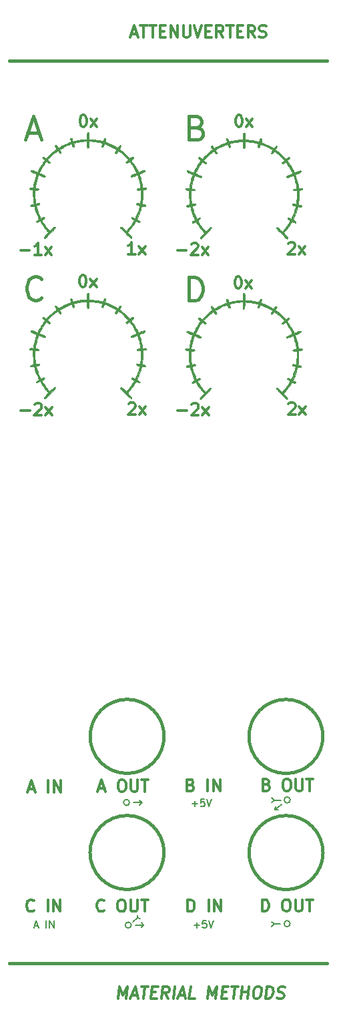
<source format=gbr>
%TF.GenerationSoftware,KiCad,Pcbnew,(5.0.1)-3*%
%TF.CreationDate,2020-04-22T23:21:00+01:00*%
%TF.ProjectId,panel,70616E656C2E6B696361645F70636200,rev?*%
%TF.SameCoordinates,Original*%
%TF.FileFunction,Legend,Top*%
%TF.FilePolarity,Positive*%
%FSLAX46Y46*%
G04 Gerber Fmt 4.6, Leading zero omitted, Abs format (unit mm)*
G04 Created by KiCad (PCBNEW (5.0.1)-3) date 22/04/2020 23:21:00*
%MOMM*%
%LPD*%
G01*
G04 APERTURE LIST*
%ADD10C,0.200000*%
%ADD11C,0.160000*%
%ADD12C,0.300000*%
%ADD13C,0.400000*%
%ADD14C,0.375000*%
%ADD15C,0.010000*%
G04 APERTURE END LIST*
D10*
X116643275Y-115570000D02*
G75*
G03X116643275Y-115570000I-383275J0D01*
G01*
X114600000Y-115600000D02*
X114310000Y-115890000D01*
X114530000Y-115600000D02*
X115430000Y-115600000D01*
X114600000Y-115600000D02*
X114310000Y-115310000D01*
X97240975Y-114860584D02*
X97276718Y-114452023D01*
X97274596Y-114845590D02*
X96700000Y-115320000D01*
X97240975Y-114860584D02*
X97649535Y-114896329D01*
X97000000Y-115745000D02*
X98060000Y-115745000D01*
X98060000Y-115750000D02*
X97770000Y-115460000D01*
X98060000Y-115750000D02*
X97770000Y-116040000D01*
X96493275Y-115745000D02*
G75*
G03X96493275Y-115745000I-383275J0D01*
G01*
X114620000Y-99900000D02*
X114330000Y-100190000D01*
X114620000Y-99900000D02*
X114330000Y-99610000D01*
X114550000Y-99900000D02*
X115450000Y-99900000D01*
X115596491Y-100445629D02*
X114761199Y-101098228D01*
X114761199Y-101098228D02*
X115168264Y-101148211D01*
X114761199Y-101098228D02*
X114811181Y-100691164D01*
X116663275Y-99870000D02*
G75*
G03X116663275Y-99870000I-383275J0D01*
G01*
X97840000Y-100190000D02*
X97550000Y-100480000D01*
X97840000Y-100190000D02*
X97550000Y-99900000D01*
X96780000Y-100190000D02*
X97840000Y-100190000D01*
X96273275Y-100190000D02*
G75*
G03X96273275Y-100190000I-383275J0D01*
G01*
D11*
X84217142Y-115828000D02*
X84645714Y-115828000D01*
X84131428Y-116085142D02*
X84431428Y-115185142D01*
X84731428Y-116085142D01*
X85717142Y-116085142D02*
X85717142Y-115185142D01*
X86145714Y-116085142D02*
X86145714Y-115185142D01*
X86660000Y-116085142D01*
X86660000Y-115185142D01*
X104462857Y-115742285D02*
X105148571Y-115742285D01*
X104805714Y-116085142D02*
X104805714Y-115399428D01*
X106005714Y-115185142D02*
X105577142Y-115185142D01*
X105534285Y-115613714D01*
X105577142Y-115570857D01*
X105662857Y-115528000D01*
X105877142Y-115528000D01*
X105962857Y-115570857D01*
X106005714Y-115613714D01*
X106048571Y-115699428D01*
X106048571Y-115913714D01*
X106005714Y-115999428D01*
X105962857Y-116042285D01*
X105877142Y-116085142D01*
X105662857Y-116085142D01*
X105577142Y-116042285D01*
X105534285Y-115999428D01*
X106305714Y-115185142D02*
X106605714Y-116085142D01*
X106905714Y-115185142D01*
X104232857Y-100354285D02*
X104918571Y-100354285D01*
X104575714Y-100697142D02*
X104575714Y-100011428D01*
X105775714Y-99797142D02*
X105347142Y-99797142D01*
X105304285Y-100225714D01*
X105347142Y-100182857D01*
X105432857Y-100140000D01*
X105647142Y-100140000D01*
X105732857Y-100182857D01*
X105775714Y-100225714D01*
X105818571Y-100311428D01*
X105818571Y-100525714D01*
X105775714Y-100611428D01*
X105732857Y-100654285D01*
X105647142Y-100697142D01*
X105432857Y-100697142D01*
X105347142Y-100654285D01*
X105304285Y-100611428D01*
X106075714Y-99797142D02*
X106375714Y-100697142D01*
X106675714Y-99797142D01*
D12*
X103662857Y-114018571D02*
X103662857Y-112518571D01*
X104020000Y-112518571D01*
X104234285Y-112590000D01*
X104377142Y-112732857D01*
X104448571Y-112875714D01*
X104520000Y-113161428D01*
X104520000Y-113375714D01*
X104448571Y-113661428D01*
X104377142Y-113804285D01*
X104234285Y-113947142D01*
X104020000Y-114018571D01*
X103662857Y-114018571D01*
X106305714Y-114018571D02*
X106305714Y-112518571D01*
X107020000Y-114018571D02*
X107020000Y-112518571D01*
X107877142Y-114018571D01*
X107877142Y-112518571D01*
X84140000Y-113875714D02*
X84068571Y-113947142D01*
X83854285Y-114018571D01*
X83711428Y-114018571D01*
X83497142Y-113947142D01*
X83354285Y-113804285D01*
X83282857Y-113661428D01*
X83211428Y-113375714D01*
X83211428Y-113161428D01*
X83282857Y-112875714D01*
X83354285Y-112732857D01*
X83497142Y-112590000D01*
X83711428Y-112518571D01*
X83854285Y-112518571D01*
X84068571Y-112590000D01*
X84140000Y-112661428D01*
X85925714Y-114018571D02*
X85925714Y-112518571D01*
X86640000Y-114018571D02*
X86640000Y-112518571D01*
X87497142Y-114018571D01*
X87497142Y-112518571D01*
X113112857Y-114008571D02*
X113112857Y-112508571D01*
X113470000Y-112508571D01*
X113684285Y-112580000D01*
X113827142Y-112722857D01*
X113898571Y-112865714D01*
X113970000Y-113151428D01*
X113970000Y-113365714D01*
X113898571Y-113651428D01*
X113827142Y-113794285D01*
X113684285Y-113937142D01*
X113470000Y-114008571D01*
X113112857Y-114008571D01*
X116041428Y-112508571D02*
X116327142Y-112508571D01*
X116470000Y-112580000D01*
X116612857Y-112722857D01*
X116684285Y-113008571D01*
X116684285Y-113508571D01*
X116612857Y-113794285D01*
X116470000Y-113937142D01*
X116327142Y-114008571D01*
X116041428Y-114008571D01*
X115898571Y-113937142D01*
X115755714Y-113794285D01*
X115684285Y-113508571D01*
X115684285Y-113008571D01*
X115755714Y-112722857D01*
X115898571Y-112580000D01*
X116041428Y-112508571D01*
X117327142Y-112508571D02*
X117327142Y-113722857D01*
X117398571Y-113865714D01*
X117470000Y-113937142D01*
X117612857Y-114008571D01*
X117898571Y-114008571D01*
X118041428Y-113937142D01*
X118112857Y-113865714D01*
X118184285Y-113722857D01*
X118184285Y-112508571D01*
X118684285Y-112508571D02*
X119541428Y-112508571D01*
X119112857Y-114008571D02*
X119112857Y-112508571D01*
X93050000Y-113875714D02*
X92978571Y-113947142D01*
X92764285Y-114018571D01*
X92621428Y-114018571D01*
X92407142Y-113947142D01*
X92264285Y-113804285D01*
X92192857Y-113661428D01*
X92121428Y-113375714D01*
X92121428Y-113161428D01*
X92192857Y-112875714D01*
X92264285Y-112732857D01*
X92407142Y-112590000D01*
X92621428Y-112518571D01*
X92764285Y-112518571D01*
X92978571Y-112590000D01*
X93050000Y-112661428D01*
X95121428Y-112518571D02*
X95407142Y-112518571D01*
X95550000Y-112590000D01*
X95692857Y-112732857D01*
X95764285Y-113018571D01*
X95764285Y-113518571D01*
X95692857Y-113804285D01*
X95550000Y-113947142D01*
X95407142Y-114018571D01*
X95121428Y-114018571D01*
X94978571Y-113947142D01*
X94835714Y-113804285D01*
X94764285Y-113518571D01*
X94764285Y-113018571D01*
X94835714Y-112732857D01*
X94978571Y-112590000D01*
X95121428Y-112518571D01*
X96407142Y-112518571D02*
X96407142Y-113732857D01*
X96478571Y-113875714D01*
X96550000Y-113947142D01*
X96692857Y-114018571D01*
X96978571Y-114018571D01*
X97121428Y-113947142D01*
X97192857Y-113875714D01*
X97264285Y-113732857D01*
X97264285Y-112518571D01*
X97764285Y-112518571D02*
X98621428Y-112518571D01*
X98192857Y-114018571D02*
X98192857Y-112518571D01*
X104042857Y-97982857D02*
X104257142Y-98054285D01*
X104328571Y-98125714D01*
X104400000Y-98268571D01*
X104400000Y-98482857D01*
X104328571Y-98625714D01*
X104257142Y-98697142D01*
X104114285Y-98768571D01*
X103542857Y-98768571D01*
X103542857Y-97268571D01*
X104042857Y-97268571D01*
X104185714Y-97340000D01*
X104257142Y-97411428D01*
X104328571Y-97554285D01*
X104328571Y-97697142D01*
X104257142Y-97840000D01*
X104185714Y-97911428D01*
X104042857Y-97982857D01*
X103542857Y-97982857D01*
X106185714Y-98768571D02*
X106185714Y-97268571D01*
X106900000Y-98768571D02*
X106900000Y-97268571D01*
X107757142Y-98768571D01*
X107757142Y-97268571D01*
X113662857Y-97922857D02*
X113877142Y-97994285D01*
X113948571Y-98065714D01*
X114020000Y-98208571D01*
X114020000Y-98422857D01*
X113948571Y-98565714D01*
X113877142Y-98637142D01*
X113734285Y-98708571D01*
X113162857Y-98708571D01*
X113162857Y-97208571D01*
X113662857Y-97208571D01*
X113805714Y-97280000D01*
X113877142Y-97351428D01*
X113948571Y-97494285D01*
X113948571Y-97637142D01*
X113877142Y-97780000D01*
X113805714Y-97851428D01*
X113662857Y-97922857D01*
X113162857Y-97922857D01*
X116091428Y-97208571D02*
X116377142Y-97208571D01*
X116520000Y-97280000D01*
X116662857Y-97422857D01*
X116734285Y-97708571D01*
X116734285Y-98208571D01*
X116662857Y-98494285D01*
X116520000Y-98637142D01*
X116377142Y-98708571D01*
X116091428Y-98708571D01*
X115948571Y-98637142D01*
X115805714Y-98494285D01*
X115734285Y-98208571D01*
X115734285Y-97708571D01*
X115805714Y-97422857D01*
X115948571Y-97280000D01*
X116091428Y-97208571D01*
X117377142Y-97208571D02*
X117377142Y-98422857D01*
X117448571Y-98565714D01*
X117520000Y-98637142D01*
X117662857Y-98708571D01*
X117948571Y-98708571D01*
X118091428Y-98637142D01*
X118162857Y-98565714D01*
X118234285Y-98422857D01*
X118234285Y-97208571D01*
X118734285Y-97208571D02*
X119591428Y-97208571D01*
X119162857Y-98708571D02*
X119162857Y-97208571D01*
X92378571Y-98380000D02*
X93092857Y-98380000D01*
X92235714Y-98808571D02*
X92735714Y-97308571D01*
X93235714Y-98808571D01*
X95164285Y-97308571D02*
X95450000Y-97308571D01*
X95592857Y-97380000D01*
X95735714Y-97522857D01*
X95807142Y-97808571D01*
X95807142Y-98308571D01*
X95735714Y-98594285D01*
X95592857Y-98737142D01*
X95450000Y-98808571D01*
X95164285Y-98808571D01*
X95021428Y-98737142D01*
X94878571Y-98594285D01*
X94807142Y-98308571D01*
X94807142Y-97808571D01*
X94878571Y-97522857D01*
X95021428Y-97380000D01*
X95164285Y-97308571D01*
X96450000Y-97308571D02*
X96450000Y-98522857D01*
X96521428Y-98665714D01*
X96592857Y-98737142D01*
X96735714Y-98808571D01*
X97021428Y-98808571D01*
X97164285Y-98737142D01*
X97235714Y-98665714D01*
X97307142Y-98522857D01*
X97307142Y-97308571D01*
X97807142Y-97308571D02*
X98664285Y-97308571D01*
X98235714Y-98808571D02*
X98235714Y-97308571D01*
X83468571Y-98450000D02*
X84182857Y-98450000D01*
X83325714Y-98878571D02*
X83825714Y-97378571D01*
X84325714Y-98878571D01*
X85968571Y-98878571D02*
X85968571Y-97378571D01*
X86682857Y-98878571D02*
X86682857Y-97378571D01*
X87540000Y-98878571D01*
X87540000Y-97378571D01*
D13*
X103834285Y-36537142D02*
X103834285Y-33537142D01*
X104548571Y-33537142D01*
X104977142Y-33680000D01*
X105262857Y-33965714D01*
X105405714Y-34251428D01*
X105548571Y-34822857D01*
X105548571Y-35251428D01*
X105405714Y-35822857D01*
X105262857Y-36108571D01*
X104977142Y-36394285D01*
X104548571Y-36537142D01*
X103834285Y-36537142D01*
X85095714Y-36201428D02*
X84952857Y-36344285D01*
X84524285Y-36487142D01*
X84238571Y-36487142D01*
X83810000Y-36344285D01*
X83524285Y-36058571D01*
X83381428Y-35772857D01*
X83238571Y-35201428D01*
X83238571Y-34772857D01*
X83381428Y-34201428D01*
X83524285Y-33915714D01*
X83810000Y-33630000D01*
X84238571Y-33487142D01*
X84524285Y-33487142D01*
X84952857Y-33630000D01*
X85095714Y-33772857D01*
X104834285Y-14575714D02*
X105262857Y-14718571D01*
X105405714Y-14861428D01*
X105548571Y-15147142D01*
X105548571Y-15575714D01*
X105405714Y-15861428D01*
X105262857Y-16004285D01*
X104977142Y-16147142D01*
X103834285Y-16147142D01*
X103834285Y-13147142D01*
X104834285Y-13147142D01*
X105120000Y-13290000D01*
X105262857Y-13432857D01*
X105405714Y-13718571D01*
X105405714Y-14004285D01*
X105262857Y-14290000D01*
X105120000Y-14432857D01*
X104834285Y-14575714D01*
X103834285Y-14575714D01*
X83345714Y-15290000D02*
X84774285Y-15290000D01*
X83060000Y-16147142D02*
X84060000Y-13147142D01*
X85060000Y-16147142D01*
D12*
X102387142Y-50507142D02*
X103530000Y-50507142D01*
X104172857Y-49721428D02*
X104244285Y-49650000D01*
X104387142Y-49578571D01*
X104744285Y-49578571D01*
X104887142Y-49650000D01*
X104958571Y-49721428D01*
X105030000Y-49864285D01*
X105030000Y-50007142D01*
X104958571Y-50221428D01*
X104101428Y-51078571D01*
X105030000Y-51078571D01*
X105530000Y-51078571D02*
X106315714Y-50078571D01*
X105530000Y-50078571D02*
X106315714Y-51078571D01*
X116454285Y-49651428D02*
X116525714Y-49580000D01*
X116668571Y-49508571D01*
X117025714Y-49508571D01*
X117168571Y-49580000D01*
X117240000Y-49651428D01*
X117311428Y-49794285D01*
X117311428Y-49937142D01*
X117240000Y-50151428D01*
X116382857Y-51008571D01*
X117311428Y-51008571D01*
X117811428Y-51008571D02*
X118597142Y-50008571D01*
X117811428Y-50008571D02*
X118597142Y-51008571D01*
X82487142Y-50507142D02*
X83630000Y-50507142D01*
X84272857Y-49721428D02*
X84344285Y-49650000D01*
X84487142Y-49578571D01*
X84844285Y-49578571D01*
X84987142Y-49650000D01*
X85058571Y-49721428D01*
X85130000Y-49864285D01*
X85130000Y-50007142D01*
X85058571Y-50221428D01*
X84201428Y-51078571D01*
X85130000Y-51078571D01*
X85630000Y-51078571D02*
X86415714Y-50078571D01*
X85630000Y-50078571D02*
X86415714Y-51078571D01*
X96164285Y-49641428D02*
X96235714Y-49570000D01*
X96378571Y-49498571D01*
X96735714Y-49498571D01*
X96878571Y-49570000D01*
X96950000Y-49641428D01*
X97021428Y-49784285D01*
X97021428Y-49927142D01*
X96950000Y-50141428D01*
X96092857Y-50998571D01*
X97021428Y-50998571D01*
X97521428Y-50998571D02*
X98307142Y-49998571D01*
X97521428Y-49998571D02*
X98307142Y-50998571D01*
X102357142Y-30147142D02*
X103500000Y-30147142D01*
X104142857Y-29361428D02*
X104214285Y-29290000D01*
X104357142Y-29218571D01*
X104714285Y-29218571D01*
X104857142Y-29290000D01*
X104928571Y-29361428D01*
X105000000Y-29504285D01*
X105000000Y-29647142D01*
X104928571Y-29861428D01*
X104071428Y-30718571D01*
X105000000Y-30718571D01*
X105500000Y-30718571D02*
X106285714Y-29718571D01*
X105500000Y-29718571D02*
X106285714Y-30718571D01*
X116424285Y-29291428D02*
X116495714Y-29220000D01*
X116638571Y-29148571D01*
X116995714Y-29148571D01*
X117138571Y-29220000D01*
X117210000Y-29291428D01*
X117281428Y-29434285D01*
X117281428Y-29577142D01*
X117210000Y-29791428D01*
X116352857Y-30648571D01*
X117281428Y-30648571D01*
X117781428Y-30648571D02*
X118567142Y-29648571D01*
X117781428Y-29648571D02*
X118567142Y-30648571D01*
X96991428Y-30638571D02*
X96134285Y-30638571D01*
X96562857Y-30638571D02*
X96562857Y-29138571D01*
X96420000Y-29352857D01*
X96277142Y-29495714D01*
X96134285Y-29567142D01*
X97491428Y-30638571D02*
X98277142Y-29638571D01*
X97491428Y-29638571D02*
X98277142Y-30638571D01*
X90341428Y-13008571D02*
X90484285Y-13008571D01*
X90627142Y-13080000D01*
X90698571Y-13151428D01*
X90770000Y-13294285D01*
X90841428Y-13580000D01*
X90841428Y-13937142D01*
X90770000Y-14222857D01*
X90698571Y-14365714D01*
X90627142Y-14437142D01*
X90484285Y-14508571D01*
X90341428Y-14508571D01*
X90198571Y-14437142D01*
X90127142Y-14365714D01*
X90055714Y-14222857D01*
X89984285Y-13937142D01*
X89984285Y-13580000D01*
X90055714Y-13294285D01*
X90127142Y-13151428D01*
X90198571Y-13080000D01*
X90341428Y-13008571D01*
X91341428Y-14508571D02*
X92127142Y-13508571D01*
X91341428Y-13508571D02*
X92127142Y-14508571D01*
X110091428Y-13008571D02*
X110234285Y-13008571D01*
X110377142Y-13080000D01*
X110448571Y-13151428D01*
X110520000Y-13294285D01*
X110591428Y-13580000D01*
X110591428Y-13937142D01*
X110520000Y-14222857D01*
X110448571Y-14365714D01*
X110377142Y-14437142D01*
X110234285Y-14508571D01*
X110091428Y-14508571D01*
X109948571Y-14437142D01*
X109877142Y-14365714D01*
X109805714Y-14222857D01*
X109734285Y-13937142D01*
X109734285Y-13580000D01*
X109805714Y-13294285D01*
X109877142Y-13151428D01*
X109948571Y-13080000D01*
X110091428Y-13008571D01*
X111091428Y-14508571D02*
X111877142Y-13508571D01*
X111091428Y-13508571D02*
X111877142Y-14508571D01*
X82457142Y-30147142D02*
X83600000Y-30147142D01*
X85100000Y-30718571D02*
X84242857Y-30718571D01*
X84671428Y-30718571D02*
X84671428Y-29218571D01*
X84528571Y-29432857D01*
X84385714Y-29575714D01*
X84242857Y-29647142D01*
X85600000Y-30718571D02*
X86385714Y-29718571D01*
X85600000Y-29718571D02*
X86385714Y-30718571D01*
X109991428Y-33488571D02*
X110134285Y-33488571D01*
X110277142Y-33560000D01*
X110348571Y-33631428D01*
X110420000Y-33774285D01*
X110491428Y-34060000D01*
X110491428Y-34417142D01*
X110420000Y-34702857D01*
X110348571Y-34845714D01*
X110277142Y-34917142D01*
X110134285Y-34988571D01*
X109991428Y-34988571D01*
X109848571Y-34917142D01*
X109777142Y-34845714D01*
X109705714Y-34702857D01*
X109634285Y-34417142D01*
X109634285Y-34060000D01*
X109705714Y-33774285D01*
X109777142Y-33631428D01*
X109848571Y-33560000D01*
X109991428Y-33488571D01*
X110991428Y-34988571D02*
X111777142Y-33988571D01*
X110991428Y-33988571D02*
X111777142Y-34988571D01*
X90291428Y-33298571D02*
X90434285Y-33298571D01*
X90577142Y-33370000D01*
X90648571Y-33441428D01*
X90720000Y-33584285D01*
X90791428Y-33870000D01*
X90791428Y-34227142D01*
X90720000Y-34512857D01*
X90648571Y-34655714D01*
X90577142Y-34727142D01*
X90434285Y-34798571D01*
X90291428Y-34798571D01*
X90148571Y-34727142D01*
X90077142Y-34655714D01*
X90005714Y-34512857D01*
X89934285Y-34227142D01*
X89934285Y-33870000D01*
X90005714Y-33584285D01*
X90077142Y-33441428D01*
X90148571Y-33370000D01*
X90291428Y-33298571D01*
X91291428Y-34798571D02*
X92077142Y-33798571D01*
X91291428Y-33798571D02*
X92077142Y-34798571D01*
D13*
X120813527Y-91820000D02*
G75*
G03X120813527Y-91820000I-4693527J0D01*
G01*
X100663527Y-91810000D02*
G75*
G03X100663527Y-91810000I-4693527J0D01*
G01*
X100653527Y-106540000D02*
G75*
G03X100653527Y-106540000I-4693527J0D01*
G01*
X120823527Y-106550000D02*
G75*
G03X120823527Y-106550000I-4693527J0D01*
G01*
D14*
X96514285Y-2720000D02*
X97228571Y-2720000D01*
X96371428Y-3148571D02*
X96871428Y-1648571D01*
X97371428Y-3148571D01*
X97657142Y-1648571D02*
X98514285Y-1648571D01*
X98085714Y-3148571D02*
X98085714Y-1648571D01*
X98800000Y-1648571D02*
X99657142Y-1648571D01*
X99228571Y-3148571D02*
X99228571Y-1648571D01*
X100157142Y-2362857D02*
X100657142Y-2362857D01*
X100871428Y-3148571D02*
X100157142Y-3148571D01*
X100157142Y-1648571D01*
X100871428Y-1648571D01*
X101514285Y-3148571D02*
X101514285Y-1648571D01*
X102371428Y-3148571D01*
X102371428Y-1648571D01*
X103085714Y-1648571D02*
X103085714Y-2862857D01*
X103157142Y-3005714D01*
X103228571Y-3077142D01*
X103371428Y-3148571D01*
X103657142Y-3148571D01*
X103800000Y-3077142D01*
X103871428Y-3005714D01*
X103942857Y-2862857D01*
X103942857Y-1648571D01*
X104442857Y-1648571D02*
X104942857Y-3148571D01*
X105442857Y-1648571D01*
X105942857Y-2362857D02*
X106442857Y-2362857D01*
X106657142Y-3148571D02*
X105942857Y-3148571D01*
X105942857Y-1648571D01*
X106657142Y-1648571D01*
X108157142Y-3148571D02*
X107657142Y-2434285D01*
X107300000Y-3148571D02*
X107300000Y-1648571D01*
X107871428Y-1648571D01*
X108014285Y-1720000D01*
X108085714Y-1791428D01*
X108157142Y-1934285D01*
X108157142Y-2148571D01*
X108085714Y-2291428D01*
X108014285Y-2362857D01*
X107871428Y-2434285D01*
X107300000Y-2434285D01*
X108585714Y-1648571D02*
X109442857Y-1648571D01*
X109014285Y-3148571D02*
X109014285Y-1648571D01*
X109942857Y-2362857D02*
X110442857Y-2362857D01*
X110657142Y-3148571D02*
X109942857Y-3148571D01*
X109942857Y-1648571D01*
X110657142Y-1648571D01*
X112157142Y-3148571D02*
X111657142Y-2434285D01*
X111300000Y-3148571D02*
X111300000Y-1648571D01*
X111871428Y-1648571D01*
X112014285Y-1720000D01*
X112085714Y-1791428D01*
X112157142Y-1934285D01*
X112157142Y-2148571D01*
X112085714Y-2291428D01*
X112014285Y-2362857D01*
X111871428Y-2434285D01*
X111300000Y-2434285D01*
X112728571Y-3077142D02*
X112942857Y-3148571D01*
X113300000Y-3148571D01*
X113442857Y-3077142D01*
X113514285Y-3005714D01*
X113585714Y-2862857D01*
X113585714Y-2720000D01*
X113514285Y-2577142D01*
X113442857Y-2505714D01*
X113300000Y-2434285D01*
X113014285Y-2362857D01*
X112871428Y-2291428D01*
X112800000Y-2220000D01*
X112728571Y-2077142D01*
X112728571Y-1934285D01*
X112800000Y-1791428D01*
X112871428Y-1720000D01*
X113014285Y-1648571D01*
X113371428Y-1648571D01*
X113585714Y-1720000D01*
D12*
X94839642Y-125048571D02*
X95027142Y-123548571D01*
X95393214Y-124620000D01*
X96027142Y-123548571D01*
X95839642Y-125048571D01*
X96536071Y-124620000D02*
X97250357Y-124620000D01*
X96339642Y-125048571D02*
X97027142Y-123548571D01*
X97339642Y-125048571D01*
X97812857Y-123548571D02*
X98670000Y-123548571D01*
X98053928Y-125048571D02*
X98241428Y-123548571D01*
X99080714Y-124262857D02*
X99580714Y-124262857D01*
X99696785Y-125048571D02*
X98982500Y-125048571D01*
X99170000Y-123548571D01*
X99884285Y-123548571D01*
X101196785Y-125048571D02*
X100786071Y-124334285D01*
X100339642Y-125048571D02*
X100527142Y-123548571D01*
X101098571Y-123548571D01*
X101232500Y-123620000D01*
X101295000Y-123691428D01*
X101348571Y-123834285D01*
X101321785Y-124048571D01*
X101232500Y-124191428D01*
X101152142Y-124262857D01*
X101000357Y-124334285D01*
X100428928Y-124334285D01*
X101839642Y-125048571D02*
X102027142Y-123548571D01*
X102536071Y-124620000D02*
X103250357Y-124620000D01*
X102339642Y-125048571D02*
X103027142Y-123548571D01*
X103339642Y-125048571D01*
X104553928Y-125048571D02*
X103839642Y-125048571D01*
X104027142Y-123548571D01*
X106196785Y-125048571D02*
X106384285Y-123548571D01*
X106750357Y-124620000D01*
X107384285Y-123548571D01*
X107196785Y-125048571D01*
X108009285Y-124262857D02*
X108509285Y-124262857D01*
X108625357Y-125048571D02*
X107911071Y-125048571D01*
X108098571Y-123548571D01*
X108812857Y-123548571D01*
X109241428Y-123548571D02*
X110098571Y-123548571D01*
X109482500Y-125048571D02*
X109670000Y-123548571D01*
X110411071Y-125048571D02*
X110598571Y-123548571D01*
X110509285Y-124262857D02*
X111366428Y-124262857D01*
X111268214Y-125048571D02*
X111455714Y-123548571D01*
X112455714Y-123548571D02*
X112741428Y-123548571D01*
X112875357Y-123620000D01*
X113000357Y-123762857D01*
X113036071Y-124048571D01*
X112973571Y-124548571D01*
X112866428Y-124834285D01*
X112705714Y-124977142D01*
X112553928Y-125048571D01*
X112268214Y-125048571D01*
X112134285Y-124977142D01*
X112009285Y-124834285D01*
X111973571Y-124548571D01*
X112036071Y-124048571D01*
X112143214Y-123762857D01*
X112303928Y-123620000D01*
X112455714Y-123548571D01*
X113553928Y-125048571D02*
X113741428Y-123548571D01*
X114098571Y-123548571D01*
X114303928Y-123620000D01*
X114428928Y-123762857D01*
X114482500Y-123905714D01*
X114518214Y-124191428D01*
X114491428Y-124405714D01*
X114384285Y-124691428D01*
X114295000Y-124834285D01*
X114134285Y-124977142D01*
X113911071Y-125048571D01*
X113553928Y-125048571D01*
X114991428Y-124977142D02*
X115196785Y-125048571D01*
X115553928Y-125048571D01*
X115705714Y-124977142D01*
X115786071Y-124905714D01*
X115875357Y-124762857D01*
X115893214Y-124620000D01*
X115839642Y-124477142D01*
X115777142Y-124405714D01*
X115643214Y-124334285D01*
X115366428Y-124262857D01*
X115232500Y-124191428D01*
X115170000Y-124120000D01*
X115116428Y-123977142D01*
X115134285Y-123834285D01*
X115223571Y-123691428D01*
X115303928Y-123620000D01*
X115455714Y-123548571D01*
X115812857Y-123548571D01*
X116018214Y-123620000D01*
D13*
X81060000Y-120600000D02*
X121360000Y-120580000D01*
X81060000Y-6110000D02*
X121290000Y-6110000D01*
D15*
G36*
X91051176Y-35556378D02*
X91076207Y-35577151D01*
X91093123Y-35615487D01*
X91103453Y-35682923D01*
X91108724Y-35791001D01*
X91110464Y-35951260D01*
X91110526Y-36004728D01*
X91110526Y-36421315D01*
X91292630Y-36421315D01*
X91445030Y-36427980D01*
X91643636Y-36446257D01*
X91869332Y-36473573D01*
X92103007Y-36507353D01*
X92325546Y-36545023D01*
X92517835Y-36584007D01*
X92541915Y-36589580D01*
X92673499Y-36619584D01*
X92781958Y-36642395D01*
X92849478Y-36654333D01*
X92860092Y-36655263D01*
X92891117Y-36626153D01*
X92931593Y-36550495D01*
X92966071Y-36463092D01*
X93013601Y-36344985D01*
X93058694Y-36281250D01*
X93102003Y-36260953D01*
X93181682Y-36267629D01*
X93220569Y-36318906D01*
X93219854Y-36418588D01*
X93189781Y-36541656D01*
X93129871Y-36738440D01*
X93484368Y-36877230D01*
X93895494Y-37051645D01*
X94285446Y-37243119D01*
X94568609Y-37402408D01*
X94764184Y-37520221D01*
X94885372Y-37346755D01*
X94981825Y-37229960D01*
X95063298Y-37177730D01*
X95130669Y-37189696D01*
X95165689Y-37229109D01*
X95177245Y-37273545D01*
X95157992Y-37336453D01*
X95102727Y-37432218D01*
X95079237Y-37468166D01*
X94957575Y-37651402D01*
X95188836Y-37823369D01*
X95430951Y-38015804D01*
X95689942Y-38243254D01*
X95944148Y-38486121D01*
X96107250Y-38654380D01*
X96308052Y-38869269D01*
X96452978Y-38748187D01*
X96571014Y-38666613D01*
X96670667Y-38630674D01*
X96742719Y-38642351D01*
X96771699Y-38679658D01*
X96773254Y-38742233D01*
X96749257Y-38812245D01*
X96712310Y-38858006D01*
X96699021Y-38862411D01*
X96661124Y-38883188D01*
X96594014Y-38933848D01*
X96563658Y-38959136D01*
X96452184Y-39054503D01*
X96633669Y-39300344D01*
X96773341Y-39499830D01*
X96918147Y-39724463D01*
X97056942Y-39955577D01*
X97178581Y-40174505D01*
X97271920Y-40362580D01*
X97283755Y-40389186D01*
X97332243Y-40493982D01*
X97372444Y-40569184D01*
X97395854Y-40598923D01*
X97396184Y-40598947D01*
X97433611Y-40586749D01*
X97519488Y-40553603D01*
X97640740Y-40504682D01*
X97773406Y-40449723D01*
X97946832Y-40379905D01*
X98070187Y-40338654D01*
X98153237Y-40324741D01*
X98205745Y-40336937D01*
X98237475Y-40374014D01*
X98244638Y-40390420D01*
X98246064Y-40441729D01*
X98206284Y-40494423D01*
X98119150Y-40552840D01*
X97978514Y-40621318D01*
X97828158Y-40684332D01*
X97694503Y-40738428D01*
X97585932Y-40783114D01*
X97516158Y-40812704D01*
X97497746Y-40821384D01*
X97502108Y-40854952D01*
X97524222Y-40937803D01*
X97560153Y-41055995D01*
X97589407Y-41146231D01*
X97667352Y-41397320D01*
X97739820Y-41660644D01*
X97802448Y-41918109D01*
X97850875Y-42151625D01*
X97880741Y-42343100D01*
X97883109Y-42364699D01*
X97904802Y-42576372D01*
X98108783Y-42569736D01*
X98247318Y-42566033D01*
X98332196Y-42568484D01*
X98376560Y-42580867D01*
X98393552Y-42606958D01*
X98396315Y-42650535D01*
X98396316Y-42652369D01*
X98385734Y-42718216D01*
X98345613Y-42760770D01*
X98263389Y-42787256D01*
X98131994Y-42804385D01*
X97951225Y-42821447D01*
X97957607Y-43289342D01*
X97955843Y-43512365D01*
X97946204Y-43761783D01*
X97930315Y-44005236D01*
X97912478Y-44188619D01*
X97893916Y-44349800D01*
X97879686Y-44484654D01*
X97871018Y-44580613D01*
X97869139Y-44625110D01*
X97869628Y-44626693D01*
X97904101Y-44637146D01*
X97985140Y-44657646D01*
X98078816Y-44679916D01*
X98191094Y-44709175D01*
X98253336Y-44737521D01*
X98281431Y-44775073D01*
X98289505Y-44814085D01*
X98281536Y-44886390D01*
X98232231Y-44924034D01*
X98134928Y-44929217D01*
X98003542Y-44908512D01*
X97902860Y-44889789D01*
X97833306Y-44880966D01*
X97813639Y-44882277D01*
X97801595Y-44916846D01*
X97775190Y-45003409D01*
X97738104Y-45129598D01*
X97694016Y-45283046D01*
X97685555Y-45312839D01*
X97622296Y-45517413D01*
X97541668Y-45751475D01*
X97454736Y-45984026D01*
X97383819Y-46158132D01*
X97200948Y-46584137D01*
X97357902Y-46663672D01*
X97489923Y-46739690D01*
X97562548Y-46805864D01*
X97581354Y-46868047D01*
X97575492Y-46891995D01*
X97532858Y-46948400D01*
X97460748Y-46959406D01*
X97351880Y-46924765D01*
X97264879Y-46881422D01*
X97167166Y-46834142D01*
X97095242Y-46809943D01*
X97065670Y-46813384D01*
X97034867Y-46873712D01*
X96971457Y-46976008D01*
X96883329Y-47109061D01*
X96778373Y-47261661D01*
X96664479Y-47422597D01*
X96549537Y-47580661D01*
X96441437Y-47724641D01*
X96348068Y-47843328D01*
X96302864Y-47897204D01*
X96203857Y-48011527D01*
X96119403Y-48110371D01*
X96060490Y-48180797D01*
X96040522Y-48206000D01*
X96037968Y-48239375D01*
X96069305Y-48294864D01*
X96139670Y-48379305D01*
X96254200Y-48499532D01*
X96282825Y-48528441D01*
X96425156Y-48679324D01*
X96515524Y-48794925D01*
X96555995Y-48879316D01*
X96548634Y-48936573D01*
X96505293Y-48967345D01*
X96448195Y-48985168D01*
X96432096Y-48987631D01*
X96402791Y-48964990D01*
X96334187Y-48902028D01*
X96233747Y-48806185D01*
X96108936Y-48684901D01*
X95967217Y-48545616D01*
X95816052Y-48395772D01*
X95662906Y-48242809D01*
X95515241Y-48094167D01*
X95380521Y-47957286D01*
X95266209Y-47839608D01*
X95179769Y-47748571D01*
X95128664Y-47691618D01*
X95118710Y-47678276D01*
X95102091Y-47604501D01*
X95108038Y-47569658D01*
X95145024Y-47522879D01*
X95205734Y-47521971D01*
X95294258Y-47569004D01*
X95414683Y-47666050D01*
X95548641Y-47792829D01*
X95827232Y-48068552D01*
X96003314Y-47880801D01*
X96120576Y-47748812D01*
X96245392Y-47596396D01*
X96371979Y-47432034D01*
X96494554Y-47264205D01*
X96607335Y-47101392D01*
X96704538Y-46952073D01*
X96780380Y-46824729D01*
X96829079Y-46727841D01*
X96844852Y-46669889D01*
X96837384Y-46657680D01*
X96790594Y-46634059D01*
X96708854Y-46586177D01*
X96644011Y-46545940D01*
X96548596Y-46477946D01*
X96503657Y-46422924D01*
X96497436Y-46372094D01*
X96530708Y-46305667D01*
X96604916Y-46290198D01*
X96721023Y-46325658D01*
X96795890Y-46362913D01*
X96890708Y-46408648D01*
X96962976Y-46432849D01*
X96989421Y-46432905D01*
X97022070Y-46388494D01*
X97070727Y-46291402D01*
X97131281Y-46152693D01*
X97199620Y-45983429D01*
X97271634Y-45794672D01*
X97343209Y-45597483D01*
X97410236Y-45402925D01*
X97468602Y-45222061D01*
X97514196Y-45065952D01*
X97542907Y-44945661D01*
X97543650Y-44941731D01*
X97565826Y-44822804D01*
X97354426Y-44774625D01*
X97238839Y-44745509D01*
X97173587Y-44718271D01*
X97143155Y-44683310D01*
X97132728Y-44637408D01*
X97144397Y-44561470D01*
X97203847Y-44524400D01*
X97314507Y-44524951D01*
X97398195Y-44540782D01*
X97495422Y-44561541D01*
X97566939Y-44573860D01*
X97581792Y-44575235D01*
X97605059Y-44544135D01*
X97628727Y-44457136D01*
X97651872Y-44325167D01*
X97673570Y-44159157D01*
X97692894Y-43970037D01*
X97708920Y-43768735D01*
X97720723Y-43566181D01*
X97727377Y-43373305D01*
X97727957Y-43201036D01*
X97721539Y-43060304D01*
X97714953Y-43002038D01*
X97692268Y-42850762D01*
X97492761Y-42865193D01*
X97341412Y-42864163D01*
X97240250Y-42837050D01*
X97195042Y-42785695D01*
X97193158Y-42769610D01*
X97222574Y-42711285D01*
X97295204Y-42662485D01*
X97387619Y-42637896D01*
X97404427Y-42637175D01*
X97544150Y-42626685D01*
X97626848Y-42594452D01*
X97659757Y-42537126D01*
X97661053Y-42518456D01*
X97652531Y-42420536D01*
X97629005Y-42277900D01*
X97593532Y-42102519D01*
X97549171Y-41906365D01*
X97498980Y-41701411D01*
X97446018Y-41499628D01*
X97393342Y-41312988D01*
X97344011Y-41153462D01*
X97301083Y-41033023D01*
X97267616Y-40963642D01*
X97262097Y-40956701D01*
X97223130Y-40958242D01*
X97135875Y-40982228D01*
X97013386Y-41024545D01*
X96873318Y-41079191D01*
X96684068Y-41151962D01*
X96547330Y-41192071D01*
X96457372Y-41199654D01*
X96408463Y-41174844D01*
X96394871Y-41117774D01*
X96397380Y-41090326D01*
X96414817Y-41052717D01*
X96462410Y-41012409D01*
X96549522Y-40963761D01*
X96685513Y-40901130D01*
X96775395Y-40862542D01*
X96935745Y-40792740D01*
X97042374Y-40740607D01*
X97104266Y-40700657D01*
X97130403Y-40667402D01*
X97132142Y-40644626D01*
X97105719Y-40567832D01*
X97048764Y-40446996D01*
X96968073Y-40293527D01*
X96870442Y-40118832D01*
X96762666Y-39934318D01*
X96651542Y-39751394D01*
X96543864Y-39581466D01*
X96446428Y-39435942D01*
X96366030Y-39326230D01*
X96309585Y-39263835D01*
X96271949Y-39245379D01*
X96225001Y-39257696D01*
X96152893Y-39307053D01*
X96106803Y-39344009D01*
X95992012Y-39425001D01*
X95906620Y-39451966D01*
X95842284Y-39426047D01*
X95809766Y-39384674D01*
X95797057Y-39345993D01*
X95813512Y-39302706D01*
X95867332Y-39242009D01*
X95949722Y-39166152D01*
X96126680Y-39008876D01*
X95715774Y-38607728D01*
X95506428Y-38408326D01*
X95307119Y-38227944D01*
X95126791Y-38074218D01*
X94974383Y-37954784D01*
X94864118Y-37880344D01*
X94822242Y-37892482D01*
X94758913Y-37957818D01*
X94715929Y-38016483D01*
X94638433Y-38125584D01*
X94583485Y-38186106D01*
X94539173Y-38206746D01*
X94493589Y-38196200D01*
X94479498Y-38189123D01*
X94431823Y-38145455D01*
X94426247Y-38080874D01*
X94464218Y-37985455D01*
X94523885Y-37884967D01*
X94581334Y-37792453D01*
X94605230Y-37738308D01*
X94599023Y-37705237D01*
X94566164Y-37675944D01*
X94565661Y-37675573D01*
X94474662Y-37617234D01*
X94341077Y-37542739D01*
X94176138Y-37457291D01*
X93991078Y-37366094D01*
X93797127Y-37274349D01*
X93605519Y-37187261D01*
X93427485Y-37110033D01*
X93274258Y-37047867D01*
X93157069Y-37005967D01*
X93087150Y-36989536D01*
X93084562Y-36989473D01*
X93057655Y-37018839D01*
X93023349Y-37094687D01*
X92998192Y-37170490D01*
X92949599Y-37309061D01*
X92899344Y-37386891D01*
X92841634Y-37409953D01*
X92783715Y-37391669D01*
X92735512Y-37355930D01*
X92718456Y-37306388D01*
X92731389Y-37226540D01*
X92764868Y-37123158D01*
X92795538Y-37027147D01*
X92813259Y-36954083D01*
X92815000Y-36937883D01*
X92783365Y-36907762D01*
X92694967Y-36873012D01*
X92559562Y-36835545D01*
X92386908Y-36797271D01*
X92186763Y-36760103D01*
X91968883Y-36725949D01*
X91743027Y-36696723D01*
X91518952Y-36674334D01*
X91437449Y-36668096D01*
X91112662Y-36645547D01*
X91103239Y-37056239D01*
X91097602Y-37235587D01*
X91089325Y-37359103D01*
X91076841Y-37437789D01*
X91058581Y-37482648D01*
X91039872Y-37500890D01*
X90967003Y-37519789D01*
X90931253Y-37513867D01*
X90908132Y-37496174D01*
X90892467Y-37456751D01*
X90882895Y-37384655D01*
X90878057Y-37268942D01*
X90876593Y-37098668D01*
X90876579Y-37074075D01*
X90876579Y-36655263D01*
X90711185Y-36655263D01*
X90567382Y-36661828D01*
X90376590Y-36679842D01*
X90157183Y-36706782D01*
X89927538Y-36740125D01*
X89706030Y-36777347D01*
X89511036Y-36815926D01*
X89464539Y-36826429D01*
X89316007Y-36863286D01*
X89224174Y-36897535D01*
X89180418Y-36940736D01*
X89176116Y-37004448D01*
X89202645Y-37100234D01*
X89220962Y-37152965D01*
X89252335Y-37278772D01*
X89239786Y-37360437D01*
X89186232Y-37403604D01*
X89115499Y-37410360D01*
X89058237Y-37365677D01*
X89008824Y-37263459D01*
X88984039Y-37184384D01*
X88951466Y-37075514D01*
X88924694Y-37018185D01*
X88893093Y-36999150D01*
X88846033Y-37005159D01*
X88841186Y-37006349D01*
X88724923Y-37042386D01*
X88575328Y-37099368D01*
X88402376Y-37172371D01*
X88216040Y-37256472D01*
X88026292Y-37346745D01*
X87843106Y-37438268D01*
X87676455Y-37526116D01*
X87536313Y-37605364D01*
X87432652Y-37671090D01*
X87375446Y-37718368D01*
X87367368Y-37734014D01*
X87384968Y-37775849D01*
X87430078Y-37851861D01*
X87467632Y-37908552D01*
X87539505Y-38026834D01*
X87564002Y-38108765D01*
X87542524Y-38163694D01*
X87509408Y-38186939D01*
X87450013Y-38205903D01*
X87396770Y-38188902D01*
X87337476Y-38127761D01*
X87266109Y-38023973D01*
X87202632Y-37931708D01*
X87157805Y-37888380D01*
X87118855Y-37883928D01*
X87099019Y-37892367D01*
X87005115Y-37953146D01*
X86875485Y-38051690D01*
X86721483Y-38178318D01*
X86554466Y-38323347D01*
X86385787Y-38477097D01*
X86226803Y-38629886D01*
X86185619Y-38671128D01*
X85856106Y-39004543D01*
X86026869Y-39161534D01*
X86125601Y-39256007D01*
X86178680Y-39320278D01*
X86192176Y-39366481D01*
X86172165Y-39406745D01*
X86157526Y-39422526D01*
X86100794Y-39457225D01*
X86032517Y-39448962D01*
X85940408Y-39394359D01*
X85877949Y-39345658D01*
X85794363Y-39281152D01*
X85730509Y-39239092D01*
X85707402Y-39229658D01*
X85667170Y-39258418D01*
X85602050Y-39336430D01*
X85517776Y-39454016D01*
X85420079Y-39601497D01*
X85314692Y-39769194D01*
X85207350Y-39947429D01*
X85103783Y-40126523D01*
X85009725Y-40296797D01*
X84930910Y-40448572D01*
X84873068Y-40572170D01*
X84841935Y-40657911D01*
X84840452Y-40693341D01*
X84876151Y-40715704D01*
X84960833Y-40756650D01*
X85081353Y-40810103D01*
X85207247Y-40862918D01*
X85376651Y-40935311D01*
X85490527Y-40992996D01*
X85556847Y-41042137D01*
X85583582Y-41088897D01*
X85578706Y-41139440D01*
X85575709Y-41147810D01*
X85548915Y-41189337D01*
X85502920Y-41206711D01*
X85428122Y-41198577D01*
X85314916Y-41163579D01*
X85153697Y-41100360D01*
X85109558Y-41081996D01*
X84966701Y-41024605D01*
X84845988Y-40980718D01*
X84760792Y-40954892D01*
X84725241Y-40951020D01*
X84699472Y-40992758D01*
X84661523Y-41086880D01*
X84615223Y-41220873D01*
X84564396Y-41382223D01*
X84512869Y-41558418D01*
X84464470Y-41736943D01*
X84423024Y-41905285D01*
X84398132Y-42020729D01*
X84357419Y-42227143D01*
X84328805Y-42377284D01*
X84311800Y-42480524D01*
X84305916Y-42546238D01*
X84310664Y-42583799D01*
X84325556Y-42602579D01*
X84350103Y-42611953D01*
X84367082Y-42616371D01*
X84453522Y-42630576D01*
X84558965Y-42637136D01*
X84564263Y-42637175D01*
X84676848Y-42657523D01*
X84742958Y-42712823D01*
X84754255Y-42794776D01*
X84738099Y-42827000D01*
X84695731Y-42845565D01*
X84612600Y-42854118D01*
X84509193Y-42856189D01*
X84275921Y-42857509D01*
X84266757Y-43340794D01*
X84266859Y-43518847D01*
X84272746Y-43714252D01*
X84283390Y-43914771D01*
X84297760Y-44108165D01*
X84314826Y-44282195D01*
X84333560Y-44424624D01*
X84352932Y-44523212D01*
X84369659Y-44563957D01*
X84409494Y-44567408D01*
X84493919Y-44557746D01*
X84575720Y-44542837D01*
X84721008Y-44524525D01*
X84812488Y-44542406D01*
X84853376Y-44597794D01*
X84854047Y-44656680D01*
X84835321Y-44698980D01*
X84783932Y-44731572D01*
X84685783Y-44761954D01*
X84631974Y-44774780D01*
X84419870Y-44823113D01*
X84441298Y-44958596D01*
X84465462Y-45068968D01*
X84507224Y-45215643D01*
X84562589Y-45388145D01*
X84627563Y-45575996D01*
X84698152Y-45768719D01*
X84770360Y-45955837D01*
X84840194Y-46126873D01*
X84903659Y-46271350D01*
X84956761Y-46378789D01*
X84995505Y-46438716D01*
X85008999Y-46447631D01*
X85046267Y-46432675D01*
X85122799Y-46394056D01*
X85193694Y-46355723D01*
X85297906Y-46303392D01*
X85365789Y-46285759D01*
X85415261Y-46298469D01*
X85419303Y-46300879D01*
X85475287Y-46360644D01*
X85465194Y-46429292D01*
X85389156Y-46506525D01*
X85303618Y-46561654D01*
X85210795Y-46618598D01*
X85147193Y-46665199D01*
X85128158Y-46687811D01*
X85147870Y-46742635D01*
X85202534Y-46840221D01*
X85285437Y-46971062D01*
X85389869Y-47125649D01*
X85509119Y-47294475D01*
X85636475Y-47468033D01*
X85765227Y-47636814D01*
X85888665Y-47791310D01*
X85996406Y-47917893D01*
X86129838Y-48068023D01*
X86409691Y-47789623D01*
X86539254Y-47664184D01*
X86633605Y-47582188D01*
X86701750Y-47536950D01*
X86752692Y-47521784D01*
X86769443Y-47522520D01*
X86821077Y-47535953D01*
X86848002Y-47561481D01*
X86847057Y-47603639D01*
X86815080Y-47666963D01*
X86748909Y-47755986D01*
X86645382Y-47875244D01*
X86501337Y-48029272D01*
X86313612Y-48222604D01*
X86203281Y-48334518D01*
X86033436Y-48505391D01*
X85878686Y-48659500D01*
X85745274Y-48790755D01*
X85639444Y-48893064D01*
X85567438Y-48960337D01*
X85535501Y-48986483D01*
X85534860Y-48986615D01*
X85490461Y-48970707D01*
X85454013Y-48951533D01*
X85412397Y-48916050D01*
X85403031Y-48870237D01*
X85429880Y-48806464D01*
X85496905Y-48717100D01*
X85608071Y-48594513D01*
X85676171Y-48523788D01*
X85956815Y-48235658D01*
X85675011Y-47901447D01*
X85540909Y-47734854D01*
X85391613Y-47537308D01*
X85246515Y-47335054D01*
X85138412Y-47175117D01*
X84883616Y-46782998D01*
X84706250Y-46884476D01*
X84599308Y-46940924D01*
X84528675Y-46963411D01*
X84476213Y-46956749D01*
X84460890Y-46949564D01*
X84398366Y-46893010D01*
X84400151Y-46827463D01*
X84464874Y-46756350D01*
X84561570Y-46697493D01*
X84657097Y-46643457D01*
X84725272Y-46594405D01*
X84746376Y-46569985D01*
X84740055Y-46522904D01*
X84709669Y-46431706D01*
X84660842Y-46312162D01*
X84630710Y-46245488D01*
X84541246Y-46037962D01*
X84448338Y-45795463D01*
X84359945Y-45541038D01*
X84284024Y-45297735D01*
X84228536Y-45088599D01*
X84223520Y-45066401D01*
X84180563Y-44871618D01*
X84069492Y-44890940D01*
X83952081Y-44911379D01*
X83844325Y-44930153D01*
X83760215Y-44936189D01*
X83712170Y-44909568D01*
X83691611Y-44877885D01*
X83672071Y-44806228D01*
X83703951Y-44750759D01*
X83792514Y-44706921D01*
X83928223Y-44673015D01*
X84032180Y-44651951D01*
X84103591Y-44636312D01*
X84125333Y-44630191D01*
X84119797Y-44598049D01*
X84105590Y-44518445D01*
X84088865Y-44425658D01*
X84076690Y-44330346D01*
X84063991Y-44182055D01*
X84051661Y-43994631D01*
X84040596Y-43781921D01*
X84031689Y-43557772D01*
X84030572Y-43523289D01*
X84008553Y-42821447D01*
X83814839Y-42804213D01*
X83675511Y-42780992D01*
X83593200Y-42738336D01*
X83559652Y-42671228D01*
X83557880Y-42647959D01*
X83577524Y-42599777D01*
X83643050Y-42572376D01*
X83762063Y-42563598D01*
X83847898Y-42565689D01*
X84054874Y-42574952D01*
X84075033Y-42447542D01*
X84114371Y-42230011D01*
X84167874Y-41977139D01*
X84229795Y-41713211D01*
X84294390Y-41462513D01*
X84355914Y-41249330D01*
X84366083Y-41217237D01*
X84410809Y-41076127D01*
X84446732Y-40958244D01*
X84469443Y-40878336D01*
X84475145Y-40852447D01*
X84446666Y-40828401D01*
X84368159Y-40785525D01*
X84251627Y-40729880D01*
X84109076Y-40667531D01*
X84108816Y-40667422D01*
X83944366Y-40595942D01*
X83833633Y-40541136D01*
X83767305Y-40497432D01*
X83736067Y-40459257D01*
X83730801Y-40441250D01*
X83749646Y-40365084D01*
X83785887Y-40334484D01*
X83828012Y-40323930D01*
X83891573Y-40331923D01*
X83987794Y-40361507D01*
X84127902Y-40415726D01*
X84208790Y-40449196D01*
X84350520Y-40508123D01*
X84468061Y-40556138D01*
X84548710Y-40588108D01*
X84579542Y-40598947D01*
X84598729Y-40570896D01*
X84641287Y-40494427D01*
X84701014Y-40381066D01*
X84771706Y-40242338D01*
X84775058Y-40235659D01*
X84866280Y-40064334D01*
X84981675Y-39863048D01*
X85106748Y-39656361D01*
X85227006Y-39468834D01*
X85232170Y-39461092D01*
X85507086Y-39049813D01*
X85347435Y-38911311D01*
X85245850Y-38811442D01*
X85201628Y-38736910D01*
X85200089Y-38708313D01*
X85237045Y-38646633D01*
X85309677Y-38635011D01*
X85410428Y-38672525D01*
X85518479Y-38747190D01*
X85671273Y-38872393D01*
X85870032Y-38650037D01*
X85977520Y-38537346D01*
X86118096Y-38400774D01*
X86278837Y-38251807D01*
X86446823Y-38101930D01*
X86609131Y-37962626D01*
X86752839Y-37845382D01*
X86865027Y-37761682D01*
X86883142Y-37749590D01*
X86955561Y-37696696D01*
X86996177Y-37655425D01*
X86999323Y-37647206D01*
X86981987Y-37606223D01*
X86937095Y-37530821D01*
X86899474Y-37474079D01*
X86829693Y-37361685D01*
X86802975Y-37283458D01*
X86816242Y-37225203D01*
X86839316Y-37196684D01*
X86892449Y-37162059D01*
X86946742Y-37172886D01*
X87011320Y-37234429D01*
X87087239Y-37339730D01*
X87208844Y-37522881D01*
X87346593Y-37438317D01*
X87504654Y-37347586D01*
X87705113Y-37241773D01*
X87928255Y-37130495D01*
X88154367Y-37023365D01*
X88363732Y-36929999D01*
X88517718Y-36867144D01*
X88647975Y-36816748D01*
X88752423Y-36775040D01*
X88816876Y-36747753D01*
X88830400Y-36740739D01*
X88827968Y-36705245D01*
X88809969Y-36624888D01*
X88786850Y-36540096D01*
X88753336Y-36399485D01*
X88752412Y-36310856D01*
X88786051Y-36266771D01*
X88856228Y-36259795D01*
X88861073Y-36260327D01*
X88913849Y-36274488D01*
X88952296Y-36312265D01*
X88987536Y-36388976D01*
X89016253Y-36474049D01*
X89081031Y-36677176D01*
X89402292Y-36599127D01*
X89625472Y-36550722D01*
X89874762Y-36506236D01*
X90130304Y-36468437D01*
X90372239Y-36440093D01*
X90580707Y-36423973D01*
X90677764Y-36421315D01*
X90876579Y-36421315D01*
X90876579Y-36005213D01*
X90877709Y-35828351D01*
X90882082Y-35706840D01*
X90891172Y-35629214D01*
X90906452Y-35584006D01*
X90929397Y-35559749D01*
X90934203Y-35556863D01*
X91019157Y-35544358D01*
X91051176Y-35556378D01*
X91051176Y-35556378D01*
G37*
X91051176Y-35556378D02*
X91076207Y-35577151D01*
X91093123Y-35615487D01*
X91103453Y-35682923D01*
X91108724Y-35791001D01*
X91110464Y-35951260D01*
X91110526Y-36004728D01*
X91110526Y-36421315D01*
X91292630Y-36421315D01*
X91445030Y-36427980D01*
X91643636Y-36446257D01*
X91869332Y-36473573D01*
X92103007Y-36507353D01*
X92325546Y-36545023D01*
X92517835Y-36584007D01*
X92541915Y-36589580D01*
X92673499Y-36619584D01*
X92781958Y-36642395D01*
X92849478Y-36654333D01*
X92860092Y-36655263D01*
X92891117Y-36626153D01*
X92931593Y-36550495D01*
X92966071Y-36463092D01*
X93013601Y-36344985D01*
X93058694Y-36281250D01*
X93102003Y-36260953D01*
X93181682Y-36267629D01*
X93220569Y-36318906D01*
X93219854Y-36418588D01*
X93189781Y-36541656D01*
X93129871Y-36738440D01*
X93484368Y-36877230D01*
X93895494Y-37051645D01*
X94285446Y-37243119D01*
X94568609Y-37402408D01*
X94764184Y-37520221D01*
X94885372Y-37346755D01*
X94981825Y-37229960D01*
X95063298Y-37177730D01*
X95130669Y-37189696D01*
X95165689Y-37229109D01*
X95177245Y-37273545D01*
X95157992Y-37336453D01*
X95102727Y-37432218D01*
X95079237Y-37468166D01*
X94957575Y-37651402D01*
X95188836Y-37823369D01*
X95430951Y-38015804D01*
X95689942Y-38243254D01*
X95944148Y-38486121D01*
X96107250Y-38654380D01*
X96308052Y-38869269D01*
X96452978Y-38748187D01*
X96571014Y-38666613D01*
X96670667Y-38630674D01*
X96742719Y-38642351D01*
X96771699Y-38679658D01*
X96773254Y-38742233D01*
X96749257Y-38812245D01*
X96712310Y-38858006D01*
X96699021Y-38862411D01*
X96661124Y-38883188D01*
X96594014Y-38933848D01*
X96563658Y-38959136D01*
X96452184Y-39054503D01*
X96633669Y-39300344D01*
X96773341Y-39499830D01*
X96918147Y-39724463D01*
X97056942Y-39955577D01*
X97178581Y-40174505D01*
X97271920Y-40362580D01*
X97283755Y-40389186D01*
X97332243Y-40493982D01*
X97372444Y-40569184D01*
X97395854Y-40598923D01*
X97396184Y-40598947D01*
X97433611Y-40586749D01*
X97519488Y-40553603D01*
X97640740Y-40504682D01*
X97773406Y-40449723D01*
X97946832Y-40379905D01*
X98070187Y-40338654D01*
X98153237Y-40324741D01*
X98205745Y-40336937D01*
X98237475Y-40374014D01*
X98244638Y-40390420D01*
X98246064Y-40441729D01*
X98206284Y-40494423D01*
X98119150Y-40552840D01*
X97978514Y-40621318D01*
X97828158Y-40684332D01*
X97694503Y-40738428D01*
X97585932Y-40783114D01*
X97516158Y-40812704D01*
X97497746Y-40821384D01*
X97502108Y-40854952D01*
X97524222Y-40937803D01*
X97560153Y-41055995D01*
X97589407Y-41146231D01*
X97667352Y-41397320D01*
X97739820Y-41660644D01*
X97802448Y-41918109D01*
X97850875Y-42151625D01*
X97880741Y-42343100D01*
X97883109Y-42364699D01*
X97904802Y-42576372D01*
X98108783Y-42569736D01*
X98247318Y-42566033D01*
X98332196Y-42568484D01*
X98376560Y-42580867D01*
X98393552Y-42606958D01*
X98396315Y-42650535D01*
X98396316Y-42652369D01*
X98385734Y-42718216D01*
X98345613Y-42760770D01*
X98263389Y-42787256D01*
X98131994Y-42804385D01*
X97951225Y-42821447D01*
X97957607Y-43289342D01*
X97955843Y-43512365D01*
X97946204Y-43761783D01*
X97930315Y-44005236D01*
X97912478Y-44188619D01*
X97893916Y-44349800D01*
X97879686Y-44484654D01*
X97871018Y-44580613D01*
X97869139Y-44625110D01*
X97869628Y-44626693D01*
X97904101Y-44637146D01*
X97985140Y-44657646D01*
X98078816Y-44679916D01*
X98191094Y-44709175D01*
X98253336Y-44737521D01*
X98281431Y-44775073D01*
X98289505Y-44814085D01*
X98281536Y-44886390D01*
X98232231Y-44924034D01*
X98134928Y-44929217D01*
X98003542Y-44908512D01*
X97902860Y-44889789D01*
X97833306Y-44880966D01*
X97813639Y-44882277D01*
X97801595Y-44916846D01*
X97775190Y-45003409D01*
X97738104Y-45129598D01*
X97694016Y-45283046D01*
X97685555Y-45312839D01*
X97622296Y-45517413D01*
X97541668Y-45751475D01*
X97454736Y-45984026D01*
X97383819Y-46158132D01*
X97200948Y-46584137D01*
X97357902Y-46663672D01*
X97489923Y-46739690D01*
X97562548Y-46805864D01*
X97581354Y-46868047D01*
X97575492Y-46891995D01*
X97532858Y-46948400D01*
X97460748Y-46959406D01*
X97351880Y-46924765D01*
X97264879Y-46881422D01*
X97167166Y-46834142D01*
X97095242Y-46809943D01*
X97065670Y-46813384D01*
X97034867Y-46873712D01*
X96971457Y-46976008D01*
X96883329Y-47109061D01*
X96778373Y-47261661D01*
X96664479Y-47422597D01*
X96549537Y-47580661D01*
X96441437Y-47724641D01*
X96348068Y-47843328D01*
X96302864Y-47897204D01*
X96203857Y-48011527D01*
X96119403Y-48110371D01*
X96060490Y-48180797D01*
X96040522Y-48206000D01*
X96037968Y-48239375D01*
X96069305Y-48294864D01*
X96139670Y-48379305D01*
X96254200Y-48499532D01*
X96282825Y-48528441D01*
X96425156Y-48679324D01*
X96515524Y-48794925D01*
X96555995Y-48879316D01*
X96548634Y-48936573D01*
X96505293Y-48967345D01*
X96448195Y-48985168D01*
X96432096Y-48987631D01*
X96402791Y-48964990D01*
X96334187Y-48902028D01*
X96233747Y-48806185D01*
X96108936Y-48684901D01*
X95967217Y-48545616D01*
X95816052Y-48395772D01*
X95662906Y-48242809D01*
X95515241Y-48094167D01*
X95380521Y-47957286D01*
X95266209Y-47839608D01*
X95179769Y-47748571D01*
X95128664Y-47691618D01*
X95118710Y-47678276D01*
X95102091Y-47604501D01*
X95108038Y-47569658D01*
X95145024Y-47522879D01*
X95205734Y-47521971D01*
X95294258Y-47569004D01*
X95414683Y-47666050D01*
X95548641Y-47792829D01*
X95827232Y-48068552D01*
X96003314Y-47880801D01*
X96120576Y-47748812D01*
X96245392Y-47596396D01*
X96371979Y-47432034D01*
X96494554Y-47264205D01*
X96607335Y-47101392D01*
X96704538Y-46952073D01*
X96780380Y-46824729D01*
X96829079Y-46727841D01*
X96844852Y-46669889D01*
X96837384Y-46657680D01*
X96790594Y-46634059D01*
X96708854Y-46586177D01*
X96644011Y-46545940D01*
X96548596Y-46477946D01*
X96503657Y-46422924D01*
X96497436Y-46372094D01*
X96530708Y-46305667D01*
X96604916Y-46290198D01*
X96721023Y-46325658D01*
X96795890Y-46362913D01*
X96890708Y-46408648D01*
X96962976Y-46432849D01*
X96989421Y-46432905D01*
X97022070Y-46388494D01*
X97070727Y-46291402D01*
X97131281Y-46152693D01*
X97199620Y-45983429D01*
X97271634Y-45794672D01*
X97343209Y-45597483D01*
X97410236Y-45402925D01*
X97468602Y-45222061D01*
X97514196Y-45065952D01*
X97542907Y-44945661D01*
X97543650Y-44941731D01*
X97565826Y-44822804D01*
X97354426Y-44774625D01*
X97238839Y-44745509D01*
X97173587Y-44718271D01*
X97143155Y-44683310D01*
X97132728Y-44637408D01*
X97144397Y-44561470D01*
X97203847Y-44524400D01*
X97314507Y-44524951D01*
X97398195Y-44540782D01*
X97495422Y-44561541D01*
X97566939Y-44573860D01*
X97581792Y-44575235D01*
X97605059Y-44544135D01*
X97628727Y-44457136D01*
X97651872Y-44325167D01*
X97673570Y-44159157D01*
X97692894Y-43970037D01*
X97708920Y-43768735D01*
X97720723Y-43566181D01*
X97727377Y-43373305D01*
X97727957Y-43201036D01*
X97721539Y-43060304D01*
X97714953Y-43002038D01*
X97692268Y-42850762D01*
X97492761Y-42865193D01*
X97341412Y-42864163D01*
X97240250Y-42837050D01*
X97195042Y-42785695D01*
X97193158Y-42769610D01*
X97222574Y-42711285D01*
X97295204Y-42662485D01*
X97387619Y-42637896D01*
X97404427Y-42637175D01*
X97544150Y-42626685D01*
X97626848Y-42594452D01*
X97659757Y-42537126D01*
X97661053Y-42518456D01*
X97652531Y-42420536D01*
X97629005Y-42277900D01*
X97593532Y-42102519D01*
X97549171Y-41906365D01*
X97498980Y-41701411D01*
X97446018Y-41499628D01*
X97393342Y-41312988D01*
X97344011Y-41153462D01*
X97301083Y-41033023D01*
X97267616Y-40963642D01*
X97262097Y-40956701D01*
X97223130Y-40958242D01*
X97135875Y-40982228D01*
X97013386Y-41024545D01*
X96873318Y-41079191D01*
X96684068Y-41151962D01*
X96547330Y-41192071D01*
X96457372Y-41199654D01*
X96408463Y-41174844D01*
X96394871Y-41117774D01*
X96397380Y-41090326D01*
X96414817Y-41052717D01*
X96462410Y-41012409D01*
X96549522Y-40963761D01*
X96685513Y-40901130D01*
X96775395Y-40862542D01*
X96935745Y-40792740D01*
X97042374Y-40740607D01*
X97104266Y-40700657D01*
X97130403Y-40667402D01*
X97132142Y-40644626D01*
X97105719Y-40567832D01*
X97048764Y-40446996D01*
X96968073Y-40293527D01*
X96870442Y-40118832D01*
X96762666Y-39934318D01*
X96651542Y-39751394D01*
X96543864Y-39581466D01*
X96446428Y-39435942D01*
X96366030Y-39326230D01*
X96309585Y-39263835D01*
X96271949Y-39245379D01*
X96225001Y-39257696D01*
X96152893Y-39307053D01*
X96106803Y-39344009D01*
X95992012Y-39425001D01*
X95906620Y-39451966D01*
X95842284Y-39426047D01*
X95809766Y-39384674D01*
X95797057Y-39345993D01*
X95813512Y-39302706D01*
X95867332Y-39242009D01*
X95949722Y-39166152D01*
X96126680Y-39008876D01*
X95715774Y-38607728D01*
X95506428Y-38408326D01*
X95307119Y-38227944D01*
X95126791Y-38074218D01*
X94974383Y-37954784D01*
X94864118Y-37880344D01*
X94822242Y-37892482D01*
X94758913Y-37957818D01*
X94715929Y-38016483D01*
X94638433Y-38125584D01*
X94583485Y-38186106D01*
X94539173Y-38206746D01*
X94493589Y-38196200D01*
X94479498Y-38189123D01*
X94431823Y-38145455D01*
X94426247Y-38080874D01*
X94464218Y-37985455D01*
X94523885Y-37884967D01*
X94581334Y-37792453D01*
X94605230Y-37738308D01*
X94599023Y-37705237D01*
X94566164Y-37675944D01*
X94565661Y-37675573D01*
X94474662Y-37617234D01*
X94341077Y-37542739D01*
X94176138Y-37457291D01*
X93991078Y-37366094D01*
X93797127Y-37274349D01*
X93605519Y-37187261D01*
X93427485Y-37110033D01*
X93274258Y-37047867D01*
X93157069Y-37005967D01*
X93087150Y-36989536D01*
X93084562Y-36989473D01*
X93057655Y-37018839D01*
X93023349Y-37094687D01*
X92998192Y-37170490D01*
X92949599Y-37309061D01*
X92899344Y-37386891D01*
X92841634Y-37409953D01*
X92783715Y-37391669D01*
X92735512Y-37355930D01*
X92718456Y-37306388D01*
X92731389Y-37226540D01*
X92764868Y-37123158D01*
X92795538Y-37027147D01*
X92813259Y-36954083D01*
X92815000Y-36937883D01*
X92783365Y-36907762D01*
X92694967Y-36873012D01*
X92559562Y-36835545D01*
X92386908Y-36797271D01*
X92186763Y-36760103D01*
X91968883Y-36725949D01*
X91743027Y-36696723D01*
X91518952Y-36674334D01*
X91437449Y-36668096D01*
X91112662Y-36645547D01*
X91103239Y-37056239D01*
X91097602Y-37235587D01*
X91089325Y-37359103D01*
X91076841Y-37437789D01*
X91058581Y-37482648D01*
X91039872Y-37500890D01*
X90967003Y-37519789D01*
X90931253Y-37513867D01*
X90908132Y-37496174D01*
X90892467Y-37456751D01*
X90882895Y-37384655D01*
X90878057Y-37268942D01*
X90876593Y-37098668D01*
X90876579Y-37074075D01*
X90876579Y-36655263D01*
X90711185Y-36655263D01*
X90567382Y-36661828D01*
X90376590Y-36679842D01*
X90157183Y-36706782D01*
X89927538Y-36740125D01*
X89706030Y-36777347D01*
X89511036Y-36815926D01*
X89464539Y-36826429D01*
X89316007Y-36863286D01*
X89224174Y-36897535D01*
X89180418Y-36940736D01*
X89176116Y-37004448D01*
X89202645Y-37100234D01*
X89220962Y-37152965D01*
X89252335Y-37278772D01*
X89239786Y-37360437D01*
X89186232Y-37403604D01*
X89115499Y-37410360D01*
X89058237Y-37365677D01*
X89008824Y-37263459D01*
X88984039Y-37184384D01*
X88951466Y-37075514D01*
X88924694Y-37018185D01*
X88893093Y-36999150D01*
X88846033Y-37005159D01*
X88841186Y-37006349D01*
X88724923Y-37042386D01*
X88575328Y-37099368D01*
X88402376Y-37172371D01*
X88216040Y-37256472D01*
X88026292Y-37346745D01*
X87843106Y-37438268D01*
X87676455Y-37526116D01*
X87536313Y-37605364D01*
X87432652Y-37671090D01*
X87375446Y-37718368D01*
X87367368Y-37734014D01*
X87384968Y-37775849D01*
X87430078Y-37851861D01*
X87467632Y-37908552D01*
X87539505Y-38026834D01*
X87564002Y-38108765D01*
X87542524Y-38163694D01*
X87509408Y-38186939D01*
X87450013Y-38205903D01*
X87396770Y-38188902D01*
X87337476Y-38127761D01*
X87266109Y-38023973D01*
X87202632Y-37931708D01*
X87157805Y-37888380D01*
X87118855Y-37883928D01*
X87099019Y-37892367D01*
X87005115Y-37953146D01*
X86875485Y-38051690D01*
X86721483Y-38178318D01*
X86554466Y-38323347D01*
X86385787Y-38477097D01*
X86226803Y-38629886D01*
X86185619Y-38671128D01*
X85856106Y-39004543D01*
X86026869Y-39161534D01*
X86125601Y-39256007D01*
X86178680Y-39320278D01*
X86192176Y-39366481D01*
X86172165Y-39406745D01*
X86157526Y-39422526D01*
X86100794Y-39457225D01*
X86032517Y-39448962D01*
X85940408Y-39394359D01*
X85877949Y-39345658D01*
X85794363Y-39281152D01*
X85730509Y-39239092D01*
X85707402Y-39229658D01*
X85667170Y-39258418D01*
X85602050Y-39336430D01*
X85517776Y-39454016D01*
X85420079Y-39601497D01*
X85314692Y-39769194D01*
X85207350Y-39947429D01*
X85103783Y-40126523D01*
X85009725Y-40296797D01*
X84930910Y-40448572D01*
X84873068Y-40572170D01*
X84841935Y-40657911D01*
X84840452Y-40693341D01*
X84876151Y-40715704D01*
X84960833Y-40756650D01*
X85081353Y-40810103D01*
X85207247Y-40862918D01*
X85376651Y-40935311D01*
X85490527Y-40992996D01*
X85556847Y-41042137D01*
X85583582Y-41088897D01*
X85578706Y-41139440D01*
X85575709Y-41147810D01*
X85548915Y-41189337D01*
X85502920Y-41206711D01*
X85428122Y-41198577D01*
X85314916Y-41163579D01*
X85153697Y-41100360D01*
X85109558Y-41081996D01*
X84966701Y-41024605D01*
X84845988Y-40980718D01*
X84760792Y-40954892D01*
X84725241Y-40951020D01*
X84699472Y-40992758D01*
X84661523Y-41086880D01*
X84615223Y-41220873D01*
X84564396Y-41382223D01*
X84512869Y-41558418D01*
X84464470Y-41736943D01*
X84423024Y-41905285D01*
X84398132Y-42020729D01*
X84357419Y-42227143D01*
X84328805Y-42377284D01*
X84311800Y-42480524D01*
X84305916Y-42546238D01*
X84310664Y-42583799D01*
X84325556Y-42602579D01*
X84350103Y-42611953D01*
X84367082Y-42616371D01*
X84453522Y-42630576D01*
X84558965Y-42637136D01*
X84564263Y-42637175D01*
X84676848Y-42657523D01*
X84742958Y-42712823D01*
X84754255Y-42794776D01*
X84738099Y-42827000D01*
X84695731Y-42845565D01*
X84612600Y-42854118D01*
X84509193Y-42856189D01*
X84275921Y-42857509D01*
X84266757Y-43340794D01*
X84266859Y-43518847D01*
X84272746Y-43714252D01*
X84283390Y-43914771D01*
X84297760Y-44108165D01*
X84314826Y-44282195D01*
X84333560Y-44424624D01*
X84352932Y-44523212D01*
X84369659Y-44563957D01*
X84409494Y-44567408D01*
X84493919Y-44557746D01*
X84575720Y-44542837D01*
X84721008Y-44524525D01*
X84812488Y-44542406D01*
X84853376Y-44597794D01*
X84854047Y-44656680D01*
X84835321Y-44698980D01*
X84783932Y-44731572D01*
X84685783Y-44761954D01*
X84631974Y-44774780D01*
X84419870Y-44823113D01*
X84441298Y-44958596D01*
X84465462Y-45068968D01*
X84507224Y-45215643D01*
X84562589Y-45388145D01*
X84627563Y-45575996D01*
X84698152Y-45768719D01*
X84770360Y-45955837D01*
X84840194Y-46126873D01*
X84903659Y-46271350D01*
X84956761Y-46378789D01*
X84995505Y-46438716D01*
X85008999Y-46447631D01*
X85046267Y-46432675D01*
X85122799Y-46394056D01*
X85193694Y-46355723D01*
X85297906Y-46303392D01*
X85365789Y-46285759D01*
X85415261Y-46298469D01*
X85419303Y-46300879D01*
X85475287Y-46360644D01*
X85465194Y-46429292D01*
X85389156Y-46506525D01*
X85303618Y-46561654D01*
X85210795Y-46618598D01*
X85147193Y-46665199D01*
X85128158Y-46687811D01*
X85147870Y-46742635D01*
X85202534Y-46840221D01*
X85285437Y-46971062D01*
X85389869Y-47125649D01*
X85509119Y-47294475D01*
X85636475Y-47468033D01*
X85765227Y-47636814D01*
X85888665Y-47791310D01*
X85996406Y-47917893D01*
X86129838Y-48068023D01*
X86409691Y-47789623D01*
X86539254Y-47664184D01*
X86633605Y-47582188D01*
X86701750Y-47536950D01*
X86752692Y-47521784D01*
X86769443Y-47522520D01*
X86821077Y-47535953D01*
X86848002Y-47561481D01*
X86847057Y-47603639D01*
X86815080Y-47666963D01*
X86748909Y-47755986D01*
X86645382Y-47875244D01*
X86501337Y-48029272D01*
X86313612Y-48222604D01*
X86203281Y-48334518D01*
X86033436Y-48505391D01*
X85878686Y-48659500D01*
X85745274Y-48790755D01*
X85639444Y-48893064D01*
X85567438Y-48960337D01*
X85535501Y-48986483D01*
X85534860Y-48986615D01*
X85490461Y-48970707D01*
X85454013Y-48951533D01*
X85412397Y-48916050D01*
X85403031Y-48870237D01*
X85429880Y-48806464D01*
X85496905Y-48717100D01*
X85608071Y-48594513D01*
X85676171Y-48523788D01*
X85956815Y-48235658D01*
X85675011Y-47901447D01*
X85540909Y-47734854D01*
X85391613Y-47537308D01*
X85246515Y-47335054D01*
X85138412Y-47175117D01*
X84883616Y-46782998D01*
X84706250Y-46884476D01*
X84599308Y-46940924D01*
X84528675Y-46963411D01*
X84476213Y-46956749D01*
X84460890Y-46949564D01*
X84398366Y-46893010D01*
X84400151Y-46827463D01*
X84464874Y-46756350D01*
X84561570Y-46697493D01*
X84657097Y-46643457D01*
X84725272Y-46594405D01*
X84746376Y-46569985D01*
X84740055Y-46522904D01*
X84709669Y-46431706D01*
X84660842Y-46312162D01*
X84630710Y-46245488D01*
X84541246Y-46037962D01*
X84448338Y-45795463D01*
X84359945Y-45541038D01*
X84284024Y-45297735D01*
X84228536Y-45088599D01*
X84223520Y-45066401D01*
X84180563Y-44871618D01*
X84069492Y-44890940D01*
X83952081Y-44911379D01*
X83844325Y-44930153D01*
X83760215Y-44936189D01*
X83712170Y-44909568D01*
X83691611Y-44877885D01*
X83672071Y-44806228D01*
X83703951Y-44750759D01*
X83792514Y-44706921D01*
X83928223Y-44673015D01*
X84032180Y-44651951D01*
X84103591Y-44636312D01*
X84125333Y-44630191D01*
X84119797Y-44598049D01*
X84105590Y-44518445D01*
X84088865Y-44425658D01*
X84076690Y-44330346D01*
X84063991Y-44182055D01*
X84051661Y-43994631D01*
X84040596Y-43781921D01*
X84031689Y-43557772D01*
X84030572Y-43523289D01*
X84008553Y-42821447D01*
X83814839Y-42804213D01*
X83675511Y-42780992D01*
X83593200Y-42738336D01*
X83559652Y-42671228D01*
X83557880Y-42647959D01*
X83577524Y-42599777D01*
X83643050Y-42572376D01*
X83762063Y-42563598D01*
X83847898Y-42565689D01*
X84054874Y-42574952D01*
X84075033Y-42447542D01*
X84114371Y-42230011D01*
X84167874Y-41977139D01*
X84229795Y-41713211D01*
X84294390Y-41462513D01*
X84355914Y-41249330D01*
X84366083Y-41217237D01*
X84410809Y-41076127D01*
X84446732Y-40958244D01*
X84469443Y-40878336D01*
X84475145Y-40852447D01*
X84446666Y-40828401D01*
X84368159Y-40785525D01*
X84251627Y-40729880D01*
X84109076Y-40667531D01*
X84108816Y-40667422D01*
X83944366Y-40595942D01*
X83833633Y-40541136D01*
X83767305Y-40497432D01*
X83736067Y-40459257D01*
X83730801Y-40441250D01*
X83749646Y-40365084D01*
X83785887Y-40334484D01*
X83828012Y-40323930D01*
X83891573Y-40331923D01*
X83987794Y-40361507D01*
X84127902Y-40415726D01*
X84208790Y-40449196D01*
X84350520Y-40508123D01*
X84468061Y-40556138D01*
X84548710Y-40588108D01*
X84579542Y-40598947D01*
X84598729Y-40570896D01*
X84641287Y-40494427D01*
X84701014Y-40381066D01*
X84771706Y-40242338D01*
X84775058Y-40235659D01*
X84866280Y-40064334D01*
X84981675Y-39863048D01*
X85106748Y-39656361D01*
X85227006Y-39468834D01*
X85232170Y-39461092D01*
X85507086Y-39049813D01*
X85347435Y-38911311D01*
X85245850Y-38811442D01*
X85201628Y-38736910D01*
X85200089Y-38708313D01*
X85237045Y-38646633D01*
X85309677Y-38635011D01*
X85410428Y-38672525D01*
X85518479Y-38747190D01*
X85671273Y-38872393D01*
X85870032Y-38650037D01*
X85977520Y-38537346D01*
X86118096Y-38400774D01*
X86278837Y-38251807D01*
X86446823Y-38101930D01*
X86609131Y-37962626D01*
X86752839Y-37845382D01*
X86865027Y-37761682D01*
X86883142Y-37749590D01*
X86955561Y-37696696D01*
X86996177Y-37655425D01*
X86999323Y-37647206D01*
X86981987Y-37606223D01*
X86937095Y-37530821D01*
X86899474Y-37474079D01*
X86829693Y-37361685D01*
X86802975Y-37283458D01*
X86816242Y-37225203D01*
X86839316Y-37196684D01*
X86892449Y-37162059D01*
X86946742Y-37172886D01*
X87011320Y-37234429D01*
X87087239Y-37339730D01*
X87208844Y-37522881D01*
X87346593Y-37438317D01*
X87504654Y-37347586D01*
X87705113Y-37241773D01*
X87928255Y-37130495D01*
X88154367Y-37023365D01*
X88363732Y-36929999D01*
X88517718Y-36867144D01*
X88647975Y-36816748D01*
X88752423Y-36775040D01*
X88816876Y-36747753D01*
X88830400Y-36740739D01*
X88827968Y-36705245D01*
X88809969Y-36624888D01*
X88786850Y-36540096D01*
X88753336Y-36399485D01*
X88752412Y-36310856D01*
X88786051Y-36266771D01*
X88856228Y-36259795D01*
X88861073Y-36260327D01*
X88913849Y-36274488D01*
X88952296Y-36312265D01*
X88987536Y-36388976D01*
X89016253Y-36474049D01*
X89081031Y-36677176D01*
X89402292Y-36599127D01*
X89625472Y-36550722D01*
X89874762Y-36506236D01*
X90130304Y-36468437D01*
X90372239Y-36440093D01*
X90580707Y-36423973D01*
X90677764Y-36421315D01*
X90876579Y-36421315D01*
X90876579Y-36005213D01*
X90877709Y-35828351D01*
X90882082Y-35706840D01*
X90891172Y-35629214D01*
X90906452Y-35584006D01*
X90929397Y-35559749D01*
X90934203Y-35556863D01*
X91019157Y-35544358D01*
X91051176Y-35556378D01*
G36*
X110821176Y-35616378D02*
X110846207Y-35637151D01*
X110863123Y-35675487D01*
X110873453Y-35742923D01*
X110878724Y-35851001D01*
X110880464Y-36011260D01*
X110880526Y-36064728D01*
X110880526Y-36481315D01*
X111062630Y-36481315D01*
X111215030Y-36487980D01*
X111413636Y-36506257D01*
X111639332Y-36533573D01*
X111873007Y-36567353D01*
X112095546Y-36605023D01*
X112287835Y-36644007D01*
X112311915Y-36649580D01*
X112443499Y-36679584D01*
X112551958Y-36702395D01*
X112619478Y-36714333D01*
X112630092Y-36715263D01*
X112661117Y-36686153D01*
X112701593Y-36610495D01*
X112736071Y-36523092D01*
X112783601Y-36404985D01*
X112828694Y-36341250D01*
X112872003Y-36320953D01*
X112951682Y-36327629D01*
X112990569Y-36378906D01*
X112989854Y-36478588D01*
X112959781Y-36601656D01*
X112899871Y-36798440D01*
X113254368Y-36937230D01*
X113665494Y-37111645D01*
X114055446Y-37303119D01*
X114338609Y-37462408D01*
X114534184Y-37580221D01*
X114655372Y-37406755D01*
X114751825Y-37289960D01*
X114833298Y-37237730D01*
X114900669Y-37249696D01*
X114935689Y-37289109D01*
X114947245Y-37333545D01*
X114927992Y-37396453D01*
X114872727Y-37492218D01*
X114849237Y-37528166D01*
X114727575Y-37711402D01*
X114958836Y-37883369D01*
X115200951Y-38075804D01*
X115459942Y-38303254D01*
X115714148Y-38546121D01*
X115877250Y-38714380D01*
X116078052Y-38929269D01*
X116222978Y-38808187D01*
X116341014Y-38726613D01*
X116440667Y-38690674D01*
X116512719Y-38702351D01*
X116541699Y-38739658D01*
X116543254Y-38802233D01*
X116519257Y-38872245D01*
X116482310Y-38918006D01*
X116469021Y-38922411D01*
X116431124Y-38943188D01*
X116364014Y-38993848D01*
X116333658Y-39019136D01*
X116222184Y-39114503D01*
X116403669Y-39360344D01*
X116543341Y-39559830D01*
X116688147Y-39784463D01*
X116826942Y-40015577D01*
X116948581Y-40234505D01*
X117041920Y-40422580D01*
X117053755Y-40449186D01*
X117102243Y-40553982D01*
X117142444Y-40629184D01*
X117165854Y-40658923D01*
X117166184Y-40658947D01*
X117203611Y-40646749D01*
X117289488Y-40613603D01*
X117410740Y-40564682D01*
X117543406Y-40509723D01*
X117716832Y-40439905D01*
X117840187Y-40398654D01*
X117923237Y-40384741D01*
X117975745Y-40396937D01*
X118007475Y-40434014D01*
X118014638Y-40450420D01*
X118016064Y-40501729D01*
X117976284Y-40554423D01*
X117889150Y-40612840D01*
X117748514Y-40681318D01*
X117598158Y-40744332D01*
X117464503Y-40798428D01*
X117355932Y-40843114D01*
X117286158Y-40872704D01*
X117267746Y-40881384D01*
X117272108Y-40914952D01*
X117294222Y-40997803D01*
X117330153Y-41115995D01*
X117359407Y-41206231D01*
X117437352Y-41457320D01*
X117509820Y-41720644D01*
X117572448Y-41978109D01*
X117620875Y-42211625D01*
X117650741Y-42403100D01*
X117653109Y-42424699D01*
X117674802Y-42636372D01*
X117878783Y-42629736D01*
X118017318Y-42626033D01*
X118102196Y-42628484D01*
X118146560Y-42640867D01*
X118163552Y-42666958D01*
X118166315Y-42710535D01*
X118166316Y-42712369D01*
X118155734Y-42778216D01*
X118115613Y-42820770D01*
X118033389Y-42847256D01*
X117901994Y-42864385D01*
X117721225Y-42881447D01*
X117727607Y-43349342D01*
X117725843Y-43572365D01*
X117716204Y-43821783D01*
X117700315Y-44065236D01*
X117682478Y-44248619D01*
X117663916Y-44409800D01*
X117649686Y-44544654D01*
X117641018Y-44640613D01*
X117639139Y-44685110D01*
X117639628Y-44686693D01*
X117674101Y-44697146D01*
X117755140Y-44717646D01*
X117848816Y-44739916D01*
X117961094Y-44769175D01*
X118023336Y-44797521D01*
X118051431Y-44835073D01*
X118059505Y-44874085D01*
X118051536Y-44946390D01*
X118002231Y-44984034D01*
X117904928Y-44989217D01*
X117773542Y-44968512D01*
X117672860Y-44949789D01*
X117603306Y-44940966D01*
X117583639Y-44942277D01*
X117571595Y-44976846D01*
X117545190Y-45063409D01*
X117508104Y-45189598D01*
X117464016Y-45343046D01*
X117455555Y-45372839D01*
X117392296Y-45577413D01*
X117311668Y-45811475D01*
X117224736Y-46044026D01*
X117153819Y-46218132D01*
X116970948Y-46644137D01*
X117127902Y-46723672D01*
X117259923Y-46799690D01*
X117332548Y-46865864D01*
X117351354Y-46928047D01*
X117345492Y-46951995D01*
X117302858Y-47008400D01*
X117230748Y-47019406D01*
X117121880Y-46984765D01*
X117034879Y-46941422D01*
X116937166Y-46894142D01*
X116865242Y-46869943D01*
X116835670Y-46873384D01*
X116804867Y-46933712D01*
X116741457Y-47036008D01*
X116653329Y-47169061D01*
X116548373Y-47321661D01*
X116434479Y-47482597D01*
X116319537Y-47640661D01*
X116211437Y-47784641D01*
X116118068Y-47903328D01*
X116072864Y-47957204D01*
X115973857Y-48071527D01*
X115889403Y-48170371D01*
X115830490Y-48240797D01*
X115810522Y-48266000D01*
X115807968Y-48299375D01*
X115839305Y-48354864D01*
X115909670Y-48439305D01*
X116024200Y-48559532D01*
X116052825Y-48588441D01*
X116195156Y-48739324D01*
X116285524Y-48854925D01*
X116325995Y-48939316D01*
X116318634Y-48996573D01*
X116275293Y-49027345D01*
X116218195Y-49045168D01*
X116202096Y-49047631D01*
X116172791Y-49024990D01*
X116104187Y-48962028D01*
X116003747Y-48866185D01*
X115878936Y-48744901D01*
X115737217Y-48605616D01*
X115586052Y-48455772D01*
X115432906Y-48302809D01*
X115285241Y-48154167D01*
X115150521Y-48017286D01*
X115036209Y-47899608D01*
X114949769Y-47808571D01*
X114898664Y-47751618D01*
X114888710Y-47738276D01*
X114872091Y-47664501D01*
X114878038Y-47629658D01*
X114915024Y-47582879D01*
X114975734Y-47581971D01*
X115064258Y-47629004D01*
X115184683Y-47726050D01*
X115318641Y-47852829D01*
X115597232Y-48128552D01*
X115773314Y-47940801D01*
X115890576Y-47808812D01*
X116015392Y-47656396D01*
X116141979Y-47492034D01*
X116264554Y-47324205D01*
X116377335Y-47161392D01*
X116474538Y-47012073D01*
X116550380Y-46884729D01*
X116599079Y-46787841D01*
X116614852Y-46729889D01*
X116607384Y-46717680D01*
X116560594Y-46694059D01*
X116478854Y-46646177D01*
X116414011Y-46605940D01*
X116318596Y-46537946D01*
X116273657Y-46482924D01*
X116267436Y-46432094D01*
X116300708Y-46365667D01*
X116374916Y-46350198D01*
X116491023Y-46385658D01*
X116565890Y-46422913D01*
X116660708Y-46468648D01*
X116732976Y-46492849D01*
X116759421Y-46492905D01*
X116792070Y-46448494D01*
X116840727Y-46351402D01*
X116901281Y-46212693D01*
X116969620Y-46043429D01*
X117041634Y-45854672D01*
X117113209Y-45657483D01*
X117180236Y-45462925D01*
X117238602Y-45282061D01*
X117284196Y-45125952D01*
X117312907Y-45005661D01*
X117313650Y-45001731D01*
X117335826Y-44882804D01*
X117124426Y-44834625D01*
X117008839Y-44805509D01*
X116943587Y-44778271D01*
X116913155Y-44743310D01*
X116902728Y-44697408D01*
X116914397Y-44621470D01*
X116973847Y-44584400D01*
X117084507Y-44584951D01*
X117168195Y-44600782D01*
X117265422Y-44621541D01*
X117336939Y-44633860D01*
X117351792Y-44635235D01*
X117375059Y-44604135D01*
X117398727Y-44517136D01*
X117421872Y-44385167D01*
X117443570Y-44219157D01*
X117462894Y-44030037D01*
X117478920Y-43828735D01*
X117490723Y-43626181D01*
X117497377Y-43433305D01*
X117497957Y-43261036D01*
X117491539Y-43120304D01*
X117484953Y-43062038D01*
X117462268Y-42910762D01*
X117262761Y-42925193D01*
X117111412Y-42924163D01*
X117010250Y-42897050D01*
X116965042Y-42845695D01*
X116963158Y-42829610D01*
X116992574Y-42771285D01*
X117065204Y-42722485D01*
X117157619Y-42697896D01*
X117174427Y-42697175D01*
X117314150Y-42686685D01*
X117396848Y-42654452D01*
X117429757Y-42597126D01*
X117431053Y-42578456D01*
X117422531Y-42480536D01*
X117399005Y-42337900D01*
X117363532Y-42162519D01*
X117319171Y-41966365D01*
X117268980Y-41761411D01*
X117216018Y-41559628D01*
X117163342Y-41372988D01*
X117114011Y-41213462D01*
X117071083Y-41093023D01*
X117037616Y-41023642D01*
X117032097Y-41016701D01*
X116993130Y-41018242D01*
X116905875Y-41042228D01*
X116783386Y-41084545D01*
X116643318Y-41139191D01*
X116454068Y-41211962D01*
X116317330Y-41252071D01*
X116227372Y-41259654D01*
X116178463Y-41234844D01*
X116164871Y-41177774D01*
X116167380Y-41150326D01*
X116184817Y-41112717D01*
X116232410Y-41072409D01*
X116319522Y-41023761D01*
X116455513Y-40961130D01*
X116545395Y-40922542D01*
X116705745Y-40852740D01*
X116812374Y-40800607D01*
X116874266Y-40760657D01*
X116900403Y-40727402D01*
X116902142Y-40704626D01*
X116875719Y-40627832D01*
X116818764Y-40506996D01*
X116738073Y-40353527D01*
X116640442Y-40178832D01*
X116532666Y-39994318D01*
X116421542Y-39811394D01*
X116313864Y-39641466D01*
X116216428Y-39495942D01*
X116136030Y-39386230D01*
X116079585Y-39323835D01*
X116041949Y-39305379D01*
X115995001Y-39317696D01*
X115922893Y-39367053D01*
X115876803Y-39404009D01*
X115762012Y-39485001D01*
X115676620Y-39511966D01*
X115612284Y-39486047D01*
X115579766Y-39444674D01*
X115567057Y-39405993D01*
X115583512Y-39362706D01*
X115637332Y-39302009D01*
X115719722Y-39226152D01*
X115896680Y-39068876D01*
X115485774Y-38667728D01*
X115276428Y-38468326D01*
X115077119Y-38287944D01*
X114896791Y-38134218D01*
X114744383Y-38014784D01*
X114634118Y-37940344D01*
X114592242Y-37952482D01*
X114528913Y-38017818D01*
X114485929Y-38076483D01*
X114408433Y-38185584D01*
X114353485Y-38246106D01*
X114309173Y-38266746D01*
X114263589Y-38256200D01*
X114249498Y-38249123D01*
X114201823Y-38205455D01*
X114196247Y-38140874D01*
X114234218Y-38045455D01*
X114293885Y-37944967D01*
X114351334Y-37852453D01*
X114375230Y-37798308D01*
X114369023Y-37765237D01*
X114336164Y-37735944D01*
X114335661Y-37735573D01*
X114244662Y-37677234D01*
X114111077Y-37602739D01*
X113946138Y-37517291D01*
X113761078Y-37426094D01*
X113567127Y-37334349D01*
X113375519Y-37247261D01*
X113197485Y-37170033D01*
X113044258Y-37107867D01*
X112927069Y-37065967D01*
X112857150Y-37049536D01*
X112854562Y-37049473D01*
X112827655Y-37078839D01*
X112793349Y-37154687D01*
X112768192Y-37230490D01*
X112719599Y-37369061D01*
X112669344Y-37446891D01*
X112611634Y-37469953D01*
X112553715Y-37451669D01*
X112505512Y-37415930D01*
X112488456Y-37366388D01*
X112501389Y-37286540D01*
X112534868Y-37183158D01*
X112565538Y-37087147D01*
X112583259Y-37014083D01*
X112585000Y-36997883D01*
X112553365Y-36967762D01*
X112464967Y-36933012D01*
X112329562Y-36895545D01*
X112156908Y-36857271D01*
X111956763Y-36820103D01*
X111738883Y-36785949D01*
X111513027Y-36756723D01*
X111288952Y-36734334D01*
X111207449Y-36728096D01*
X110882662Y-36705547D01*
X110873239Y-37116239D01*
X110867602Y-37295587D01*
X110859325Y-37419103D01*
X110846841Y-37497789D01*
X110828581Y-37542648D01*
X110809872Y-37560890D01*
X110737003Y-37579789D01*
X110701253Y-37573867D01*
X110678132Y-37556174D01*
X110662467Y-37516751D01*
X110652895Y-37444655D01*
X110648057Y-37328942D01*
X110646593Y-37158668D01*
X110646579Y-37134075D01*
X110646579Y-36715263D01*
X110481185Y-36715263D01*
X110337382Y-36721828D01*
X110146590Y-36739842D01*
X109927183Y-36766782D01*
X109697538Y-36800125D01*
X109476030Y-36837347D01*
X109281036Y-36875926D01*
X109234539Y-36886429D01*
X109086007Y-36923286D01*
X108994174Y-36957535D01*
X108950418Y-37000736D01*
X108946116Y-37064448D01*
X108972645Y-37160234D01*
X108990962Y-37212965D01*
X109022335Y-37338772D01*
X109009786Y-37420437D01*
X108956232Y-37463604D01*
X108885499Y-37470360D01*
X108828237Y-37425677D01*
X108778824Y-37323459D01*
X108754039Y-37244384D01*
X108721466Y-37135514D01*
X108694694Y-37078185D01*
X108663093Y-37059150D01*
X108616033Y-37065159D01*
X108611186Y-37066349D01*
X108494923Y-37102386D01*
X108345328Y-37159368D01*
X108172376Y-37232371D01*
X107986040Y-37316472D01*
X107796292Y-37406745D01*
X107613106Y-37498268D01*
X107446455Y-37586116D01*
X107306313Y-37665364D01*
X107202652Y-37731090D01*
X107145446Y-37778368D01*
X107137368Y-37794014D01*
X107154968Y-37835849D01*
X107200078Y-37911861D01*
X107237632Y-37968552D01*
X107309505Y-38086834D01*
X107334002Y-38168765D01*
X107312524Y-38223694D01*
X107279408Y-38246939D01*
X107220013Y-38265903D01*
X107166770Y-38248902D01*
X107107476Y-38187761D01*
X107036109Y-38083973D01*
X106972632Y-37991708D01*
X106927805Y-37948380D01*
X106888855Y-37943928D01*
X106869019Y-37952367D01*
X106775115Y-38013146D01*
X106645485Y-38111690D01*
X106491483Y-38238318D01*
X106324466Y-38383347D01*
X106155787Y-38537097D01*
X105996803Y-38689886D01*
X105955619Y-38731128D01*
X105626106Y-39064543D01*
X105796869Y-39221534D01*
X105895601Y-39316007D01*
X105948680Y-39380278D01*
X105962176Y-39426481D01*
X105942165Y-39466745D01*
X105927526Y-39482526D01*
X105870794Y-39517225D01*
X105802517Y-39508962D01*
X105710408Y-39454359D01*
X105647949Y-39405658D01*
X105564363Y-39341152D01*
X105500509Y-39299092D01*
X105477402Y-39289658D01*
X105437170Y-39318418D01*
X105372050Y-39396430D01*
X105287776Y-39514016D01*
X105190079Y-39661497D01*
X105084692Y-39829194D01*
X104977350Y-40007429D01*
X104873783Y-40186523D01*
X104779725Y-40356797D01*
X104700910Y-40508572D01*
X104643068Y-40632170D01*
X104611935Y-40717911D01*
X104610452Y-40753341D01*
X104646151Y-40775704D01*
X104730833Y-40816650D01*
X104851353Y-40870103D01*
X104977247Y-40922918D01*
X105146651Y-40995311D01*
X105260527Y-41052996D01*
X105326847Y-41102137D01*
X105353582Y-41148897D01*
X105348706Y-41199440D01*
X105345709Y-41207810D01*
X105318915Y-41249337D01*
X105272920Y-41266711D01*
X105198122Y-41258577D01*
X105084916Y-41223579D01*
X104923697Y-41160360D01*
X104879558Y-41141996D01*
X104736701Y-41084605D01*
X104615988Y-41040718D01*
X104530792Y-41014892D01*
X104495241Y-41011020D01*
X104469472Y-41052758D01*
X104431523Y-41146880D01*
X104385223Y-41280873D01*
X104334396Y-41442223D01*
X104282869Y-41618418D01*
X104234470Y-41796943D01*
X104193024Y-41965285D01*
X104168132Y-42080729D01*
X104127419Y-42287143D01*
X104098805Y-42437284D01*
X104081800Y-42540524D01*
X104075916Y-42606238D01*
X104080664Y-42643799D01*
X104095556Y-42662579D01*
X104120103Y-42671953D01*
X104137082Y-42676371D01*
X104223522Y-42690576D01*
X104328965Y-42697136D01*
X104334263Y-42697175D01*
X104446848Y-42717523D01*
X104512958Y-42772823D01*
X104524255Y-42854776D01*
X104508099Y-42887000D01*
X104465731Y-42905565D01*
X104382600Y-42914118D01*
X104279193Y-42916189D01*
X104045921Y-42917509D01*
X104036757Y-43400794D01*
X104036859Y-43578847D01*
X104042746Y-43774252D01*
X104053390Y-43974771D01*
X104067760Y-44168165D01*
X104084826Y-44342195D01*
X104103560Y-44484624D01*
X104122932Y-44583212D01*
X104139659Y-44623957D01*
X104179494Y-44627408D01*
X104263919Y-44617746D01*
X104345720Y-44602837D01*
X104491008Y-44584525D01*
X104582488Y-44602406D01*
X104623376Y-44657794D01*
X104624047Y-44716680D01*
X104605321Y-44758980D01*
X104553932Y-44791572D01*
X104455783Y-44821954D01*
X104401974Y-44834780D01*
X104189870Y-44883113D01*
X104211298Y-45018596D01*
X104235462Y-45128968D01*
X104277224Y-45275643D01*
X104332589Y-45448145D01*
X104397563Y-45635996D01*
X104468152Y-45828719D01*
X104540360Y-46015837D01*
X104610194Y-46186873D01*
X104673659Y-46331350D01*
X104726761Y-46438789D01*
X104765505Y-46498716D01*
X104778999Y-46507631D01*
X104816267Y-46492675D01*
X104892799Y-46454056D01*
X104963694Y-46415723D01*
X105067906Y-46363392D01*
X105135789Y-46345759D01*
X105185261Y-46358469D01*
X105189303Y-46360879D01*
X105245287Y-46420644D01*
X105235194Y-46489292D01*
X105159156Y-46566525D01*
X105073618Y-46621654D01*
X104980795Y-46678598D01*
X104917193Y-46725199D01*
X104898158Y-46747811D01*
X104917870Y-46802635D01*
X104972534Y-46900221D01*
X105055437Y-47031062D01*
X105159869Y-47185649D01*
X105279119Y-47354475D01*
X105406475Y-47528033D01*
X105535227Y-47696814D01*
X105658665Y-47851310D01*
X105766406Y-47977893D01*
X105899838Y-48128023D01*
X106179691Y-47849623D01*
X106309254Y-47724184D01*
X106403605Y-47642188D01*
X106471750Y-47596950D01*
X106522692Y-47581784D01*
X106539443Y-47582520D01*
X106591077Y-47595953D01*
X106618002Y-47621481D01*
X106617057Y-47663639D01*
X106585080Y-47726963D01*
X106518909Y-47815986D01*
X106415382Y-47935244D01*
X106271337Y-48089272D01*
X106083612Y-48282604D01*
X105973281Y-48394518D01*
X105803436Y-48565391D01*
X105648686Y-48719500D01*
X105515274Y-48850755D01*
X105409444Y-48953064D01*
X105337438Y-49020337D01*
X105305501Y-49046483D01*
X105304860Y-49046615D01*
X105260461Y-49030707D01*
X105224013Y-49011533D01*
X105182397Y-48976050D01*
X105173031Y-48930237D01*
X105199880Y-48866464D01*
X105266905Y-48777100D01*
X105378071Y-48654513D01*
X105446171Y-48583788D01*
X105726815Y-48295658D01*
X105445011Y-47961447D01*
X105310909Y-47794854D01*
X105161613Y-47597308D01*
X105016515Y-47395054D01*
X104908412Y-47235117D01*
X104653616Y-46842998D01*
X104476250Y-46944476D01*
X104369308Y-47000924D01*
X104298675Y-47023411D01*
X104246213Y-47016749D01*
X104230890Y-47009564D01*
X104168366Y-46953010D01*
X104170151Y-46887463D01*
X104234874Y-46816350D01*
X104331570Y-46757493D01*
X104427097Y-46703457D01*
X104495272Y-46654405D01*
X104516376Y-46629985D01*
X104510055Y-46582904D01*
X104479669Y-46491706D01*
X104430842Y-46372162D01*
X104400710Y-46305488D01*
X104311246Y-46097962D01*
X104218338Y-45855463D01*
X104129945Y-45601038D01*
X104054024Y-45357735D01*
X103998536Y-45148599D01*
X103993520Y-45126401D01*
X103950563Y-44931618D01*
X103839492Y-44950940D01*
X103722081Y-44971379D01*
X103614325Y-44990153D01*
X103530215Y-44996189D01*
X103482170Y-44969568D01*
X103461611Y-44937885D01*
X103442071Y-44866228D01*
X103473951Y-44810759D01*
X103562514Y-44766921D01*
X103698223Y-44733015D01*
X103802180Y-44711951D01*
X103873591Y-44696312D01*
X103895333Y-44690191D01*
X103889797Y-44658049D01*
X103875590Y-44578445D01*
X103858865Y-44485658D01*
X103846690Y-44390346D01*
X103833991Y-44242055D01*
X103821661Y-44054631D01*
X103810596Y-43841921D01*
X103801689Y-43617772D01*
X103800572Y-43583289D01*
X103778553Y-42881447D01*
X103584839Y-42864213D01*
X103445511Y-42840992D01*
X103363200Y-42798336D01*
X103329652Y-42731228D01*
X103327880Y-42707959D01*
X103347524Y-42659777D01*
X103413050Y-42632376D01*
X103532063Y-42623598D01*
X103617898Y-42625689D01*
X103824874Y-42634952D01*
X103845033Y-42507542D01*
X103884371Y-42290011D01*
X103937874Y-42037139D01*
X103999795Y-41773211D01*
X104064390Y-41522513D01*
X104125914Y-41309330D01*
X104136083Y-41277237D01*
X104180809Y-41136127D01*
X104216732Y-41018244D01*
X104239443Y-40938336D01*
X104245145Y-40912447D01*
X104216666Y-40888401D01*
X104138159Y-40845525D01*
X104021627Y-40789880D01*
X103879076Y-40727531D01*
X103878816Y-40727422D01*
X103714366Y-40655942D01*
X103603633Y-40601136D01*
X103537305Y-40557432D01*
X103506067Y-40519257D01*
X103500801Y-40501250D01*
X103519646Y-40425084D01*
X103555887Y-40394484D01*
X103598012Y-40383930D01*
X103661573Y-40391923D01*
X103757794Y-40421507D01*
X103897902Y-40475726D01*
X103978790Y-40509196D01*
X104120520Y-40568123D01*
X104238061Y-40616138D01*
X104318710Y-40648108D01*
X104349542Y-40658947D01*
X104368729Y-40630896D01*
X104411287Y-40554427D01*
X104471014Y-40441066D01*
X104541706Y-40302338D01*
X104545058Y-40295659D01*
X104636280Y-40124334D01*
X104751675Y-39923048D01*
X104876748Y-39716361D01*
X104997006Y-39528834D01*
X105002170Y-39521092D01*
X105277086Y-39109813D01*
X105117435Y-38971311D01*
X105015850Y-38871442D01*
X104971628Y-38796910D01*
X104970089Y-38768313D01*
X105007045Y-38706633D01*
X105079677Y-38695011D01*
X105180428Y-38732525D01*
X105288479Y-38807190D01*
X105441273Y-38932393D01*
X105640032Y-38710037D01*
X105747520Y-38597346D01*
X105888096Y-38460774D01*
X106048837Y-38311807D01*
X106216823Y-38161930D01*
X106379131Y-38022626D01*
X106522839Y-37905382D01*
X106635027Y-37821682D01*
X106653142Y-37809590D01*
X106725561Y-37756696D01*
X106766177Y-37715425D01*
X106769323Y-37707206D01*
X106751987Y-37666223D01*
X106707095Y-37590821D01*
X106669474Y-37534079D01*
X106599693Y-37421685D01*
X106572975Y-37343458D01*
X106586242Y-37285203D01*
X106609316Y-37256684D01*
X106662449Y-37222059D01*
X106716742Y-37232886D01*
X106781320Y-37294429D01*
X106857239Y-37399730D01*
X106978844Y-37582881D01*
X107116593Y-37498317D01*
X107274654Y-37407586D01*
X107475113Y-37301773D01*
X107698255Y-37190495D01*
X107924367Y-37083365D01*
X108133732Y-36989999D01*
X108287718Y-36927144D01*
X108417975Y-36876748D01*
X108522423Y-36835040D01*
X108586876Y-36807753D01*
X108600400Y-36800739D01*
X108597968Y-36765245D01*
X108579969Y-36684888D01*
X108556850Y-36600096D01*
X108523336Y-36459485D01*
X108522412Y-36370856D01*
X108556051Y-36326771D01*
X108626228Y-36319795D01*
X108631073Y-36320327D01*
X108683849Y-36334488D01*
X108722296Y-36372265D01*
X108757536Y-36448976D01*
X108786253Y-36534049D01*
X108851031Y-36737176D01*
X109172292Y-36659127D01*
X109395472Y-36610722D01*
X109644762Y-36566236D01*
X109900304Y-36528437D01*
X110142239Y-36500093D01*
X110350707Y-36483973D01*
X110447764Y-36481315D01*
X110646579Y-36481315D01*
X110646579Y-36065213D01*
X110647709Y-35888351D01*
X110652082Y-35766840D01*
X110661172Y-35689214D01*
X110676452Y-35644006D01*
X110699397Y-35619749D01*
X110704203Y-35616863D01*
X110789157Y-35604358D01*
X110821176Y-35616378D01*
X110821176Y-35616378D01*
G37*
X110821176Y-35616378D02*
X110846207Y-35637151D01*
X110863123Y-35675487D01*
X110873453Y-35742923D01*
X110878724Y-35851001D01*
X110880464Y-36011260D01*
X110880526Y-36064728D01*
X110880526Y-36481315D01*
X111062630Y-36481315D01*
X111215030Y-36487980D01*
X111413636Y-36506257D01*
X111639332Y-36533573D01*
X111873007Y-36567353D01*
X112095546Y-36605023D01*
X112287835Y-36644007D01*
X112311915Y-36649580D01*
X112443499Y-36679584D01*
X112551958Y-36702395D01*
X112619478Y-36714333D01*
X112630092Y-36715263D01*
X112661117Y-36686153D01*
X112701593Y-36610495D01*
X112736071Y-36523092D01*
X112783601Y-36404985D01*
X112828694Y-36341250D01*
X112872003Y-36320953D01*
X112951682Y-36327629D01*
X112990569Y-36378906D01*
X112989854Y-36478588D01*
X112959781Y-36601656D01*
X112899871Y-36798440D01*
X113254368Y-36937230D01*
X113665494Y-37111645D01*
X114055446Y-37303119D01*
X114338609Y-37462408D01*
X114534184Y-37580221D01*
X114655372Y-37406755D01*
X114751825Y-37289960D01*
X114833298Y-37237730D01*
X114900669Y-37249696D01*
X114935689Y-37289109D01*
X114947245Y-37333545D01*
X114927992Y-37396453D01*
X114872727Y-37492218D01*
X114849237Y-37528166D01*
X114727575Y-37711402D01*
X114958836Y-37883369D01*
X115200951Y-38075804D01*
X115459942Y-38303254D01*
X115714148Y-38546121D01*
X115877250Y-38714380D01*
X116078052Y-38929269D01*
X116222978Y-38808187D01*
X116341014Y-38726613D01*
X116440667Y-38690674D01*
X116512719Y-38702351D01*
X116541699Y-38739658D01*
X116543254Y-38802233D01*
X116519257Y-38872245D01*
X116482310Y-38918006D01*
X116469021Y-38922411D01*
X116431124Y-38943188D01*
X116364014Y-38993848D01*
X116333658Y-39019136D01*
X116222184Y-39114503D01*
X116403669Y-39360344D01*
X116543341Y-39559830D01*
X116688147Y-39784463D01*
X116826942Y-40015577D01*
X116948581Y-40234505D01*
X117041920Y-40422580D01*
X117053755Y-40449186D01*
X117102243Y-40553982D01*
X117142444Y-40629184D01*
X117165854Y-40658923D01*
X117166184Y-40658947D01*
X117203611Y-40646749D01*
X117289488Y-40613603D01*
X117410740Y-40564682D01*
X117543406Y-40509723D01*
X117716832Y-40439905D01*
X117840187Y-40398654D01*
X117923237Y-40384741D01*
X117975745Y-40396937D01*
X118007475Y-40434014D01*
X118014638Y-40450420D01*
X118016064Y-40501729D01*
X117976284Y-40554423D01*
X117889150Y-40612840D01*
X117748514Y-40681318D01*
X117598158Y-40744332D01*
X117464503Y-40798428D01*
X117355932Y-40843114D01*
X117286158Y-40872704D01*
X117267746Y-40881384D01*
X117272108Y-40914952D01*
X117294222Y-40997803D01*
X117330153Y-41115995D01*
X117359407Y-41206231D01*
X117437352Y-41457320D01*
X117509820Y-41720644D01*
X117572448Y-41978109D01*
X117620875Y-42211625D01*
X117650741Y-42403100D01*
X117653109Y-42424699D01*
X117674802Y-42636372D01*
X117878783Y-42629736D01*
X118017318Y-42626033D01*
X118102196Y-42628484D01*
X118146560Y-42640867D01*
X118163552Y-42666958D01*
X118166315Y-42710535D01*
X118166316Y-42712369D01*
X118155734Y-42778216D01*
X118115613Y-42820770D01*
X118033389Y-42847256D01*
X117901994Y-42864385D01*
X117721225Y-42881447D01*
X117727607Y-43349342D01*
X117725843Y-43572365D01*
X117716204Y-43821783D01*
X117700315Y-44065236D01*
X117682478Y-44248619D01*
X117663916Y-44409800D01*
X117649686Y-44544654D01*
X117641018Y-44640613D01*
X117639139Y-44685110D01*
X117639628Y-44686693D01*
X117674101Y-44697146D01*
X117755140Y-44717646D01*
X117848816Y-44739916D01*
X117961094Y-44769175D01*
X118023336Y-44797521D01*
X118051431Y-44835073D01*
X118059505Y-44874085D01*
X118051536Y-44946390D01*
X118002231Y-44984034D01*
X117904928Y-44989217D01*
X117773542Y-44968512D01*
X117672860Y-44949789D01*
X117603306Y-44940966D01*
X117583639Y-44942277D01*
X117571595Y-44976846D01*
X117545190Y-45063409D01*
X117508104Y-45189598D01*
X117464016Y-45343046D01*
X117455555Y-45372839D01*
X117392296Y-45577413D01*
X117311668Y-45811475D01*
X117224736Y-46044026D01*
X117153819Y-46218132D01*
X116970948Y-46644137D01*
X117127902Y-46723672D01*
X117259923Y-46799690D01*
X117332548Y-46865864D01*
X117351354Y-46928047D01*
X117345492Y-46951995D01*
X117302858Y-47008400D01*
X117230748Y-47019406D01*
X117121880Y-46984765D01*
X117034879Y-46941422D01*
X116937166Y-46894142D01*
X116865242Y-46869943D01*
X116835670Y-46873384D01*
X116804867Y-46933712D01*
X116741457Y-47036008D01*
X116653329Y-47169061D01*
X116548373Y-47321661D01*
X116434479Y-47482597D01*
X116319537Y-47640661D01*
X116211437Y-47784641D01*
X116118068Y-47903328D01*
X116072864Y-47957204D01*
X115973857Y-48071527D01*
X115889403Y-48170371D01*
X115830490Y-48240797D01*
X115810522Y-48266000D01*
X115807968Y-48299375D01*
X115839305Y-48354864D01*
X115909670Y-48439305D01*
X116024200Y-48559532D01*
X116052825Y-48588441D01*
X116195156Y-48739324D01*
X116285524Y-48854925D01*
X116325995Y-48939316D01*
X116318634Y-48996573D01*
X116275293Y-49027345D01*
X116218195Y-49045168D01*
X116202096Y-49047631D01*
X116172791Y-49024990D01*
X116104187Y-48962028D01*
X116003747Y-48866185D01*
X115878936Y-48744901D01*
X115737217Y-48605616D01*
X115586052Y-48455772D01*
X115432906Y-48302809D01*
X115285241Y-48154167D01*
X115150521Y-48017286D01*
X115036209Y-47899608D01*
X114949769Y-47808571D01*
X114898664Y-47751618D01*
X114888710Y-47738276D01*
X114872091Y-47664501D01*
X114878038Y-47629658D01*
X114915024Y-47582879D01*
X114975734Y-47581971D01*
X115064258Y-47629004D01*
X115184683Y-47726050D01*
X115318641Y-47852829D01*
X115597232Y-48128552D01*
X115773314Y-47940801D01*
X115890576Y-47808812D01*
X116015392Y-47656396D01*
X116141979Y-47492034D01*
X116264554Y-47324205D01*
X116377335Y-47161392D01*
X116474538Y-47012073D01*
X116550380Y-46884729D01*
X116599079Y-46787841D01*
X116614852Y-46729889D01*
X116607384Y-46717680D01*
X116560594Y-46694059D01*
X116478854Y-46646177D01*
X116414011Y-46605940D01*
X116318596Y-46537946D01*
X116273657Y-46482924D01*
X116267436Y-46432094D01*
X116300708Y-46365667D01*
X116374916Y-46350198D01*
X116491023Y-46385658D01*
X116565890Y-46422913D01*
X116660708Y-46468648D01*
X116732976Y-46492849D01*
X116759421Y-46492905D01*
X116792070Y-46448494D01*
X116840727Y-46351402D01*
X116901281Y-46212693D01*
X116969620Y-46043429D01*
X117041634Y-45854672D01*
X117113209Y-45657483D01*
X117180236Y-45462925D01*
X117238602Y-45282061D01*
X117284196Y-45125952D01*
X117312907Y-45005661D01*
X117313650Y-45001731D01*
X117335826Y-44882804D01*
X117124426Y-44834625D01*
X117008839Y-44805509D01*
X116943587Y-44778271D01*
X116913155Y-44743310D01*
X116902728Y-44697408D01*
X116914397Y-44621470D01*
X116973847Y-44584400D01*
X117084507Y-44584951D01*
X117168195Y-44600782D01*
X117265422Y-44621541D01*
X117336939Y-44633860D01*
X117351792Y-44635235D01*
X117375059Y-44604135D01*
X117398727Y-44517136D01*
X117421872Y-44385167D01*
X117443570Y-44219157D01*
X117462894Y-44030037D01*
X117478920Y-43828735D01*
X117490723Y-43626181D01*
X117497377Y-43433305D01*
X117497957Y-43261036D01*
X117491539Y-43120304D01*
X117484953Y-43062038D01*
X117462268Y-42910762D01*
X117262761Y-42925193D01*
X117111412Y-42924163D01*
X117010250Y-42897050D01*
X116965042Y-42845695D01*
X116963158Y-42829610D01*
X116992574Y-42771285D01*
X117065204Y-42722485D01*
X117157619Y-42697896D01*
X117174427Y-42697175D01*
X117314150Y-42686685D01*
X117396848Y-42654452D01*
X117429757Y-42597126D01*
X117431053Y-42578456D01*
X117422531Y-42480536D01*
X117399005Y-42337900D01*
X117363532Y-42162519D01*
X117319171Y-41966365D01*
X117268980Y-41761411D01*
X117216018Y-41559628D01*
X117163342Y-41372988D01*
X117114011Y-41213462D01*
X117071083Y-41093023D01*
X117037616Y-41023642D01*
X117032097Y-41016701D01*
X116993130Y-41018242D01*
X116905875Y-41042228D01*
X116783386Y-41084545D01*
X116643318Y-41139191D01*
X116454068Y-41211962D01*
X116317330Y-41252071D01*
X116227372Y-41259654D01*
X116178463Y-41234844D01*
X116164871Y-41177774D01*
X116167380Y-41150326D01*
X116184817Y-41112717D01*
X116232410Y-41072409D01*
X116319522Y-41023761D01*
X116455513Y-40961130D01*
X116545395Y-40922542D01*
X116705745Y-40852740D01*
X116812374Y-40800607D01*
X116874266Y-40760657D01*
X116900403Y-40727402D01*
X116902142Y-40704626D01*
X116875719Y-40627832D01*
X116818764Y-40506996D01*
X116738073Y-40353527D01*
X116640442Y-40178832D01*
X116532666Y-39994318D01*
X116421542Y-39811394D01*
X116313864Y-39641466D01*
X116216428Y-39495942D01*
X116136030Y-39386230D01*
X116079585Y-39323835D01*
X116041949Y-39305379D01*
X115995001Y-39317696D01*
X115922893Y-39367053D01*
X115876803Y-39404009D01*
X115762012Y-39485001D01*
X115676620Y-39511966D01*
X115612284Y-39486047D01*
X115579766Y-39444674D01*
X115567057Y-39405993D01*
X115583512Y-39362706D01*
X115637332Y-39302009D01*
X115719722Y-39226152D01*
X115896680Y-39068876D01*
X115485774Y-38667728D01*
X115276428Y-38468326D01*
X115077119Y-38287944D01*
X114896791Y-38134218D01*
X114744383Y-38014784D01*
X114634118Y-37940344D01*
X114592242Y-37952482D01*
X114528913Y-38017818D01*
X114485929Y-38076483D01*
X114408433Y-38185584D01*
X114353485Y-38246106D01*
X114309173Y-38266746D01*
X114263589Y-38256200D01*
X114249498Y-38249123D01*
X114201823Y-38205455D01*
X114196247Y-38140874D01*
X114234218Y-38045455D01*
X114293885Y-37944967D01*
X114351334Y-37852453D01*
X114375230Y-37798308D01*
X114369023Y-37765237D01*
X114336164Y-37735944D01*
X114335661Y-37735573D01*
X114244662Y-37677234D01*
X114111077Y-37602739D01*
X113946138Y-37517291D01*
X113761078Y-37426094D01*
X113567127Y-37334349D01*
X113375519Y-37247261D01*
X113197485Y-37170033D01*
X113044258Y-37107867D01*
X112927069Y-37065967D01*
X112857150Y-37049536D01*
X112854562Y-37049473D01*
X112827655Y-37078839D01*
X112793349Y-37154687D01*
X112768192Y-37230490D01*
X112719599Y-37369061D01*
X112669344Y-37446891D01*
X112611634Y-37469953D01*
X112553715Y-37451669D01*
X112505512Y-37415930D01*
X112488456Y-37366388D01*
X112501389Y-37286540D01*
X112534868Y-37183158D01*
X112565538Y-37087147D01*
X112583259Y-37014083D01*
X112585000Y-36997883D01*
X112553365Y-36967762D01*
X112464967Y-36933012D01*
X112329562Y-36895545D01*
X112156908Y-36857271D01*
X111956763Y-36820103D01*
X111738883Y-36785949D01*
X111513027Y-36756723D01*
X111288952Y-36734334D01*
X111207449Y-36728096D01*
X110882662Y-36705547D01*
X110873239Y-37116239D01*
X110867602Y-37295587D01*
X110859325Y-37419103D01*
X110846841Y-37497789D01*
X110828581Y-37542648D01*
X110809872Y-37560890D01*
X110737003Y-37579789D01*
X110701253Y-37573867D01*
X110678132Y-37556174D01*
X110662467Y-37516751D01*
X110652895Y-37444655D01*
X110648057Y-37328942D01*
X110646593Y-37158668D01*
X110646579Y-37134075D01*
X110646579Y-36715263D01*
X110481185Y-36715263D01*
X110337382Y-36721828D01*
X110146590Y-36739842D01*
X109927183Y-36766782D01*
X109697538Y-36800125D01*
X109476030Y-36837347D01*
X109281036Y-36875926D01*
X109234539Y-36886429D01*
X109086007Y-36923286D01*
X108994174Y-36957535D01*
X108950418Y-37000736D01*
X108946116Y-37064448D01*
X108972645Y-37160234D01*
X108990962Y-37212965D01*
X109022335Y-37338772D01*
X109009786Y-37420437D01*
X108956232Y-37463604D01*
X108885499Y-37470360D01*
X108828237Y-37425677D01*
X108778824Y-37323459D01*
X108754039Y-37244384D01*
X108721466Y-37135514D01*
X108694694Y-37078185D01*
X108663093Y-37059150D01*
X108616033Y-37065159D01*
X108611186Y-37066349D01*
X108494923Y-37102386D01*
X108345328Y-37159368D01*
X108172376Y-37232371D01*
X107986040Y-37316472D01*
X107796292Y-37406745D01*
X107613106Y-37498268D01*
X107446455Y-37586116D01*
X107306313Y-37665364D01*
X107202652Y-37731090D01*
X107145446Y-37778368D01*
X107137368Y-37794014D01*
X107154968Y-37835849D01*
X107200078Y-37911861D01*
X107237632Y-37968552D01*
X107309505Y-38086834D01*
X107334002Y-38168765D01*
X107312524Y-38223694D01*
X107279408Y-38246939D01*
X107220013Y-38265903D01*
X107166770Y-38248902D01*
X107107476Y-38187761D01*
X107036109Y-38083973D01*
X106972632Y-37991708D01*
X106927805Y-37948380D01*
X106888855Y-37943928D01*
X106869019Y-37952367D01*
X106775115Y-38013146D01*
X106645485Y-38111690D01*
X106491483Y-38238318D01*
X106324466Y-38383347D01*
X106155787Y-38537097D01*
X105996803Y-38689886D01*
X105955619Y-38731128D01*
X105626106Y-39064543D01*
X105796869Y-39221534D01*
X105895601Y-39316007D01*
X105948680Y-39380278D01*
X105962176Y-39426481D01*
X105942165Y-39466745D01*
X105927526Y-39482526D01*
X105870794Y-39517225D01*
X105802517Y-39508962D01*
X105710408Y-39454359D01*
X105647949Y-39405658D01*
X105564363Y-39341152D01*
X105500509Y-39299092D01*
X105477402Y-39289658D01*
X105437170Y-39318418D01*
X105372050Y-39396430D01*
X105287776Y-39514016D01*
X105190079Y-39661497D01*
X105084692Y-39829194D01*
X104977350Y-40007429D01*
X104873783Y-40186523D01*
X104779725Y-40356797D01*
X104700910Y-40508572D01*
X104643068Y-40632170D01*
X104611935Y-40717911D01*
X104610452Y-40753341D01*
X104646151Y-40775704D01*
X104730833Y-40816650D01*
X104851353Y-40870103D01*
X104977247Y-40922918D01*
X105146651Y-40995311D01*
X105260527Y-41052996D01*
X105326847Y-41102137D01*
X105353582Y-41148897D01*
X105348706Y-41199440D01*
X105345709Y-41207810D01*
X105318915Y-41249337D01*
X105272920Y-41266711D01*
X105198122Y-41258577D01*
X105084916Y-41223579D01*
X104923697Y-41160360D01*
X104879558Y-41141996D01*
X104736701Y-41084605D01*
X104615988Y-41040718D01*
X104530792Y-41014892D01*
X104495241Y-41011020D01*
X104469472Y-41052758D01*
X104431523Y-41146880D01*
X104385223Y-41280873D01*
X104334396Y-41442223D01*
X104282869Y-41618418D01*
X104234470Y-41796943D01*
X104193024Y-41965285D01*
X104168132Y-42080729D01*
X104127419Y-42287143D01*
X104098805Y-42437284D01*
X104081800Y-42540524D01*
X104075916Y-42606238D01*
X104080664Y-42643799D01*
X104095556Y-42662579D01*
X104120103Y-42671953D01*
X104137082Y-42676371D01*
X104223522Y-42690576D01*
X104328965Y-42697136D01*
X104334263Y-42697175D01*
X104446848Y-42717523D01*
X104512958Y-42772823D01*
X104524255Y-42854776D01*
X104508099Y-42887000D01*
X104465731Y-42905565D01*
X104382600Y-42914118D01*
X104279193Y-42916189D01*
X104045921Y-42917509D01*
X104036757Y-43400794D01*
X104036859Y-43578847D01*
X104042746Y-43774252D01*
X104053390Y-43974771D01*
X104067760Y-44168165D01*
X104084826Y-44342195D01*
X104103560Y-44484624D01*
X104122932Y-44583212D01*
X104139659Y-44623957D01*
X104179494Y-44627408D01*
X104263919Y-44617746D01*
X104345720Y-44602837D01*
X104491008Y-44584525D01*
X104582488Y-44602406D01*
X104623376Y-44657794D01*
X104624047Y-44716680D01*
X104605321Y-44758980D01*
X104553932Y-44791572D01*
X104455783Y-44821954D01*
X104401974Y-44834780D01*
X104189870Y-44883113D01*
X104211298Y-45018596D01*
X104235462Y-45128968D01*
X104277224Y-45275643D01*
X104332589Y-45448145D01*
X104397563Y-45635996D01*
X104468152Y-45828719D01*
X104540360Y-46015837D01*
X104610194Y-46186873D01*
X104673659Y-46331350D01*
X104726761Y-46438789D01*
X104765505Y-46498716D01*
X104778999Y-46507631D01*
X104816267Y-46492675D01*
X104892799Y-46454056D01*
X104963694Y-46415723D01*
X105067906Y-46363392D01*
X105135789Y-46345759D01*
X105185261Y-46358469D01*
X105189303Y-46360879D01*
X105245287Y-46420644D01*
X105235194Y-46489292D01*
X105159156Y-46566525D01*
X105073618Y-46621654D01*
X104980795Y-46678598D01*
X104917193Y-46725199D01*
X104898158Y-46747811D01*
X104917870Y-46802635D01*
X104972534Y-46900221D01*
X105055437Y-47031062D01*
X105159869Y-47185649D01*
X105279119Y-47354475D01*
X105406475Y-47528033D01*
X105535227Y-47696814D01*
X105658665Y-47851310D01*
X105766406Y-47977893D01*
X105899838Y-48128023D01*
X106179691Y-47849623D01*
X106309254Y-47724184D01*
X106403605Y-47642188D01*
X106471750Y-47596950D01*
X106522692Y-47581784D01*
X106539443Y-47582520D01*
X106591077Y-47595953D01*
X106618002Y-47621481D01*
X106617057Y-47663639D01*
X106585080Y-47726963D01*
X106518909Y-47815986D01*
X106415382Y-47935244D01*
X106271337Y-48089272D01*
X106083612Y-48282604D01*
X105973281Y-48394518D01*
X105803436Y-48565391D01*
X105648686Y-48719500D01*
X105515274Y-48850755D01*
X105409444Y-48953064D01*
X105337438Y-49020337D01*
X105305501Y-49046483D01*
X105304860Y-49046615D01*
X105260461Y-49030707D01*
X105224013Y-49011533D01*
X105182397Y-48976050D01*
X105173031Y-48930237D01*
X105199880Y-48866464D01*
X105266905Y-48777100D01*
X105378071Y-48654513D01*
X105446171Y-48583788D01*
X105726815Y-48295658D01*
X105445011Y-47961447D01*
X105310909Y-47794854D01*
X105161613Y-47597308D01*
X105016515Y-47395054D01*
X104908412Y-47235117D01*
X104653616Y-46842998D01*
X104476250Y-46944476D01*
X104369308Y-47000924D01*
X104298675Y-47023411D01*
X104246213Y-47016749D01*
X104230890Y-47009564D01*
X104168366Y-46953010D01*
X104170151Y-46887463D01*
X104234874Y-46816350D01*
X104331570Y-46757493D01*
X104427097Y-46703457D01*
X104495272Y-46654405D01*
X104516376Y-46629985D01*
X104510055Y-46582904D01*
X104479669Y-46491706D01*
X104430842Y-46372162D01*
X104400710Y-46305488D01*
X104311246Y-46097962D01*
X104218338Y-45855463D01*
X104129945Y-45601038D01*
X104054024Y-45357735D01*
X103998536Y-45148599D01*
X103993520Y-45126401D01*
X103950563Y-44931618D01*
X103839492Y-44950940D01*
X103722081Y-44971379D01*
X103614325Y-44990153D01*
X103530215Y-44996189D01*
X103482170Y-44969568D01*
X103461611Y-44937885D01*
X103442071Y-44866228D01*
X103473951Y-44810759D01*
X103562514Y-44766921D01*
X103698223Y-44733015D01*
X103802180Y-44711951D01*
X103873591Y-44696312D01*
X103895333Y-44690191D01*
X103889797Y-44658049D01*
X103875590Y-44578445D01*
X103858865Y-44485658D01*
X103846690Y-44390346D01*
X103833991Y-44242055D01*
X103821661Y-44054631D01*
X103810596Y-43841921D01*
X103801689Y-43617772D01*
X103800572Y-43583289D01*
X103778553Y-42881447D01*
X103584839Y-42864213D01*
X103445511Y-42840992D01*
X103363200Y-42798336D01*
X103329652Y-42731228D01*
X103327880Y-42707959D01*
X103347524Y-42659777D01*
X103413050Y-42632376D01*
X103532063Y-42623598D01*
X103617898Y-42625689D01*
X103824874Y-42634952D01*
X103845033Y-42507542D01*
X103884371Y-42290011D01*
X103937874Y-42037139D01*
X103999795Y-41773211D01*
X104064390Y-41522513D01*
X104125914Y-41309330D01*
X104136083Y-41277237D01*
X104180809Y-41136127D01*
X104216732Y-41018244D01*
X104239443Y-40938336D01*
X104245145Y-40912447D01*
X104216666Y-40888401D01*
X104138159Y-40845525D01*
X104021627Y-40789880D01*
X103879076Y-40727531D01*
X103878816Y-40727422D01*
X103714366Y-40655942D01*
X103603633Y-40601136D01*
X103537305Y-40557432D01*
X103506067Y-40519257D01*
X103500801Y-40501250D01*
X103519646Y-40425084D01*
X103555887Y-40394484D01*
X103598012Y-40383930D01*
X103661573Y-40391923D01*
X103757794Y-40421507D01*
X103897902Y-40475726D01*
X103978790Y-40509196D01*
X104120520Y-40568123D01*
X104238061Y-40616138D01*
X104318710Y-40648108D01*
X104349542Y-40658947D01*
X104368729Y-40630896D01*
X104411287Y-40554427D01*
X104471014Y-40441066D01*
X104541706Y-40302338D01*
X104545058Y-40295659D01*
X104636280Y-40124334D01*
X104751675Y-39923048D01*
X104876748Y-39716361D01*
X104997006Y-39528834D01*
X105002170Y-39521092D01*
X105277086Y-39109813D01*
X105117435Y-38971311D01*
X105015850Y-38871442D01*
X104971628Y-38796910D01*
X104970089Y-38768313D01*
X105007045Y-38706633D01*
X105079677Y-38695011D01*
X105180428Y-38732525D01*
X105288479Y-38807190D01*
X105441273Y-38932393D01*
X105640032Y-38710037D01*
X105747520Y-38597346D01*
X105888096Y-38460774D01*
X106048837Y-38311807D01*
X106216823Y-38161930D01*
X106379131Y-38022626D01*
X106522839Y-37905382D01*
X106635027Y-37821682D01*
X106653142Y-37809590D01*
X106725561Y-37756696D01*
X106766177Y-37715425D01*
X106769323Y-37707206D01*
X106751987Y-37666223D01*
X106707095Y-37590821D01*
X106669474Y-37534079D01*
X106599693Y-37421685D01*
X106572975Y-37343458D01*
X106586242Y-37285203D01*
X106609316Y-37256684D01*
X106662449Y-37222059D01*
X106716742Y-37232886D01*
X106781320Y-37294429D01*
X106857239Y-37399730D01*
X106978844Y-37582881D01*
X107116593Y-37498317D01*
X107274654Y-37407586D01*
X107475113Y-37301773D01*
X107698255Y-37190495D01*
X107924367Y-37083365D01*
X108133732Y-36989999D01*
X108287718Y-36927144D01*
X108417975Y-36876748D01*
X108522423Y-36835040D01*
X108586876Y-36807753D01*
X108600400Y-36800739D01*
X108597968Y-36765245D01*
X108579969Y-36684888D01*
X108556850Y-36600096D01*
X108523336Y-36459485D01*
X108522412Y-36370856D01*
X108556051Y-36326771D01*
X108626228Y-36319795D01*
X108631073Y-36320327D01*
X108683849Y-36334488D01*
X108722296Y-36372265D01*
X108757536Y-36448976D01*
X108786253Y-36534049D01*
X108851031Y-36737176D01*
X109172292Y-36659127D01*
X109395472Y-36610722D01*
X109644762Y-36566236D01*
X109900304Y-36528437D01*
X110142239Y-36500093D01*
X110350707Y-36483973D01*
X110447764Y-36481315D01*
X110646579Y-36481315D01*
X110646579Y-36065213D01*
X110647709Y-35888351D01*
X110652082Y-35766840D01*
X110661172Y-35689214D01*
X110676452Y-35644006D01*
X110699397Y-35619749D01*
X110704203Y-35616863D01*
X110789157Y-35604358D01*
X110821176Y-35616378D01*
G36*
X110851176Y-15266378D02*
X110876207Y-15287151D01*
X110893123Y-15325487D01*
X110903453Y-15392923D01*
X110908724Y-15501001D01*
X110910464Y-15661260D01*
X110910526Y-15714728D01*
X110910526Y-16131315D01*
X111092630Y-16131315D01*
X111245030Y-16137980D01*
X111443636Y-16156257D01*
X111669332Y-16183573D01*
X111903007Y-16217353D01*
X112125546Y-16255023D01*
X112317835Y-16294007D01*
X112341915Y-16299580D01*
X112473499Y-16329584D01*
X112581958Y-16352395D01*
X112649478Y-16364333D01*
X112660092Y-16365263D01*
X112691117Y-16336153D01*
X112731593Y-16260495D01*
X112766071Y-16173092D01*
X112813601Y-16054985D01*
X112858694Y-15991250D01*
X112902003Y-15970953D01*
X112981682Y-15977629D01*
X113020569Y-16028906D01*
X113019854Y-16128588D01*
X112989781Y-16251656D01*
X112929871Y-16448440D01*
X113284368Y-16587230D01*
X113695494Y-16761645D01*
X114085446Y-16953119D01*
X114368609Y-17112408D01*
X114564184Y-17230221D01*
X114685372Y-17056755D01*
X114781825Y-16939960D01*
X114863298Y-16887730D01*
X114930669Y-16899696D01*
X114965689Y-16939109D01*
X114977245Y-16983545D01*
X114957992Y-17046453D01*
X114902727Y-17142218D01*
X114879237Y-17178166D01*
X114757575Y-17361402D01*
X114988836Y-17533369D01*
X115230951Y-17725804D01*
X115489942Y-17953254D01*
X115744148Y-18196121D01*
X115907250Y-18364380D01*
X116108052Y-18579269D01*
X116252978Y-18458187D01*
X116371014Y-18376613D01*
X116470667Y-18340674D01*
X116542719Y-18352351D01*
X116571699Y-18389658D01*
X116573254Y-18452233D01*
X116549257Y-18522245D01*
X116512310Y-18568006D01*
X116499021Y-18572411D01*
X116461124Y-18593188D01*
X116394014Y-18643848D01*
X116363658Y-18669136D01*
X116252184Y-18764503D01*
X116433669Y-19010344D01*
X116573341Y-19209830D01*
X116718147Y-19434463D01*
X116856942Y-19665577D01*
X116978581Y-19884505D01*
X117071920Y-20072580D01*
X117083755Y-20099186D01*
X117132243Y-20203982D01*
X117172444Y-20279184D01*
X117195854Y-20308923D01*
X117196184Y-20308947D01*
X117233611Y-20296749D01*
X117319488Y-20263603D01*
X117440740Y-20214682D01*
X117573406Y-20159723D01*
X117746832Y-20089905D01*
X117870187Y-20048654D01*
X117953237Y-20034741D01*
X118005745Y-20046937D01*
X118037475Y-20084014D01*
X118044638Y-20100420D01*
X118046064Y-20151729D01*
X118006284Y-20204423D01*
X117919150Y-20262840D01*
X117778514Y-20331318D01*
X117628158Y-20394332D01*
X117494503Y-20448428D01*
X117385932Y-20493114D01*
X117316158Y-20522704D01*
X117297746Y-20531384D01*
X117302108Y-20564952D01*
X117324222Y-20647803D01*
X117360153Y-20765995D01*
X117389407Y-20856231D01*
X117467352Y-21107320D01*
X117539820Y-21370644D01*
X117602448Y-21628109D01*
X117650875Y-21861625D01*
X117680741Y-22053100D01*
X117683109Y-22074699D01*
X117704802Y-22286372D01*
X117908783Y-22279736D01*
X118047318Y-22276033D01*
X118132196Y-22278484D01*
X118176560Y-22290867D01*
X118193552Y-22316958D01*
X118196315Y-22360535D01*
X118196316Y-22362369D01*
X118185734Y-22428216D01*
X118145613Y-22470770D01*
X118063389Y-22497256D01*
X117931994Y-22514385D01*
X117751225Y-22531447D01*
X117757607Y-22999342D01*
X117755843Y-23222365D01*
X117746204Y-23471783D01*
X117730315Y-23715236D01*
X117712478Y-23898619D01*
X117693916Y-24059800D01*
X117679686Y-24194654D01*
X117671018Y-24290613D01*
X117669139Y-24335110D01*
X117669628Y-24336693D01*
X117704101Y-24347146D01*
X117785140Y-24367646D01*
X117878816Y-24389916D01*
X117991094Y-24419175D01*
X118053336Y-24447521D01*
X118081431Y-24485073D01*
X118089505Y-24524085D01*
X118081536Y-24596390D01*
X118032231Y-24634034D01*
X117934928Y-24639217D01*
X117803542Y-24618512D01*
X117702860Y-24599789D01*
X117633306Y-24590966D01*
X117613639Y-24592277D01*
X117601595Y-24626846D01*
X117575190Y-24713409D01*
X117538104Y-24839598D01*
X117494016Y-24993046D01*
X117485555Y-25022839D01*
X117422296Y-25227413D01*
X117341668Y-25461475D01*
X117254736Y-25694026D01*
X117183819Y-25868132D01*
X117000948Y-26294137D01*
X117157902Y-26373672D01*
X117289923Y-26449690D01*
X117362548Y-26515864D01*
X117381354Y-26578047D01*
X117375492Y-26601995D01*
X117332858Y-26658400D01*
X117260748Y-26669406D01*
X117151880Y-26634765D01*
X117064879Y-26591422D01*
X116967166Y-26544142D01*
X116895242Y-26519943D01*
X116865670Y-26523384D01*
X116834867Y-26583712D01*
X116771457Y-26686008D01*
X116683329Y-26819061D01*
X116578373Y-26971661D01*
X116464479Y-27132597D01*
X116349537Y-27290661D01*
X116241437Y-27434641D01*
X116148068Y-27553328D01*
X116102864Y-27607204D01*
X116003857Y-27721527D01*
X115919403Y-27820371D01*
X115860490Y-27890797D01*
X115840522Y-27916000D01*
X115837968Y-27949375D01*
X115869305Y-28004864D01*
X115939670Y-28089305D01*
X116054200Y-28209532D01*
X116082825Y-28238441D01*
X116225156Y-28389324D01*
X116315524Y-28504925D01*
X116355995Y-28589316D01*
X116348634Y-28646573D01*
X116305293Y-28677345D01*
X116248195Y-28695168D01*
X116232096Y-28697631D01*
X116202791Y-28674990D01*
X116134187Y-28612028D01*
X116033747Y-28516185D01*
X115908936Y-28394901D01*
X115767217Y-28255616D01*
X115616052Y-28105772D01*
X115462906Y-27952809D01*
X115315241Y-27804167D01*
X115180521Y-27667286D01*
X115066209Y-27549608D01*
X114979769Y-27458571D01*
X114928664Y-27401618D01*
X114918710Y-27388276D01*
X114902091Y-27314501D01*
X114908038Y-27279658D01*
X114945024Y-27232879D01*
X115005734Y-27231971D01*
X115094258Y-27279004D01*
X115214683Y-27376050D01*
X115348641Y-27502829D01*
X115627232Y-27778552D01*
X115803314Y-27590801D01*
X115920576Y-27458812D01*
X116045392Y-27306396D01*
X116171979Y-27142034D01*
X116294554Y-26974205D01*
X116407335Y-26811392D01*
X116504538Y-26662073D01*
X116580380Y-26534729D01*
X116629079Y-26437841D01*
X116644852Y-26379889D01*
X116637384Y-26367680D01*
X116590594Y-26344059D01*
X116508854Y-26296177D01*
X116444011Y-26255940D01*
X116348596Y-26187946D01*
X116303657Y-26132924D01*
X116297436Y-26082094D01*
X116330708Y-26015667D01*
X116404916Y-26000198D01*
X116521023Y-26035658D01*
X116595890Y-26072913D01*
X116690708Y-26118648D01*
X116762976Y-26142849D01*
X116789421Y-26142905D01*
X116822070Y-26098494D01*
X116870727Y-26001402D01*
X116931281Y-25862693D01*
X116999620Y-25693429D01*
X117071634Y-25504672D01*
X117143209Y-25307483D01*
X117210236Y-25112925D01*
X117268602Y-24932061D01*
X117314196Y-24775952D01*
X117342907Y-24655661D01*
X117343650Y-24651731D01*
X117365826Y-24532804D01*
X117154426Y-24484625D01*
X117038839Y-24455509D01*
X116973587Y-24428271D01*
X116943155Y-24393310D01*
X116932728Y-24347408D01*
X116944397Y-24271470D01*
X117003847Y-24234400D01*
X117114507Y-24234951D01*
X117198195Y-24250782D01*
X117295422Y-24271541D01*
X117366939Y-24283860D01*
X117381792Y-24285235D01*
X117405059Y-24254135D01*
X117428727Y-24167136D01*
X117451872Y-24035167D01*
X117473570Y-23869157D01*
X117492894Y-23680037D01*
X117508920Y-23478735D01*
X117520723Y-23276181D01*
X117527377Y-23083305D01*
X117527957Y-22911036D01*
X117521539Y-22770304D01*
X117514953Y-22712038D01*
X117492268Y-22560762D01*
X117292761Y-22575193D01*
X117141412Y-22574163D01*
X117040250Y-22547050D01*
X116995042Y-22495695D01*
X116993158Y-22479610D01*
X117022574Y-22421285D01*
X117095204Y-22372485D01*
X117187619Y-22347896D01*
X117204427Y-22347175D01*
X117344150Y-22336685D01*
X117426848Y-22304452D01*
X117459757Y-22247126D01*
X117461053Y-22228456D01*
X117452531Y-22130536D01*
X117429005Y-21987900D01*
X117393532Y-21812519D01*
X117349171Y-21616365D01*
X117298980Y-21411411D01*
X117246018Y-21209628D01*
X117193342Y-21022988D01*
X117144011Y-20863462D01*
X117101083Y-20743023D01*
X117067616Y-20673642D01*
X117062097Y-20666701D01*
X117023130Y-20668242D01*
X116935875Y-20692228D01*
X116813386Y-20734545D01*
X116673318Y-20789191D01*
X116484068Y-20861962D01*
X116347330Y-20902071D01*
X116257372Y-20909654D01*
X116208463Y-20884844D01*
X116194871Y-20827774D01*
X116197380Y-20800326D01*
X116214817Y-20762717D01*
X116262410Y-20722409D01*
X116349522Y-20673761D01*
X116485513Y-20611130D01*
X116575395Y-20572542D01*
X116735745Y-20502740D01*
X116842374Y-20450607D01*
X116904266Y-20410657D01*
X116930403Y-20377402D01*
X116932142Y-20354626D01*
X116905719Y-20277832D01*
X116848764Y-20156996D01*
X116768073Y-20003527D01*
X116670442Y-19828832D01*
X116562666Y-19644318D01*
X116451542Y-19461394D01*
X116343864Y-19291466D01*
X116246428Y-19145942D01*
X116166030Y-19036230D01*
X116109585Y-18973835D01*
X116071949Y-18955379D01*
X116025001Y-18967696D01*
X115952893Y-19017053D01*
X115906803Y-19054009D01*
X115792012Y-19135001D01*
X115706620Y-19161966D01*
X115642284Y-19136047D01*
X115609766Y-19094674D01*
X115597057Y-19055993D01*
X115613512Y-19012706D01*
X115667332Y-18952009D01*
X115749722Y-18876152D01*
X115926680Y-18718876D01*
X115515774Y-18317728D01*
X115306428Y-18118326D01*
X115107119Y-17937944D01*
X114926791Y-17784218D01*
X114774383Y-17664784D01*
X114664118Y-17590344D01*
X114622242Y-17602482D01*
X114558913Y-17667818D01*
X114515929Y-17726483D01*
X114438433Y-17835584D01*
X114383485Y-17896106D01*
X114339173Y-17916746D01*
X114293589Y-17906200D01*
X114279498Y-17899123D01*
X114231823Y-17855455D01*
X114226247Y-17790874D01*
X114264218Y-17695455D01*
X114323885Y-17594967D01*
X114381334Y-17502453D01*
X114405230Y-17448308D01*
X114399023Y-17415237D01*
X114366164Y-17385944D01*
X114365661Y-17385573D01*
X114274662Y-17327234D01*
X114141077Y-17252739D01*
X113976138Y-17167291D01*
X113791078Y-17076094D01*
X113597127Y-16984349D01*
X113405519Y-16897261D01*
X113227485Y-16820033D01*
X113074258Y-16757867D01*
X112957069Y-16715967D01*
X112887150Y-16699536D01*
X112884562Y-16699473D01*
X112857655Y-16728839D01*
X112823349Y-16804687D01*
X112798192Y-16880490D01*
X112749599Y-17019061D01*
X112699344Y-17096891D01*
X112641634Y-17119953D01*
X112583715Y-17101669D01*
X112535512Y-17065930D01*
X112518456Y-17016388D01*
X112531389Y-16936540D01*
X112564868Y-16833158D01*
X112595538Y-16737147D01*
X112613259Y-16664083D01*
X112615000Y-16647883D01*
X112583365Y-16617762D01*
X112494967Y-16583012D01*
X112359562Y-16545545D01*
X112186908Y-16507271D01*
X111986763Y-16470103D01*
X111768883Y-16435949D01*
X111543027Y-16406723D01*
X111318952Y-16384334D01*
X111237449Y-16378096D01*
X110912662Y-16355547D01*
X110903239Y-16766239D01*
X110897602Y-16945587D01*
X110889325Y-17069103D01*
X110876841Y-17147789D01*
X110858581Y-17192648D01*
X110839872Y-17210890D01*
X110767003Y-17229789D01*
X110731253Y-17223867D01*
X110708132Y-17206174D01*
X110692467Y-17166751D01*
X110682895Y-17094655D01*
X110678057Y-16978942D01*
X110676593Y-16808668D01*
X110676579Y-16784075D01*
X110676579Y-16365263D01*
X110511185Y-16365263D01*
X110367382Y-16371828D01*
X110176590Y-16389842D01*
X109957183Y-16416782D01*
X109727538Y-16450125D01*
X109506030Y-16487347D01*
X109311036Y-16525926D01*
X109264539Y-16536429D01*
X109116007Y-16573286D01*
X109024174Y-16607535D01*
X108980418Y-16650736D01*
X108976116Y-16714448D01*
X109002645Y-16810234D01*
X109020962Y-16862965D01*
X109052335Y-16988772D01*
X109039786Y-17070437D01*
X108986232Y-17113604D01*
X108915499Y-17120360D01*
X108858237Y-17075677D01*
X108808824Y-16973459D01*
X108784039Y-16894384D01*
X108751466Y-16785514D01*
X108724694Y-16728185D01*
X108693093Y-16709150D01*
X108646033Y-16715159D01*
X108641186Y-16716349D01*
X108524923Y-16752386D01*
X108375328Y-16809368D01*
X108202376Y-16882371D01*
X108016040Y-16966472D01*
X107826292Y-17056745D01*
X107643106Y-17148268D01*
X107476455Y-17236116D01*
X107336313Y-17315364D01*
X107232652Y-17381090D01*
X107175446Y-17428368D01*
X107167368Y-17444014D01*
X107184968Y-17485849D01*
X107230078Y-17561861D01*
X107267632Y-17618552D01*
X107339505Y-17736834D01*
X107364002Y-17818765D01*
X107342524Y-17873694D01*
X107309408Y-17896939D01*
X107250013Y-17915903D01*
X107196770Y-17898902D01*
X107137476Y-17837761D01*
X107066109Y-17733973D01*
X107002632Y-17641708D01*
X106957805Y-17598380D01*
X106918855Y-17593928D01*
X106899019Y-17602367D01*
X106805115Y-17663146D01*
X106675485Y-17761690D01*
X106521483Y-17888318D01*
X106354466Y-18033347D01*
X106185787Y-18187097D01*
X106026803Y-18339886D01*
X105985619Y-18381128D01*
X105656106Y-18714543D01*
X105826869Y-18871534D01*
X105925601Y-18966007D01*
X105978680Y-19030278D01*
X105992176Y-19076481D01*
X105972165Y-19116745D01*
X105957526Y-19132526D01*
X105900794Y-19167225D01*
X105832517Y-19158962D01*
X105740408Y-19104359D01*
X105677949Y-19055658D01*
X105594363Y-18991152D01*
X105530509Y-18949092D01*
X105507402Y-18939658D01*
X105467170Y-18968418D01*
X105402050Y-19046430D01*
X105317776Y-19164016D01*
X105220079Y-19311497D01*
X105114692Y-19479194D01*
X105007350Y-19657429D01*
X104903783Y-19836523D01*
X104809725Y-20006797D01*
X104730910Y-20158572D01*
X104673068Y-20282170D01*
X104641935Y-20367911D01*
X104640452Y-20403341D01*
X104676151Y-20425704D01*
X104760833Y-20466650D01*
X104881353Y-20520103D01*
X105007247Y-20572918D01*
X105176651Y-20645311D01*
X105290527Y-20702996D01*
X105356847Y-20752137D01*
X105383582Y-20798897D01*
X105378706Y-20849440D01*
X105375709Y-20857810D01*
X105348915Y-20899337D01*
X105302920Y-20916711D01*
X105228122Y-20908577D01*
X105114916Y-20873579D01*
X104953697Y-20810360D01*
X104909558Y-20791996D01*
X104766701Y-20734605D01*
X104645988Y-20690718D01*
X104560792Y-20664892D01*
X104525241Y-20661020D01*
X104499472Y-20702758D01*
X104461523Y-20796880D01*
X104415223Y-20930873D01*
X104364396Y-21092223D01*
X104312869Y-21268418D01*
X104264470Y-21446943D01*
X104223024Y-21615285D01*
X104198132Y-21730729D01*
X104157419Y-21937143D01*
X104128805Y-22087284D01*
X104111800Y-22190524D01*
X104105916Y-22256238D01*
X104110664Y-22293799D01*
X104125556Y-22312579D01*
X104150103Y-22321953D01*
X104167082Y-22326371D01*
X104253522Y-22340576D01*
X104358965Y-22347136D01*
X104364263Y-22347175D01*
X104476848Y-22367523D01*
X104542958Y-22422823D01*
X104554255Y-22504776D01*
X104538099Y-22537000D01*
X104495731Y-22555565D01*
X104412600Y-22564118D01*
X104309193Y-22566189D01*
X104075921Y-22567509D01*
X104066757Y-23050794D01*
X104066859Y-23228847D01*
X104072746Y-23424252D01*
X104083390Y-23624771D01*
X104097760Y-23818165D01*
X104114826Y-23992195D01*
X104133560Y-24134624D01*
X104152932Y-24233212D01*
X104169659Y-24273957D01*
X104209494Y-24277408D01*
X104293919Y-24267746D01*
X104375720Y-24252837D01*
X104521008Y-24234525D01*
X104612488Y-24252406D01*
X104653376Y-24307794D01*
X104654047Y-24366680D01*
X104635321Y-24408980D01*
X104583932Y-24441572D01*
X104485783Y-24471954D01*
X104431974Y-24484780D01*
X104219870Y-24533113D01*
X104241298Y-24668596D01*
X104265462Y-24778968D01*
X104307224Y-24925643D01*
X104362589Y-25098145D01*
X104427563Y-25285996D01*
X104498152Y-25478719D01*
X104570360Y-25665837D01*
X104640194Y-25836873D01*
X104703659Y-25981350D01*
X104756761Y-26088789D01*
X104795505Y-26148716D01*
X104808999Y-26157631D01*
X104846267Y-26142675D01*
X104922799Y-26104056D01*
X104993694Y-26065723D01*
X105097906Y-26013392D01*
X105165789Y-25995759D01*
X105215261Y-26008469D01*
X105219303Y-26010879D01*
X105275287Y-26070644D01*
X105265194Y-26139292D01*
X105189156Y-26216525D01*
X105103618Y-26271654D01*
X105010795Y-26328598D01*
X104947193Y-26375199D01*
X104928158Y-26397811D01*
X104947870Y-26452635D01*
X105002534Y-26550221D01*
X105085437Y-26681062D01*
X105189869Y-26835649D01*
X105309119Y-27004475D01*
X105436475Y-27178033D01*
X105565227Y-27346814D01*
X105688665Y-27501310D01*
X105796406Y-27627893D01*
X105929838Y-27778023D01*
X106209691Y-27499623D01*
X106339254Y-27374184D01*
X106433605Y-27292188D01*
X106501750Y-27246950D01*
X106552692Y-27231784D01*
X106569443Y-27232520D01*
X106621077Y-27245953D01*
X106648002Y-27271481D01*
X106647057Y-27313639D01*
X106615080Y-27376963D01*
X106548909Y-27465986D01*
X106445382Y-27585244D01*
X106301337Y-27739272D01*
X106113612Y-27932604D01*
X106003281Y-28044518D01*
X105833436Y-28215391D01*
X105678686Y-28369500D01*
X105545274Y-28500755D01*
X105439444Y-28603064D01*
X105367438Y-28670337D01*
X105335501Y-28696483D01*
X105334860Y-28696615D01*
X105290461Y-28680707D01*
X105254013Y-28661533D01*
X105212397Y-28626050D01*
X105203031Y-28580237D01*
X105229880Y-28516464D01*
X105296905Y-28427100D01*
X105408071Y-28304513D01*
X105476171Y-28233788D01*
X105756815Y-27945658D01*
X105475011Y-27611447D01*
X105340909Y-27444854D01*
X105191613Y-27247308D01*
X105046515Y-27045054D01*
X104938412Y-26885117D01*
X104683616Y-26492998D01*
X104506250Y-26594476D01*
X104399308Y-26650924D01*
X104328675Y-26673411D01*
X104276213Y-26666749D01*
X104260890Y-26659564D01*
X104198366Y-26603010D01*
X104200151Y-26537463D01*
X104264874Y-26466350D01*
X104361570Y-26407493D01*
X104457097Y-26353457D01*
X104525272Y-26304405D01*
X104546376Y-26279985D01*
X104540055Y-26232904D01*
X104509669Y-26141706D01*
X104460842Y-26022162D01*
X104430710Y-25955488D01*
X104341246Y-25747962D01*
X104248338Y-25505463D01*
X104159945Y-25251038D01*
X104084024Y-25007735D01*
X104028536Y-24798599D01*
X104023520Y-24776401D01*
X103980563Y-24581618D01*
X103869492Y-24600940D01*
X103752081Y-24621379D01*
X103644325Y-24640153D01*
X103560215Y-24646189D01*
X103512170Y-24619568D01*
X103491611Y-24587885D01*
X103472071Y-24516228D01*
X103503951Y-24460759D01*
X103592514Y-24416921D01*
X103728223Y-24383015D01*
X103832180Y-24361951D01*
X103903591Y-24346312D01*
X103925333Y-24340191D01*
X103919797Y-24308049D01*
X103905590Y-24228445D01*
X103888865Y-24135658D01*
X103876690Y-24040346D01*
X103863991Y-23892055D01*
X103851661Y-23704631D01*
X103840596Y-23491921D01*
X103831689Y-23267772D01*
X103830572Y-23233289D01*
X103808553Y-22531447D01*
X103614839Y-22514213D01*
X103475511Y-22490992D01*
X103393200Y-22448336D01*
X103359652Y-22381228D01*
X103357880Y-22357959D01*
X103377524Y-22309777D01*
X103443050Y-22282376D01*
X103562063Y-22273598D01*
X103647898Y-22275689D01*
X103854874Y-22284952D01*
X103875033Y-22157542D01*
X103914371Y-21940011D01*
X103967874Y-21687139D01*
X104029795Y-21423211D01*
X104094390Y-21172513D01*
X104155914Y-20959330D01*
X104166083Y-20927237D01*
X104210809Y-20786127D01*
X104246732Y-20668244D01*
X104269443Y-20588336D01*
X104275145Y-20562447D01*
X104246666Y-20538401D01*
X104168159Y-20495525D01*
X104051627Y-20439880D01*
X103909076Y-20377531D01*
X103908816Y-20377422D01*
X103744366Y-20305942D01*
X103633633Y-20251136D01*
X103567305Y-20207432D01*
X103536067Y-20169257D01*
X103530801Y-20151250D01*
X103549646Y-20075084D01*
X103585887Y-20044484D01*
X103628012Y-20033930D01*
X103691573Y-20041923D01*
X103787794Y-20071507D01*
X103927902Y-20125726D01*
X104008790Y-20159196D01*
X104150520Y-20218123D01*
X104268061Y-20266138D01*
X104348710Y-20298108D01*
X104379542Y-20308947D01*
X104398729Y-20280896D01*
X104441287Y-20204427D01*
X104501014Y-20091066D01*
X104571706Y-19952338D01*
X104575058Y-19945659D01*
X104666280Y-19774334D01*
X104781675Y-19573048D01*
X104906748Y-19366361D01*
X105027006Y-19178834D01*
X105032170Y-19171092D01*
X105307086Y-18759813D01*
X105147435Y-18621311D01*
X105045850Y-18521442D01*
X105001628Y-18446910D01*
X105000089Y-18418313D01*
X105037045Y-18356633D01*
X105109677Y-18345011D01*
X105210428Y-18382525D01*
X105318479Y-18457190D01*
X105471273Y-18582393D01*
X105670032Y-18360037D01*
X105777520Y-18247346D01*
X105918096Y-18110774D01*
X106078837Y-17961807D01*
X106246823Y-17811930D01*
X106409131Y-17672626D01*
X106552839Y-17555382D01*
X106665027Y-17471682D01*
X106683142Y-17459590D01*
X106755561Y-17406696D01*
X106796177Y-17365425D01*
X106799323Y-17357206D01*
X106781987Y-17316223D01*
X106737095Y-17240821D01*
X106699474Y-17184079D01*
X106629693Y-17071685D01*
X106602975Y-16993458D01*
X106616242Y-16935203D01*
X106639316Y-16906684D01*
X106692449Y-16872059D01*
X106746742Y-16882886D01*
X106811320Y-16944429D01*
X106887239Y-17049730D01*
X107008844Y-17232881D01*
X107146593Y-17148317D01*
X107304654Y-17057586D01*
X107505113Y-16951773D01*
X107728255Y-16840495D01*
X107954367Y-16733365D01*
X108163732Y-16639999D01*
X108317718Y-16577144D01*
X108447975Y-16526748D01*
X108552423Y-16485040D01*
X108616876Y-16457753D01*
X108630400Y-16450739D01*
X108627968Y-16415245D01*
X108609969Y-16334888D01*
X108586850Y-16250096D01*
X108553336Y-16109485D01*
X108552412Y-16020856D01*
X108586051Y-15976771D01*
X108656228Y-15969795D01*
X108661073Y-15970327D01*
X108713849Y-15984488D01*
X108752296Y-16022265D01*
X108787536Y-16098976D01*
X108816253Y-16184049D01*
X108881031Y-16387176D01*
X109202292Y-16309127D01*
X109425472Y-16260722D01*
X109674762Y-16216236D01*
X109930304Y-16178437D01*
X110172239Y-16150093D01*
X110380707Y-16133973D01*
X110477764Y-16131315D01*
X110676579Y-16131315D01*
X110676579Y-15715213D01*
X110677709Y-15538351D01*
X110682082Y-15416840D01*
X110691172Y-15339214D01*
X110706452Y-15294006D01*
X110729397Y-15269749D01*
X110734203Y-15266863D01*
X110819157Y-15254358D01*
X110851176Y-15266378D01*
X110851176Y-15266378D01*
G37*
X110851176Y-15266378D02*
X110876207Y-15287151D01*
X110893123Y-15325487D01*
X110903453Y-15392923D01*
X110908724Y-15501001D01*
X110910464Y-15661260D01*
X110910526Y-15714728D01*
X110910526Y-16131315D01*
X111092630Y-16131315D01*
X111245030Y-16137980D01*
X111443636Y-16156257D01*
X111669332Y-16183573D01*
X111903007Y-16217353D01*
X112125546Y-16255023D01*
X112317835Y-16294007D01*
X112341915Y-16299580D01*
X112473499Y-16329584D01*
X112581958Y-16352395D01*
X112649478Y-16364333D01*
X112660092Y-16365263D01*
X112691117Y-16336153D01*
X112731593Y-16260495D01*
X112766071Y-16173092D01*
X112813601Y-16054985D01*
X112858694Y-15991250D01*
X112902003Y-15970953D01*
X112981682Y-15977629D01*
X113020569Y-16028906D01*
X113019854Y-16128588D01*
X112989781Y-16251656D01*
X112929871Y-16448440D01*
X113284368Y-16587230D01*
X113695494Y-16761645D01*
X114085446Y-16953119D01*
X114368609Y-17112408D01*
X114564184Y-17230221D01*
X114685372Y-17056755D01*
X114781825Y-16939960D01*
X114863298Y-16887730D01*
X114930669Y-16899696D01*
X114965689Y-16939109D01*
X114977245Y-16983545D01*
X114957992Y-17046453D01*
X114902727Y-17142218D01*
X114879237Y-17178166D01*
X114757575Y-17361402D01*
X114988836Y-17533369D01*
X115230951Y-17725804D01*
X115489942Y-17953254D01*
X115744148Y-18196121D01*
X115907250Y-18364380D01*
X116108052Y-18579269D01*
X116252978Y-18458187D01*
X116371014Y-18376613D01*
X116470667Y-18340674D01*
X116542719Y-18352351D01*
X116571699Y-18389658D01*
X116573254Y-18452233D01*
X116549257Y-18522245D01*
X116512310Y-18568006D01*
X116499021Y-18572411D01*
X116461124Y-18593188D01*
X116394014Y-18643848D01*
X116363658Y-18669136D01*
X116252184Y-18764503D01*
X116433669Y-19010344D01*
X116573341Y-19209830D01*
X116718147Y-19434463D01*
X116856942Y-19665577D01*
X116978581Y-19884505D01*
X117071920Y-20072580D01*
X117083755Y-20099186D01*
X117132243Y-20203982D01*
X117172444Y-20279184D01*
X117195854Y-20308923D01*
X117196184Y-20308947D01*
X117233611Y-20296749D01*
X117319488Y-20263603D01*
X117440740Y-20214682D01*
X117573406Y-20159723D01*
X117746832Y-20089905D01*
X117870187Y-20048654D01*
X117953237Y-20034741D01*
X118005745Y-20046937D01*
X118037475Y-20084014D01*
X118044638Y-20100420D01*
X118046064Y-20151729D01*
X118006284Y-20204423D01*
X117919150Y-20262840D01*
X117778514Y-20331318D01*
X117628158Y-20394332D01*
X117494503Y-20448428D01*
X117385932Y-20493114D01*
X117316158Y-20522704D01*
X117297746Y-20531384D01*
X117302108Y-20564952D01*
X117324222Y-20647803D01*
X117360153Y-20765995D01*
X117389407Y-20856231D01*
X117467352Y-21107320D01*
X117539820Y-21370644D01*
X117602448Y-21628109D01*
X117650875Y-21861625D01*
X117680741Y-22053100D01*
X117683109Y-22074699D01*
X117704802Y-22286372D01*
X117908783Y-22279736D01*
X118047318Y-22276033D01*
X118132196Y-22278484D01*
X118176560Y-22290867D01*
X118193552Y-22316958D01*
X118196315Y-22360535D01*
X118196316Y-22362369D01*
X118185734Y-22428216D01*
X118145613Y-22470770D01*
X118063389Y-22497256D01*
X117931994Y-22514385D01*
X117751225Y-22531447D01*
X117757607Y-22999342D01*
X117755843Y-23222365D01*
X117746204Y-23471783D01*
X117730315Y-23715236D01*
X117712478Y-23898619D01*
X117693916Y-24059800D01*
X117679686Y-24194654D01*
X117671018Y-24290613D01*
X117669139Y-24335110D01*
X117669628Y-24336693D01*
X117704101Y-24347146D01*
X117785140Y-24367646D01*
X117878816Y-24389916D01*
X117991094Y-24419175D01*
X118053336Y-24447521D01*
X118081431Y-24485073D01*
X118089505Y-24524085D01*
X118081536Y-24596390D01*
X118032231Y-24634034D01*
X117934928Y-24639217D01*
X117803542Y-24618512D01*
X117702860Y-24599789D01*
X117633306Y-24590966D01*
X117613639Y-24592277D01*
X117601595Y-24626846D01*
X117575190Y-24713409D01*
X117538104Y-24839598D01*
X117494016Y-24993046D01*
X117485555Y-25022839D01*
X117422296Y-25227413D01*
X117341668Y-25461475D01*
X117254736Y-25694026D01*
X117183819Y-25868132D01*
X117000948Y-26294137D01*
X117157902Y-26373672D01*
X117289923Y-26449690D01*
X117362548Y-26515864D01*
X117381354Y-26578047D01*
X117375492Y-26601995D01*
X117332858Y-26658400D01*
X117260748Y-26669406D01*
X117151880Y-26634765D01*
X117064879Y-26591422D01*
X116967166Y-26544142D01*
X116895242Y-26519943D01*
X116865670Y-26523384D01*
X116834867Y-26583712D01*
X116771457Y-26686008D01*
X116683329Y-26819061D01*
X116578373Y-26971661D01*
X116464479Y-27132597D01*
X116349537Y-27290661D01*
X116241437Y-27434641D01*
X116148068Y-27553328D01*
X116102864Y-27607204D01*
X116003857Y-27721527D01*
X115919403Y-27820371D01*
X115860490Y-27890797D01*
X115840522Y-27916000D01*
X115837968Y-27949375D01*
X115869305Y-28004864D01*
X115939670Y-28089305D01*
X116054200Y-28209532D01*
X116082825Y-28238441D01*
X116225156Y-28389324D01*
X116315524Y-28504925D01*
X116355995Y-28589316D01*
X116348634Y-28646573D01*
X116305293Y-28677345D01*
X116248195Y-28695168D01*
X116232096Y-28697631D01*
X116202791Y-28674990D01*
X116134187Y-28612028D01*
X116033747Y-28516185D01*
X115908936Y-28394901D01*
X115767217Y-28255616D01*
X115616052Y-28105772D01*
X115462906Y-27952809D01*
X115315241Y-27804167D01*
X115180521Y-27667286D01*
X115066209Y-27549608D01*
X114979769Y-27458571D01*
X114928664Y-27401618D01*
X114918710Y-27388276D01*
X114902091Y-27314501D01*
X114908038Y-27279658D01*
X114945024Y-27232879D01*
X115005734Y-27231971D01*
X115094258Y-27279004D01*
X115214683Y-27376050D01*
X115348641Y-27502829D01*
X115627232Y-27778552D01*
X115803314Y-27590801D01*
X115920576Y-27458812D01*
X116045392Y-27306396D01*
X116171979Y-27142034D01*
X116294554Y-26974205D01*
X116407335Y-26811392D01*
X116504538Y-26662073D01*
X116580380Y-26534729D01*
X116629079Y-26437841D01*
X116644852Y-26379889D01*
X116637384Y-26367680D01*
X116590594Y-26344059D01*
X116508854Y-26296177D01*
X116444011Y-26255940D01*
X116348596Y-26187946D01*
X116303657Y-26132924D01*
X116297436Y-26082094D01*
X116330708Y-26015667D01*
X116404916Y-26000198D01*
X116521023Y-26035658D01*
X116595890Y-26072913D01*
X116690708Y-26118648D01*
X116762976Y-26142849D01*
X116789421Y-26142905D01*
X116822070Y-26098494D01*
X116870727Y-26001402D01*
X116931281Y-25862693D01*
X116999620Y-25693429D01*
X117071634Y-25504672D01*
X117143209Y-25307483D01*
X117210236Y-25112925D01*
X117268602Y-24932061D01*
X117314196Y-24775952D01*
X117342907Y-24655661D01*
X117343650Y-24651731D01*
X117365826Y-24532804D01*
X117154426Y-24484625D01*
X117038839Y-24455509D01*
X116973587Y-24428271D01*
X116943155Y-24393310D01*
X116932728Y-24347408D01*
X116944397Y-24271470D01*
X117003847Y-24234400D01*
X117114507Y-24234951D01*
X117198195Y-24250782D01*
X117295422Y-24271541D01*
X117366939Y-24283860D01*
X117381792Y-24285235D01*
X117405059Y-24254135D01*
X117428727Y-24167136D01*
X117451872Y-24035167D01*
X117473570Y-23869157D01*
X117492894Y-23680037D01*
X117508920Y-23478735D01*
X117520723Y-23276181D01*
X117527377Y-23083305D01*
X117527957Y-22911036D01*
X117521539Y-22770304D01*
X117514953Y-22712038D01*
X117492268Y-22560762D01*
X117292761Y-22575193D01*
X117141412Y-22574163D01*
X117040250Y-22547050D01*
X116995042Y-22495695D01*
X116993158Y-22479610D01*
X117022574Y-22421285D01*
X117095204Y-22372485D01*
X117187619Y-22347896D01*
X117204427Y-22347175D01*
X117344150Y-22336685D01*
X117426848Y-22304452D01*
X117459757Y-22247126D01*
X117461053Y-22228456D01*
X117452531Y-22130536D01*
X117429005Y-21987900D01*
X117393532Y-21812519D01*
X117349171Y-21616365D01*
X117298980Y-21411411D01*
X117246018Y-21209628D01*
X117193342Y-21022988D01*
X117144011Y-20863462D01*
X117101083Y-20743023D01*
X117067616Y-20673642D01*
X117062097Y-20666701D01*
X117023130Y-20668242D01*
X116935875Y-20692228D01*
X116813386Y-20734545D01*
X116673318Y-20789191D01*
X116484068Y-20861962D01*
X116347330Y-20902071D01*
X116257372Y-20909654D01*
X116208463Y-20884844D01*
X116194871Y-20827774D01*
X116197380Y-20800326D01*
X116214817Y-20762717D01*
X116262410Y-20722409D01*
X116349522Y-20673761D01*
X116485513Y-20611130D01*
X116575395Y-20572542D01*
X116735745Y-20502740D01*
X116842374Y-20450607D01*
X116904266Y-20410657D01*
X116930403Y-20377402D01*
X116932142Y-20354626D01*
X116905719Y-20277832D01*
X116848764Y-20156996D01*
X116768073Y-20003527D01*
X116670442Y-19828832D01*
X116562666Y-19644318D01*
X116451542Y-19461394D01*
X116343864Y-19291466D01*
X116246428Y-19145942D01*
X116166030Y-19036230D01*
X116109585Y-18973835D01*
X116071949Y-18955379D01*
X116025001Y-18967696D01*
X115952893Y-19017053D01*
X115906803Y-19054009D01*
X115792012Y-19135001D01*
X115706620Y-19161966D01*
X115642284Y-19136047D01*
X115609766Y-19094674D01*
X115597057Y-19055993D01*
X115613512Y-19012706D01*
X115667332Y-18952009D01*
X115749722Y-18876152D01*
X115926680Y-18718876D01*
X115515774Y-18317728D01*
X115306428Y-18118326D01*
X115107119Y-17937944D01*
X114926791Y-17784218D01*
X114774383Y-17664784D01*
X114664118Y-17590344D01*
X114622242Y-17602482D01*
X114558913Y-17667818D01*
X114515929Y-17726483D01*
X114438433Y-17835584D01*
X114383485Y-17896106D01*
X114339173Y-17916746D01*
X114293589Y-17906200D01*
X114279498Y-17899123D01*
X114231823Y-17855455D01*
X114226247Y-17790874D01*
X114264218Y-17695455D01*
X114323885Y-17594967D01*
X114381334Y-17502453D01*
X114405230Y-17448308D01*
X114399023Y-17415237D01*
X114366164Y-17385944D01*
X114365661Y-17385573D01*
X114274662Y-17327234D01*
X114141077Y-17252739D01*
X113976138Y-17167291D01*
X113791078Y-17076094D01*
X113597127Y-16984349D01*
X113405519Y-16897261D01*
X113227485Y-16820033D01*
X113074258Y-16757867D01*
X112957069Y-16715967D01*
X112887150Y-16699536D01*
X112884562Y-16699473D01*
X112857655Y-16728839D01*
X112823349Y-16804687D01*
X112798192Y-16880490D01*
X112749599Y-17019061D01*
X112699344Y-17096891D01*
X112641634Y-17119953D01*
X112583715Y-17101669D01*
X112535512Y-17065930D01*
X112518456Y-17016388D01*
X112531389Y-16936540D01*
X112564868Y-16833158D01*
X112595538Y-16737147D01*
X112613259Y-16664083D01*
X112615000Y-16647883D01*
X112583365Y-16617762D01*
X112494967Y-16583012D01*
X112359562Y-16545545D01*
X112186908Y-16507271D01*
X111986763Y-16470103D01*
X111768883Y-16435949D01*
X111543027Y-16406723D01*
X111318952Y-16384334D01*
X111237449Y-16378096D01*
X110912662Y-16355547D01*
X110903239Y-16766239D01*
X110897602Y-16945587D01*
X110889325Y-17069103D01*
X110876841Y-17147789D01*
X110858581Y-17192648D01*
X110839872Y-17210890D01*
X110767003Y-17229789D01*
X110731253Y-17223867D01*
X110708132Y-17206174D01*
X110692467Y-17166751D01*
X110682895Y-17094655D01*
X110678057Y-16978942D01*
X110676593Y-16808668D01*
X110676579Y-16784075D01*
X110676579Y-16365263D01*
X110511185Y-16365263D01*
X110367382Y-16371828D01*
X110176590Y-16389842D01*
X109957183Y-16416782D01*
X109727538Y-16450125D01*
X109506030Y-16487347D01*
X109311036Y-16525926D01*
X109264539Y-16536429D01*
X109116007Y-16573286D01*
X109024174Y-16607535D01*
X108980418Y-16650736D01*
X108976116Y-16714448D01*
X109002645Y-16810234D01*
X109020962Y-16862965D01*
X109052335Y-16988772D01*
X109039786Y-17070437D01*
X108986232Y-17113604D01*
X108915499Y-17120360D01*
X108858237Y-17075677D01*
X108808824Y-16973459D01*
X108784039Y-16894384D01*
X108751466Y-16785514D01*
X108724694Y-16728185D01*
X108693093Y-16709150D01*
X108646033Y-16715159D01*
X108641186Y-16716349D01*
X108524923Y-16752386D01*
X108375328Y-16809368D01*
X108202376Y-16882371D01*
X108016040Y-16966472D01*
X107826292Y-17056745D01*
X107643106Y-17148268D01*
X107476455Y-17236116D01*
X107336313Y-17315364D01*
X107232652Y-17381090D01*
X107175446Y-17428368D01*
X107167368Y-17444014D01*
X107184968Y-17485849D01*
X107230078Y-17561861D01*
X107267632Y-17618552D01*
X107339505Y-17736834D01*
X107364002Y-17818765D01*
X107342524Y-17873694D01*
X107309408Y-17896939D01*
X107250013Y-17915903D01*
X107196770Y-17898902D01*
X107137476Y-17837761D01*
X107066109Y-17733973D01*
X107002632Y-17641708D01*
X106957805Y-17598380D01*
X106918855Y-17593928D01*
X106899019Y-17602367D01*
X106805115Y-17663146D01*
X106675485Y-17761690D01*
X106521483Y-17888318D01*
X106354466Y-18033347D01*
X106185787Y-18187097D01*
X106026803Y-18339886D01*
X105985619Y-18381128D01*
X105656106Y-18714543D01*
X105826869Y-18871534D01*
X105925601Y-18966007D01*
X105978680Y-19030278D01*
X105992176Y-19076481D01*
X105972165Y-19116745D01*
X105957526Y-19132526D01*
X105900794Y-19167225D01*
X105832517Y-19158962D01*
X105740408Y-19104359D01*
X105677949Y-19055658D01*
X105594363Y-18991152D01*
X105530509Y-18949092D01*
X105507402Y-18939658D01*
X105467170Y-18968418D01*
X105402050Y-19046430D01*
X105317776Y-19164016D01*
X105220079Y-19311497D01*
X105114692Y-19479194D01*
X105007350Y-19657429D01*
X104903783Y-19836523D01*
X104809725Y-20006797D01*
X104730910Y-20158572D01*
X104673068Y-20282170D01*
X104641935Y-20367911D01*
X104640452Y-20403341D01*
X104676151Y-20425704D01*
X104760833Y-20466650D01*
X104881353Y-20520103D01*
X105007247Y-20572918D01*
X105176651Y-20645311D01*
X105290527Y-20702996D01*
X105356847Y-20752137D01*
X105383582Y-20798897D01*
X105378706Y-20849440D01*
X105375709Y-20857810D01*
X105348915Y-20899337D01*
X105302920Y-20916711D01*
X105228122Y-20908577D01*
X105114916Y-20873579D01*
X104953697Y-20810360D01*
X104909558Y-20791996D01*
X104766701Y-20734605D01*
X104645988Y-20690718D01*
X104560792Y-20664892D01*
X104525241Y-20661020D01*
X104499472Y-20702758D01*
X104461523Y-20796880D01*
X104415223Y-20930873D01*
X104364396Y-21092223D01*
X104312869Y-21268418D01*
X104264470Y-21446943D01*
X104223024Y-21615285D01*
X104198132Y-21730729D01*
X104157419Y-21937143D01*
X104128805Y-22087284D01*
X104111800Y-22190524D01*
X104105916Y-22256238D01*
X104110664Y-22293799D01*
X104125556Y-22312579D01*
X104150103Y-22321953D01*
X104167082Y-22326371D01*
X104253522Y-22340576D01*
X104358965Y-22347136D01*
X104364263Y-22347175D01*
X104476848Y-22367523D01*
X104542958Y-22422823D01*
X104554255Y-22504776D01*
X104538099Y-22537000D01*
X104495731Y-22555565D01*
X104412600Y-22564118D01*
X104309193Y-22566189D01*
X104075921Y-22567509D01*
X104066757Y-23050794D01*
X104066859Y-23228847D01*
X104072746Y-23424252D01*
X104083390Y-23624771D01*
X104097760Y-23818165D01*
X104114826Y-23992195D01*
X104133560Y-24134624D01*
X104152932Y-24233212D01*
X104169659Y-24273957D01*
X104209494Y-24277408D01*
X104293919Y-24267746D01*
X104375720Y-24252837D01*
X104521008Y-24234525D01*
X104612488Y-24252406D01*
X104653376Y-24307794D01*
X104654047Y-24366680D01*
X104635321Y-24408980D01*
X104583932Y-24441572D01*
X104485783Y-24471954D01*
X104431974Y-24484780D01*
X104219870Y-24533113D01*
X104241298Y-24668596D01*
X104265462Y-24778968D01*
X104307224Y-24925643D01*
X104362589Y-25098145D01*
X104427563Y-25285996D01*
X104498152Y-25478719D01*
X104570360Y-25665837D01*
X104640194Y-25836873D01*
X104703659Y-25981350D01*
X104756761Y-26088789D01*
X104795505Y-26148716D01*
X104808999Y-26157631D01*
X104846267Y-26142675D01*
X104922799Y-26104056D01*
X104993694Y-26065723D01*
X105097906Y-26013392D01*
X105165789Y-25995759D01*
X105215261Y-26008469D01*
X105219303Y-26010879D01*
X105275287Y-26070644D01*
X105265194Y-26139292D01*
X105189156Y-26216525D01*
X105103618Y-26271654D01*
X105010795Y-26328598D01*
X104947193Y-26375199D01*
X104928158Y-26397811D01*
X104947870Y-26452635D01*
X105002534Y-26550221D01*
X105085437Y-26681062D01*
X105189869Y-26835649D01*
X105309119Y-27004475D01*
X105436475Y-27178033D01*
X105565227Y-27346814D01*
X105688665Y-27501310D01*
X105796406Y-27627893D01*
X105929838Y-27778023D01*
X106209691Y-27499623D01*
X106339254Y-27374184D01*
X106433605Y-27292188D01*
X106501750Y-27246950D01*
X106552692Y-27231784D01*
X106569443Y-27232520D01*
X106621077Y-27245953D01*
X106648002Y-27271481D01*
X106647057Y-27313639D01*
X106615080Y-27376963D01*
X106548909Y-27465986D01*
X106445382Y-27585244D01*
X106301337Y-27739272D01*
X106113612Y-27932604D01*
X106003281Y-28044518D01*
X105833436Y-28215391D01*
X105678686Y-28369500D01*
X105545274Y-28500755D01*
X105439444Y-28603064D01*
X105367438Y-28670337D01*
X105335501Y-28696483D01*
X105334860Y-28696615D01*
X105290461Y-28680707D01*
X105254013Y-28661533D01*
X105212397Y-28626050D01*
X105203031Y-28580237D01*
X105229880Y-28516464D01*
X105296905Y-28427100D01*
X105408071Y-28304513D01*
X105476171Y-28233788D01*
X105756815Y-27945658D01*
X105475011Y-27611447D01*
X105340909Y-27444854D01*
X105191613Y-27247308D01*
X105046515Y-27045054D01*
X104938412Y-26885117D01*
X104683616Y-26492998D01*
X104506250Y-26594476D01*
X104399308Y-26650924D01*
X104328675Y-26673411D01*
X104276213Y-26666749D01*
X104260890Y-26659564D01*
X104198366Y-26603010D01*
X104200151Y-26537463D01*
X104264874Y-26466350D01*
X104361570Y-26407493D01*
X104457097Y-26353457D01*
X104525272Y-26304405D01*
X104546376Y-26279985D01*
X104540055Y-26232904D01*
X104509669Y-26141706D01*
X104460842Y-26022162D01*
X104430710Y-25955488D01*
X104341246Y-25747962D01*
X104248338Y-25505463D01*
X104159945Y-25251038D01*
X104084024Y-25007735D01*
X104028536Y-24798599D01*
X104023520Y-24776401D01*
X103980563Y-24581618D01*
X103869492Y-24600940D01*
X103752081Y-24621379D01*
X103644325Y-24640153D01*
X103560215Y-24646189D01*
X103512170Y-24619568D01*
X103491611Y-24587885D01*
X103472071Y-24516228D01*
X103503951Y-24460759D01*
X103592514Y-24416921D01*
X103728223Y-24383015D01*
X103832180Y-24361951D01*
X103903591Y-24346312D01*
X103925333Y-24340191D01*
X103919797Y-24308049D01*
X103905590Y-24228445D01*
X103888865Y-24135658D01*
X103876690Y-24040346D01*
X103863991Y-23892055D01*
X103851661Y-23704631D01*
X103840596Y-23491921D01*
X103831689Y-23267772D01*
X103830572Y-23233289D01*
X103808553Y-22531447D01*
X103614839Y-22514213D01*
X103475511Y-22490992D01*
X103393200Y-22448336D01*
X103359652Y-22381228D01*
X103357880Y-22357959D01*
X103377524Y-22309777D01*
X103443050Y-22282376D01*
X103562063Y-22273598D01*
X103647898Y-22275689D01*
X103854874Y-22284952D01*
X103875033Y-22157542D01*
X103914371Y-21940011D01*
X103967874Y-21687139D01*
X104029795Y-21423211D01*
X104094390Y-21172513D01*
X104155914Y-20959330D01*
X104166083Y-20927237D01*
X104210809Y-20786127D01*
X104246732Y-20668244D01*
X104269443Y-20588336D01*
X104275145Y-20562447D01*
X104246666Y-20538401D01*
X104168159Y-20495525D01*
X104051627Y-20439880D01*
X103909076Y-20377531D01*
X103908816Y-20377422D01*
X103744366Y-20305942D01*
X103633633Y-20251136D01*
X103567305Y-20207432D01*
X103536067Y-20169257D01*
X103530801Y-20151250D01*
X103549646Y-20075084D01*
X103585887Y-20044484D01*
X103628012Y-20033930D01*
X103691573Y-20041923D01*
X103787794Y-20071507D01*
X103927902Y-20125726D01*
X104008790Y-20159196D01*
X104150520Y-20218123D01*
X104268061Y-20266138D01*
X104348710Y-20298108D01*
X104379542Y-20308947D01*
X104398729Y-20280896D01*
X104441287Y-20204427D01*
X104501014Y-20091066D01*
X104571706Y-19952338D01*
X104575058Y-19945659D01*
X104666280Y-19774334D01*
X104781675Y-19573048D01*
X104906748Y-19366361D01*
X105027006Y-19178834D01*
X105032170Y-19171092D01*
X105307086Y-18759813D01*
X105147435Y-18621311D01*
X105045850Y-18521442D01*
X105001628Y-18446910D01*
X105000089Y-18418313D01*
X105037045Y-18356633D01*
X105109677Y-18345011D01*
X105210428Y-18382525D01*
X105318479Y-18457190D01*
X105471273Y-18582393D01*
X105670032Y-18360037D01*
X105777520Y-18247346D01*
X105918096Y-18110774D01*
X106078837Y-17961807D01*
X106246823Y-17811930D01*
X106409131Y-17672626D01*
X106552839Y-17555382D01*
X106665027Y-17471682D01*
X106683142Y-17459590D01*
X106755561Y-17406696D01*
X106796177Y-17365425D01*
X106799323Y-17357206D01*
X106781987Y-17316223D01*
X106737095Y-17240821D01*
X106699474Y-17184079D01*
X106629693Y-17071685D01*
X106602975Y-16993458D01*
X106616242Y-16935203D01*
X106639316Y-16906684D01*
X106692449Y-16872059D01*
X106746742Y-16882886D01*
X106811320Y-16944429D01*
X106887239Y-17049730D01*
X107008844Y-17232881D01*
X107146593Y-17148317D01*
X107304654Y-17057586D01*
X107505113Y-16951773D01*
X107728255Y-16840495D01*
X107954367Y-16733365D01*
X108163732Y-16639999D01*
X108317718Y-16577144D01*
X108447975Y-16526748D01*
X108552423Y-16485040D01*
X108616876Y-16457753D01*
X108630400Y-16450739D01*
X108627968Y-16415245D01*
X108609969Y-16334888D01*
X108586850Y-16250096D01*
X108553336Y-16109485D01*
X108552412Y-16020856D01*
X108586051Y-15976771D01*
X108656228Y-15969795D01*
X108661073Y-15970327D01*
X108713849Y-15984488D01*
X108752296Y-16022265D01*
X108787536Y-16098976D01*
X108816253Y-16184049D01*
X108881031Y-16387176D01*
X109202292Y-16309127D01*
X109425472Y-16260722D01*
X109674762Y-16216236D01*
X109930304Y-16178437D01*
X110172239Y-16150093D01*
X110380707Y-16133973D01*
X110477764Y-16131315D01*
X110676579Y-16131315D01*
X110676579Y-15715213D01*
X110677709Y-15538351D01*
X110682082Y-15416840D01*
X110691172Y-15339214D01*
X110706452Y-15294006D01*
X110729397Y-15269749D01*
X110734203Y-15266863D01*
X110819157Y-15254358D01*
X110851176Y-15266378D01*
G36*
X91051176Y-15206378D02*
X91076207Y-15227151D01*
X91093123Y-15265487D01*
X91103453Y-15332923D01*
X91108724Y-15441001D01*
X91110464Y-15601260D01*
X91110526Y-15654728D01*
X91110526Y-16071315D01*
X91292630Y-16071315D01*
X91445030Y-16077980D01*
X91643636Y-16096257D01*
X91869332Y-16123573D01*
X92103007Y-16157353D01*
X92325546Y-16195023D01*
X92517835Y-16234007D01*
X92541915Y-16239580D01*
X92673499Y-16269584D01*
X92781958Y-16292395D01*
X92849478Y-16304333D01*
X92860092Y-16305263D01*
X92891117Y-16276153D01*
X92931593Y-16200495D01*
X92966071Y-16113092D01*
X93013601Y-15994985D01*
X93058694Y-15931250D01*
X93102003Y-15910953D01*
X93181682Y-15917629D01*
X93220569Y-15968906D01*
X93219854Y-16068588D01*
X93189781Y-16191656D01*
X93129871Y-16388440D01*
X93484368Y-16527230D01*
X93895494Y-16701645D01*
X94285446Y-16893119D01*
X94568609Y-17052408D01*
X94764184Y-17170221D01*
X94885372Y-16996755D01*
X94981825Y-16879960D01*
X95063298Y-16827730D01*
X95130669Y-16839696D01*
X95165689Y-16879109D01*
X95177245Y-16923545D01*
X95157992Y-16986453D01*
X95102727Y-17082218D01*
X95079237Y-17118166D01*
X94957575Y-17301402D01*
X95188836Y-17473369D01*
X95430951Y-17665804D01*
X95689942Y-17893254D01*
X95944148Y-18136121D01*
X96107250Y-18304380D01*
X96308052Y-18519269D01*
X96452978Y-18398187D01*
X96571014Y-18316613D01*
X96670667Y-18280674D01*
X96742719Y-18292351D01*
X96771699Y-18329658D01*
X96773254Y-18392233D01*
X96749257Y-18462245D01*
X96712310Y-18508006D01*
X96699021Y-18512411D01*
X96661124Y-18533188D01*
X96594014Y-18583848D01*
X96563658Y-18609136D01*
X96452184Y-18704503D01*
X96633669Y-18950344D01*
X96773341Y-19149830D01*
X96918147Y-19374463D01*
X97056942Y-19605577D01*
X97178581Y-19824505D01*
X97271920Y-20012580D01*
X97283755Y-20039186D01*
X97332243Y-20143982D01*
X97372444Y-20219184D01*
X97395854Y-20248923D01*
X97396184Y-20248947D01*
X97433611Y-20236749D01*
X97519488Y-20203603D01*
X97640740Y-20154682D01*
X97773406Y-20099723D01*
X97946832Y-20029905D01*
X98070187Y-19988654D01*
X98153237Y-19974741D01*
X98205745Y-19986937D01*
X98237475Y-20024014D01*
X98244638Y-20040420D01*
X98246064Y-20091729D01*
X98206284Y-20144423D01*
X98119150Y-20202840D01*
X97978514Y-20271318D01*
X97828158Y-20334332D01*
X97694503Y-20388428D01*
X97585932Y-20433114D01*
X97516158Y-20462704D01*
X97497746Y-20471384D01*
X97502108Y-20504952D01*
X97524222Y-20587803D01*
X97560153Y-20705995D01*
X97589407Y-20796231D01*
X97667352Y-21047320D01*
X97739820Y-21310644D01*
X97802448Y-21568109D01*
X97850875Y-21801625D01*
X97880741Y-21993100D01*
X97883109Y-22014699D01*
X97904802Y-22226372D01*
X98108783Y-22219736D01*
X98247318Y-22216033D01*
X98332196Y-22218484D01*
X98376560Y-22230867D01*
X98393552Y-22256958D01*
X98396315Y-22300535D01*
X98396316Y-22302369D01*
X98385734Y-22368216D01*
X98345613Y-22410770D01*
X98263389Y-22437256D01*
X98131994Y-22454385D01*
X97951225Y-22471447D01*
X97957607Y-22939342D01*
X97955843Y-23162365D01*
X97946204Y-23411783D01*
X97930315Y-23655236D01*
X97912478Y-23838619D01*
X97893916Y-23999800D01*
X97879686Y-24134654D01*
X97871018Y-24230613D01*
X97869139Y-24275110D01*
X97869628Y-24276693D01*
X97904101Y-24287146D01*
X97985140Y-24307646D01*
X98078816Y-24329916D01*
X98191094Y-24359175D01*
X98253336Y-24387521D01*
X98281431Y-24425073D01*
X98289505Y-24464085D01*
X98281536Y-24536390D01*
X98232231Y-24574034D01*
X98134928Y-24579217D01*
X98003542Y-24558512D01*
X97902860Y-24539789D01*
X97833306Y-24530966D01*
X97813639Y-24532277D01*
X97801595Y-24566846D01*
X97775190Y-24653409D01*
X97738104Y-24779598D01*
X97694016Y-24933046D01*
X97685555Y-24962839D01*
X97622296Y-25167413D01*
X97541668Y-25401475D01*
X97454736Y-25634026D01*
X97383819Y-25808132D01*
X97200948Y-26234137D01*
X97357902Y-26313672D01*
X97489923Y-26389690D01*
X97562548Y-26455864D01*
X97581354Y-26518047D01*
X97575492Y-26541995D01*
X97532858Y-26598400D01*
X97460748Y-26609406D01*
X97351880Y-26574765D01*
X97264879Y-26531422D01*
X97167166Y-26484142D01*
X97095242Y-26459943D01*
X97065670Y-26463384D01*
X97034867Y-26523712D01*
X96971457Y-26626008D01*
X96883329Y-26759061D01*
X96778373Y-26911661D01*
X96664479Y-27072597D01*
X96549537Y-27230661D01*
X96441437Y-27374641D01*
X96348068Y-27493328D01*
X96302864Y-27547204D01*
X96203857Y-27661527D01*
X96119403Y-27760371D01*
X96060490Y-27830797D01*
X96040522Y-27856000D01*
X96037968Y-27889375D01*
X96069305Y-27944864D01*
X96139670Y-28029305D01*
X96254200Y-28149532D01*
X96282825Y-28178441D01*
X96425156Y-28329324D01*
X96515524Y-28444925D01*
X96555995Y-28529316D01*
X96548634Y-28586573D01*
X96505293Y-28617345D01*
X96448195Y-28635168D01*
X96432096Y-28637631D01*
X96402791Y-28614990D01*
X96334187Y-28552028D01*
X96233747Y-28456185D01*
X96108936Y-28334901D01*
X95967217Y-28195616D01*
X95816052Y-28045772D01*
X95662906Y-27892809D01*
X95515241Y-27744167D01*
X95380521Y-27607286D01*
X95266209Y-27489608D01*
X95179769Y-27398571D01*
X95128664Y-27341618D01*
X95118710Y-27328276D01*
X95102091Y-27254501D01*
X95108038Y-27219658D01*
X95145024Y-27172879D01*
X95205734Y-27171971D01*
X95294258Y-27219004D01*
X95414683Y-27316050D01*
X95548641Y-27442829D01*
X95827232Y-27718552D01*
X96003314Y-27530801D01*
X96120576Y-27398812D01*
X96245392Y-27246396D01*
X96371979Y-27082034D01*
X96494554Y-26914205D01*
X96607335Y-26751392D01*
X96704538Y-26602073D01*
X96780380Y-26474729D01*
X96829079Y-26377841D01*
X96844852Y-26319889D01*
X96837384Y-26307680D01*
X96790594Y-26284059D01*
X96708854Y-26236177D01*
X96644011Y-26195940D01*
X96548596Y-26127946D01*
X96503657Y-26072924D01*
X96497436Y-26022094D01*
X96530708Y-25955667D01*
X96604916Y-25940198D01*
X96721023Y-25975658D01*
X96795890Y-26012913D01*
X96890708Y-26058648D01*
X96962976Y-26082849D01*
X96989421Y-26082905D01*
X97022070Y-26038494D01*
X97070727Y-25941402D01*
X97131281Y-25802693D01*
X97199620Y-25633429D01*
X97271634Y-25444672D01*
X97343209Y-25247483D01*
X97410236Y-25052925D01*
X97468602Y-24872061D01*
X97514196Y-24715952D01*
X97542907Y-24595661D01*
X97543650Y-24591731D01*
X97565826Y-24472804D01*
X97354426Y-24424625D01*
X97238839Y-24395509D01*
X97173587Y-24368271D01*
X97143155Y-24333310D01*
X97132728Y-24287408D01*
X97144397Y-24211470D01*
X97203847Y-24174400D01*
X97314507Y-24174951D01*
X97398195Y-24190782D01*
X97495422Y-24211541D01*
X97566939Y-24223860D01*
X97581792Y-24225235D01*
X97605059Y-24194135D01*
X97628727Y-24107136D01*
X97651872Y-23975167D01*
X97673570Y-23809157D01*
X97692894Y-23620037D01*
X97708920Y-23418735D01*
X97720723Y-23216181D01*
X97727377Y-23023305D01*
X97727957Y-22851036D01*
X97721539Y-22710304D01*
X97714953Y-22652038D01*
X97692268Y-22500762D01*
X97492761Y-22515193D01*
X97341412Y-22514163D01*
X97240250Y-22487050D01*
X97195042Y-22435695D01*
X97193158Y-22419610D01*
X97222574Y-22361285D01*
X97295204Y-22312485D01*
X97387619Y-22287896D01*
X97404427Y-22287175D01*
X97544150Y-22276685D01*
X97626848Y-22244452D01*
X97659757Y-22187126D01*
X97661053Y-22168456D01*
X97652531Y-22070536D01*
X97629005Y-21927900D01*
X97593532Y-21752519D01*
X97549171Y-21556365D01*
X97498980Y-21351411D01*
X97446018Y-21149628D01*
X97393342Y-20962988D01*
X97344011Y-20803462D01*
X97301083Y-20683023D01*
X97267616Y-20613642D01*
X97262097Y-20606701D01*
X97223130Y-20608242D01*
X97135875Y-20632228D01*
X97013386Y-20674545D01*
X96873318Y-20729191D01*
X96684068Y-20801962D01*
X96547330Y-20842071D01*
X96457372Y-20849654D01*
X96408463Y-20824844D01*
X96394871Y-20767774D01*
X96397380Y-20740326D01*
X96414817Y-20702717D01*
X96462410Y-20662409D01*
X96549522Y-20613761D01*
X96685513Y-20551130D01*
X96775395Y-20512542D01*
X96935745Y-20442740D01*
X97042374Y-20390607D01*
X97104266Y-20350657D01*
X97130403Y-20317402D01*
X97132142Y-20294626D01*
X97105719Y-20217832D01*
X97048764Y-20096996D01*
X96968073Y-19943527D01*
X96870442Y-19768832D01*
X96762666Y-19584318D01*
X96651542Y-19401394D01*
X96543864Y-19231466D01*
X96446428Y-19085942D01*
X96366030Y-18976230D01*
X96309585Y-18913835D01*
X96271949Y-18895379D01*
X96225001Y-18907696D01*
X96152893Y-18957053D01*
X96106803Y-18994009D01*
X95992012Y-19075001D01*
X95906620Y-19101966D01*
X95842284Y-19076047D01*
X95809766Y-19034674D01*
X95797057Y-18995993D01*
X95813512Y-18952706D01*
X95867332Y-18892009D01*
X95949722Y-18816152D01*
X96126680Y-18658876D01*
X95715774Y-18257728D01*
X95506428Y-18058326D01*
X95307119Y-17877944D01*
X95126791Y-17724218D01*
X94974383Y-17604784D01*
X94864118Y-17530344D01*
X94822242Y-17542482D01*
X94758913Y-17607818D01*
X94715929Y-17666483D01*
X94638433Y-17775584D01*
X94583485Y-17836106D01*
X94539173Y-17856746D01*
X94493589Y-17846200D01*
X94479498Y-17839123D01*
X94431823Y-17795455D01*
X94426247Y-17730874D01*
X94464218Y-17635455D01*
X94523885Y-17534967D01*
X94581334Y-17442453D01*
X94605230Y-17388308D01*
X94599023Y-17355237D01*
X94566164Y-17325944D01*
X94565661Y-17325573D01*
X94474662Y-17267234D01*
X94341077Y-17192739D01*
X94176138Y-17107291D01*
X93991078Y-17016094D01*
X93797127Y-16924349D01*
X93605519Y-16837261D01*
X93427485Y-16760033D01*
X93274258Y-16697867D01*
X93157069Y-16655967D01*
X93087150Y-16639536D01*
X93084562Y-16639473D01*
X93057655Y-16668839D01*
X93023349Y-16744687D01*
X92998192Y-16820490D01*
X92949599Y-16959061D01*
X92899344Y-17036891D01*
X92841634Y-17059953D01*
X92783715Y-17041669D01*
X92735512Y-17005930D01*
X92718456Y-16956388D01*
X92731389Y-16876540D01*
X92764868Y-16773158D01*
X92795538Y-16677147D01*
X92813259Y-16604083D01*
X92815000Y-16587883D01*
X92783365Y-16557762D01*
X92694967Y-16523012D01*
X92559562Y-16485545D01*
X92386908Y-16447271D01*
X92186763Y-16410103D01*
X91968883Y-16375949D01*
X91743027Y-16346723D01*
X91518952Y-16324334D01*
X91437449Y-16318096D01*
X91112662Y-16295547D01*
X91103239Y-16706239D01*
X91097602Y-16885587D01*
X91089325Y-17009103D01*
X91076841Y-17087789D01*
X91058581Y-17132648D01*
X91039872Y-17150890D01*
X90967003Y-17169789D01*
X90931253Y-17163867D01*
X90908132Y-17146174D01*
X90892467Y-17106751D01*
X90882895Y-17034655D01*
X90878057Y-16918942D01*
X90876593Y-16748668D01*
X90876579Y-16724075D01*
X90876579Y-16305263D01*
X90711185Y-16305263D01*
X90567382Y-16311828D01*
X90376590Y-16329842D01*
X90157183Y-16356782D01*
X89927538Y-16390125D01*
X89706030Y-16427347D01*
X89511036Y-16465926D01*
X89464539Y-16476429D01*
X89316007Y-16513286D01*
X89224174Y-16547535D01*
X89180418Y-16590736D01*
X89176116Y-16654448D01*
X89202645Y-16750234D01*
X89220962Y-16802965D01*
X89252335Y-16928772D01*
X89239786Y-17010437D01*
X89186232Y-17053604D01*
X89115499Y-17060360D01*
X89058237Y-17015677D01*
X89008824Y-16913459D01*
X88984039Y-16834384D01*
X88951466Y-16725514D01*
X88924694Y-16668185D01*
X88893093Y-16649150D01*
X88846033Y-16655159D01*
X88841186Y-16656349D01*
X88724923Y-16692386D01*
X88575328Y-16749368D01*
X88402376Y-16822371D01*
X88216040Y-16906472D01*
X88026292Y-16996745D01*
X87843106Y-17088268D01*
X87676455Y-17176116D01*
X87536313Y-17255364D01*
X87432652Y-17321090D01*
X87375446Y-17368368D01*
X87367368Y-17384014D01*
X87384968Y-17425849D01*
X87430078Y-17501861D01*
X87467632Y-17558552D01*
X87539505Y-17676834D01*
X87564002Y-17758765D01*
X87542524Y-17813694D01*
X87509408Y-17836939D01*
X87450013Y-17855903D01*
X87396770Y-17838902D01*
X87337476Y-17777761D01*
X87266109Y-17673973D01*
X87202632Y-17581708D01*
X87157805Y-17538380D01*
X87118855Y-17533928D01*
X87099019Y-17542367D01*
X87005115Y-17603146D01*
X86875485Y-17701690D01*
X86721483Y-17828318D01*
X86554466Y-17973347D01*
X86385787Y-18127097D01*
X86226803Y-18279886D01*
X86185619Y-18321128D01*
X85856106Y-18654543D01*
X86026869Y-18811534D01*
X86125601Y-18906007D01*
X86178680Y-18970278D01*
X86192176Y-19016481D01*
X86172165Y-19056745D01*
X86157526Y-19072526D01*
X86100794Y-19107225D01*
X86032517Y-19098962D01*
X85940408Y-19044359D01*
X85877949Y-18995658D01*
X85794363Y-18931152D01*
X85730509Y-18889092D01*
X85707402Y-18879658D01*
X85667170Y-18908418D01*
X85602050Y-18986430D01*
X85517776Y-19104016D01*
X85420079Y-19251497D01*
X85314692Y-19419194D01*
X85207350Y-19597429D01*
X85103783Y-19776523D01*
X85009725Y-19946797D01*
X84930910Y-20098572D01*
X84873068Y-20222170D01*
X84841935Y-20307911D01*
X84840452Y-20343341D01*
X84876151Y-20365704D01*
X84960833Y-20406650D01*
X85081353Y-20460103D01*
X85207247Y-20512918D01*
X85376651Y-20585311D01*
X85490527Y-20642996D01*
X85556847Y-20692137D01*
X85583582Y-20738897D01*
X85578706Y-20789440D01*
X85575709Y-20797810D01*
X85548915Y-20839337D01*
X85502920Y-20856711D01*
X85428122Y-20848577D01*
X85314916Y-20813579D01*
X85153697Y-20750360D01*
X85109558Y-20731996D01*
X84966701Y-20674605D01*
X84845988Y-20630718D01*
X84760792Y-20604892D01*
X84725241Y-20601020D01*
X84699472Y-20642758D01*
X84661523Y-20736880D01*
X84615223Y-20870873D01*
X84564396Y-21032223D01*
X84512869Y-21208418D01*
X84464470Y-21386943D01*
X84423024Y-21555285D01*
X84398132Y-21670729D01*
X84357419Y-21877143D01*
X84328805Y-22027284D01*
X84311800Y-22130524D01*
X84305916Y-22196238D01*
X84310664Y-22233799D01*
X84325556Y-22252579D01*
X84350103Y-22261953D01*
X84367082Y-22266371D01*
X84453522Y-22280576D01*
X84558965Y-22287136D01*
X84564263Y-22287175D01*
X84676848Y-22307523D01*
X84742958Y-22362823D01*
X84754255Y-22444776D01*
X84738099Y-22477000D01*
X84695731Y-22495565D01*
X84612600Y-22504118D01*
X84509193Y-22506189D01*
X84275921Y-22507509D01*
X84266757Y-22990794D01*
X84266859Y-23168847D01*
X84272746Y-23364252D01*
X84283390Y-23564771D01*
X84297760Y-23758165D01*
X84314826Y-23932195D01*
X84333560Y-24074624D01*
X84352932Y-24173212D01*
X84369659Y-24213957D01*
X84409494Y-24217408D01*
X84493919Y-24207746D01*
X84575720Y-24192837D01*
X84721008Y-24174525D01*
X84812488Y-24192406D01*
X84853376Y-24247794D01*
X84854047Y-24306680D01*
X84835321Y-24348980D01*
X84783932Y-24381572D01*
X84685783Y-24411954D01*
X84631974Y-24424780D01*
X84419870Y-24473113D01*
X84441298Y-24608596D01*
X84465462Y-24718968D01*
X84507224Y-24865643D01*
X84562589Y-25038145D01*
X84627563Y-25225996D01*
X84698152Y-25418719D01*
X84770360Y-25605837D01*
X84840194Y-25776873D01*
X84903659Y-25921350D01*
X84956761Y-26028789D01*
X84995505Y-26088716D01*
X85008999Y-26097631D01*
X85046267Y-26082675D01*
X85122799Y-26044056D01*
X85193694Y-26005723D01*
X85297906Y-25953392D01*
X85365789Y-25935759D01*
X85415261Y-25948469D01*
X85419303Y-25950879D01*
X85475287Y-26010644D01*
X85465194Y-26079292D01*
X85389156Y-26156525D01*
X85303618Y-26211654D01*
X85210795Y-26268598D01*
X85147193Y-26315199D01*
X85128158Y-26337811D01*
X85147870Y-26392635D01*
X85202534Y-26490221D01*
X85285437Y-26621062D01*
X85389869Y-26775649D01*
X85509119Y-26944475D01*
X85636475Y-27118033D01*
X85765227Y-27286814D01*
X85888665Y-27441310D01*
X85996406Y-27567893D01*
X86129838Y-27718023D01*
X86409691Y-27439623D01*
X86539254Y-27314184D01*
X86633605Y-27232188D01*
X86701750Y-27186950D01*
X86752692Y-27171784D01*
X86769443Y-27172520D01*
X86821077Y-27185953D01*
X86848002Y-27211481D01*
X86847057Y-27253639D01*
X86815080Y-27316963D01*
X86748909Y-27405986D01*
X86645382Y-27525244D01*
X86501337Y-27679272D01*
X86313612Y-27872604D01*
X86203281Y-27984518D01*
X86033436Y-28155391D01*
X85878686Y-28309500D01*
X85745274Y-28440755D01*
X85639444Y-28543064D01*
X85567438Y-28610337D01*
X85535501Y-28636483D01*
X85534860Y-28636615D01*
X85490461Y-28620707D01*
X85454013Y-28601533D01*
X85412397Y-28566050D01*
X85403031Y-28520237D01*
X85429880Y-28456464D01*
X85496905Y-28367100D01*
X85608071Y-28244513D01*
X85676171Y-28173788D01*
X85956815Y-27885658D01*
X85675011Y-27551447D01*
X85540909Y-27384854D01*
X85391613Y-27187308D01*
X85246515Y-26985054D01*
X85138412Y-26825117D01*
X84883616Y-26432998D01*
X84706250Y-26534476D01*
X84599308Y-26590924D01*
X84528675Y-26613411D01*
X84476213Y-26606749D01*
X84460890Y-26599564D01*
X84398366Y-26543010D01*
X84400151Y-26477463D01*
X84464874Y-26406350D01*
X84561570Y-26347493D01*
X84657097Y-26293457D01*
X84725272Y-26244405D01*
X84746376Y-26219985D01*
X84740055Y-26172904D01*
X84709669Y-26081706D01*
X84660842Y-25962162D01*
X84630710Y-25895488D01*
X84541246Y-25687962D01*
X84448338Y-25445463D01*
X84359945Y-25191038D01*
X84284024Y-24947735D01*
X84228536Y-24738599D01*
X84223520Y-24716401D01*
X84180563Y-24521618D01*
X84069492Y-24540940D01*
X83952081Y-24561379D01*
X83844325Y-24580153D01*
X83760215Y-24586189D01*
X83712170Y-24559568D01*
X83691611Y-24527885D01*
X83672071Y-24456228D01*
X83703951Y-24400759D01*
X83792514Y-24356921D01*
X83928223Y-24323015D01*
X84032180Y-24301951D01*
X84103591Y-24286312D01*
X84125333Y-24280191D01*
X84119797Y-24248049D01*
X84105590Y-24168445D01*
X84088865Y-24075658D01*
X84076690Y-23980346D01*
X84063991Y-23832055D01*
X84051661Y-23644631D01*
X84040596Y-23431921D01*
X84031689Y-23207772D01*
X84030572Y-23173289D01*
X84008553Y-22471447D01*
X83814839Y-22454213D01*
X83675511Y-22430992D01*
X83593200Y-22388336D01*
X83559652Y-22321228D01*
X83557880Y-22297959D01*
X83577524Y-22249777D01*
X83643050Y-22222376D01*
X83762063Y-22213598D01*
X83847898Y-22215689D01*
X84054874Y-22224952D01*
X84075033Y-22097542D01*
X84114371Y-21880011D01*
X84167874Y-21627139D01*
X84229795Y-21363211D01*
X84294390Y-21112513D01*
X84355914Y-20899330D01*
X84366083Y-20867237D01*
X84410809Y-20726127D01*
X84446732Y-20608244D01*
X84469443Y-20528336D01*
X84475145Y-20502447D01*
X84446666Y-20478401D01*
X84368159Y-20435525D01*
X84251627Y-20379880D01*
X84109076Y-20317531D01*
X84108816Y-20317422D01*
X83944366Y-20245942D01*
X83833633Y-20191136D01*
X83767305Y-20147432D01*
X83736067Y-20109257D01*
X83730801Y-20091250D01*
X83749646Y-20015084D01*
X83785887Y-19984484D01*
X83828012Y-19973930D01*
X83891573Y-19981923D01*
X83987794Y-20011507D01*
X84127902Y-20065726D01*
X84208790Y-20099196D01*
X84350520Y-20158123D01*
X84468061Y-20206138D01*
X84548710Y-20238108D01*
X84579542Y-20248947D01*
X84598729Y-20220896D01*
X84641287Y-20144427D01*
X84701014Y-20031066D01*
X84771706Y-19892338D01*
X84775058Y-19885659D01*
X84866280Y-19714334D01*
X84981675Y-19513048D01*
X85106748Y-19306361D01*
X85227006Y-19118834D01*
X85232170Y-19111092D01*
X85507086Y-18699813D01*
X85347435Y-18561311D01*
X85245850Y-18461442D01*
X85201628Y-18386910D01*
X85200089Y-18358313D01*
X85237045Y-18296633D01*
X85309677Y-18285011D01*
X85410428Y-18322525D01*
X85518479Y-18397190D01*
X85671273Y-18522393D01*
X85870032Y-18300037D01*
X85977520Y-18187346D01*
X86118096Y-18050774D01*
X86278837Y-17901807D01*
X86446823Y-17751930D01*
X86609131Y-17612626D01*
X86752839Y-17495382D01*
X86865027Y-17411682D01*
X86883142Y-17399590D01*
X86955561Y-17346696D01*
X86996177Y-17305425D01*
X86999323Y-17297206D01*
X86981987Y-17256223D01*
X86937095Y-17180821D01*
X86899474Y-17124079D01*
X86829693Y-17011685D01*
X86802975Y-16933458D01*
X86816242Y-16875203D01*
X86839316Y-16846684D01*
X86892449Y-16812059D01*
X86946742Y-16822886D01*
X87011320Y-16884429D01*
X87087239Y-16989730D01*
X87208844Y-17172881D01*
X87346593Y-17088317D01*
X87504654Y-16997586D01*
X87705113Y-16891773D01*
X87928255Y-16780495D01*
X88154367Y-16673365D01*
X88363732Y-16579999D01*
X88517718Y-16517144D01*
X88647975Y-16466748D01*
X88752423Y-16425040D01*
X88816876Y-16397753D01*
X88830400Y-16390739D01*
X88827968Y-16355245D01*
X88809969Y-16274888D01*
X88786850Y-16190096D01*
X88753336Y-16049485D01*
X88752412Y-15960856D01*
X88786051Y-15916771D01*
X88856228Y-15909795D01*
X88861073Y-15910327D01*
X88913849Y-15924488D01*
X88952296Y-15962265D01*
X88987536Y-16038976D01*
X89016253Y-16124049D01*
X89081031Y-16327176D01*
X89402292Y-16249127D01*
X89625472Y-16200722D01*
X89874762Y-16156236D01*
X90130304Y-16118437D01*
X90372239Y-16090093D01*
X90580707Y-16073973D01*
X90677764Y-16071315D01*
X90876579Y-16071315D01*
X90876579Y-15655213D01*
X90877709Y-15478351D01*
X90882082Y-15356840D01*
X90891172Y-15279214D01*
X90906452Y-15234006D01*
X90929397Y-15209749D01*
X90934203Y-15206863D01*
X91019157Y-15194358D01*
X91051176Y-15206378D01*
X91051176Y-15206378D01*
G37*
X91051176Y-15206378D02*
X91076207Y-15227151D01*
X91093123Y-15265487D01*
X91103453Y-15332923D01*
X91108724Y-15441001D01*
X91110464Y-15601260D01*
X91110526Y-15654728D01*
X91110526Y-16071315D01*
X91292630Y-16071315D01*
X91445030Y-16077980D01*
X91643636Y-16096257D01*
X91869332Y-16123573D01*
X92103007Y-16157353D01*
X92325546Y-16195023D01*
X92517835Y-16234007D01*
X92541915Y-16239580D01*
X92673499Y-16269584D01*
X92781958Y-16292395D01*
X92849478Y-16304333D01*
X92860092Y-16305263D01*
X92891117Y-16276153D01*
X92931593Y-16200495D01*
X92966071Y-16113092D01*
X93013601Y-15994985D01*
X93058694Y-15931250D01*
X93102003Y-15910953D01*
X93181682Y-15917629D01*
X93220569Y-15968906D01*
X93219854Y-16068588D01*
X93189781Y-16191656D01*
X93129871Y-16388440D01*
X93484368Y-16527230D01*
X93895494Y-16701645D01*
X94285446Y-16893119D01*
X94568609Y-17052408D01*
X94764184Y-17170221D01*
X94885372Y-16996755D01*
X94981825Y-16879960D01*
X95063298Y-16827730D01*
X95130669Y-16839696D01*
X95165689Y-16879109D01*
X95177245Y-16923545D01*
X95157992Y-16986453D01*
X95102727Y-17082218D01*
X95079237Y-17118166D01*
X94957575Y-17301402D01*
X95188836Y-17473369D01*
X95430951Y-17665804D01*
X95689942Y-17893254D01*
X95944148Y-18136121D01*
X96107250Y-18304380D01*
X96308052Y-18519269D01*
X96452978Y-18398187D01*
X96571014Y-18316613D01*
X96670667Y-18280674D01*
X96742719Y-18292351D01*
X96771699Y-18329658D01*
X96773254Y-18392233D01*
X96749257Y-18462245D01*
X96712310Y-18508006D01*
X96699021Y-18512411D01*
X96661124Y-18533188D01*
X96594014Y-18583848D01*
X96563658Y-18609136D01*
X96452184Y-18704503D01*
X96633669Y-18950344D01*
X96773341Y-19149830D01*
X96918147Y-19374463D01*
X97056942Y-19605577D01*
X97178581Y-19824505D01*
X97271920Y-20012580D01*
X97283755Y-20039186D01*
X97332243Y-20143982D01*
X97372444Y-20219184D01*
X97395854Y-20248923D01*
X97396184Y-20248947D01*
X97433611Y-20236749D01*
X97519488Y-20203603D01*
X97640740Y-20154682D01*
X97773406Y-20099723D01*
X97946832Y-20029905D01*
X98070187Y-19988654D01*
X98153237Y-19974741D01*
X98205745Y-19986937D01*
X98237475Y-20024014D01*
X98244638Y-20040420D01*
X98246064Y-20091729D01*
X98206284Y-20144423D01*
X98119150Y-20202840D01*
X97978514Y-20271318D01*
X97828158Y-20334332D01*
X97694503Y-20388428D01*
X97585932Y-20433114D01*
X97516158Y-20462704D01*
X97497746Y-20471384D01*
X97502108Y-20504952D01*
X97524222Y-20587803D01*
X97560153Y-20705995D01*
X97589407Y-20796231D01*
X97667352Y-21047320D01*
X97739820Y-21310644D01*
X97802448Y-21568109D01*
X97850875Y-21801625D01*
X97880741Y-21993100D01*
X97883109Y-22014699D01*
X97904802Y-22226372D01*
X98108783Y-22219736D01*
X98247318Y-22216033D01*
X98332196Y-22218484D01*
X98376560Y-22230867D01*
X98393552Y-22256958D01*
X98396315Y-22300535D01*
X98396316Y-22302369D01*
X98385734Y-22368216D01*
X98345613Y-22410770D01*
X98263389Y-22437256D01*
X98131994Y-22454385D01*
X97951225Y-22471447D01*
X97957607Y-22939342D01*
X97955843Y-23162365D01*
X97946204Y-23411783D01*
X97930315Y-23655236D01*
X97912478Y-23838619D01*
X97893916Y-23999800D01*
X97879686Y-24134654D01*
X97871018Y-24230613D01*
X97869139Y-24275110D01*
X97869628Y-24276693D01*
X97904101Y-24287146D01*
X97985140Y-24307646D01*
X98078816Y-24329916D01*
X98191094Y-24359175D01*
X98253336Y-24387521D01*
X98281431Y-24425073D01*
X98289505Y-24464085D01*
X98281536Y-24536390D01*
X98232231Y-24574034D01*
X98134928Y-24579217D01*
X98003542Y-24558512D01*
X97902860Y-24539789D01*
X97833306Y-24530966D01*
X97813639Y-24532277D01*
X97801595Y-24566846D01*
X97775190Y-24653409D01*
X97738104Y-24779598D01*
X97694016Y-24933046D01*
X97685555Y-24962839D01*
X97622296Y-25167413D01*
X97541668Y-25401475D01*
X97454736Y-25634026D01*
X97383819Y-25808132D01*
X97200948Y-26234137D01*
X97357902Y-26313672D01*
X97489923Y-26389690D01*
X97562548Y-26455864D01*
X97581354Y-26518047D01*
X97575492Y-26541995D01*
X97532858Y-26598400D01*
X97460748Y-26609406D01*
X97351880Y-26574765D01*
X97264879Y-26531422D01*
X97167166Y-26484142D01*
X97095242Y-26459943D01*
X97065670Y-26463384D01*
X97034867Y-26523712D01*
X96971457Y-26626008D01*
X96883329Y-26759061D01*
X96778373Y-26911661D01*
X96664479Y-27072597D01*
X96549537Y-27230661D01*
X96441437Y-27374641D01*
X96348068Y-27493328D01*
X96302864Y-27547204D01*
X96203857Y-27661527D01*
X96119403Y-27760371D01*
X96060490Y-27830797D01*
X96040522Y-27856000D01*
X96037968Y-27889375D01*
X96069305Y-27944864D01*
X96139670Y-28029305D01*
X96254200Y-28149532D01*
X96282825Y-28178441D01*
X96425156Y-28329324D01*
X96515524Y-28444925D01*
X96555995Y-28529316D01*
X96548634Y-28586573D01*
X96505293Y-28617345D01*
X96448195Y-28635168D01*
X96432096Y-28637631D01*
X96402791Y-28614990D01*
X96334187Y-28552028D01*
X96233747Y-28456185D01*
X96108936Y-28334901D01*
X95967217Y-28195616D01*
X95816052Y-28045772D01*
X95662906Y-27892809D01*
X95515241Y-27744167D01*
X95380521Y-27607286D01*
X95266209Y-27489608D01*
X95179769Y-27398571D01*
X95128664Y-27341618D01*
X95118710Y-27328276D01*
X95102091Y-27254501D01*
X95108038Y-27219658D01*
X95145024Y-27172879D01*
X95205734Y-27171971D01*
X95294258Y-27219004D01*
X95414683Y-27316050D01*
X95548641Y-27442829D01*
X95827232Y-27718552D01*
X96003314Y-27530801D01*
X96120576Y-27398812D01*
X96245392Y-27246396D01*
X96371979Y-27082034D01*
X96494554Y-26914205D01*
X96607335Y-26751392D01*
X96704538Y-26602073D01*
X96780380Y-26474729D01*
X96829079Y-26377841D01*
X96844852Y-26319889D01*
X96837384Y-26307680D01*
X96790594Y-26284059D01*
X96708854Y-26236177D01*
X96644011Y-26195940D01*
X96548596Y-26127946D01*
X96503657Y-26072924D01*
X96497436Y-26022094D01*
X96530708Y-25955667D01*
X96604916Y-25940198D01*
X96721023Y-25975658D01*
X96795890Y-26012913D01*
X96890708Y-26058648D01*
X96962976Y-26082849D01*
X96989421Y-26082905D01*
X97022070Y-26038494D01*
X97070727Y-25941402D01*
X97131281Y-25802693D01*
X97199620Y-25633429D01*
X97271634Y-25444672D01*
X97343209Y-25247483D01*
X97410236Y-25052925D01*
X97468602Y-24872061D01*
X97514196Y-24715952D01*
X97542907Y-24595661D01*
X97543650Y-24591731D01*
X97565826Y-24472804D01*
X97354426Y-24424625D01*
X97238839Y-24395509D01*
X97173587Y-24368271D01*
X97143155Y-24333310D01*
X97132728Y-24287408D01*
X97144397Y-24211470D01*
X97203847Y-24174400D01*
X97314507Y-24174951D01*
X97398195Y-24190782D01*
X97495422Y-24211541D01*
X97566939Y-24223860D01*
X97581792Y-24225235D01*
X97605059Y-24194135D01*
X97628727Y-24107136D01*
X97651872Y-23975167D01*
X97673570Y-23809157D01*
X97692894Y-23620037D01*
X97708920Y-23418735D01*
X97720723Y-23216181D01*
X97727377Y-23023305D01*
X97727957Y-22851036D01*
X97721539Y-22710304D01*
X97714953Y-22652038D01*
X97692268Y-22500762D01*
X97492761Y-22515193D01*
X97341412Y-22514163D01*
X97240250Y-22487050D01*
X97195042Y-22435695D01*
X97193158Y-22419610D01*
X97222574Y-22361285D01*
X97295204Y-22312485D01*
X97387619Y-22287896D01*
X97404427Y-22287175D01*
X97544150Y-22276685D01*
X97626848Y-22244452D01*
X97659757Y-22187126D01*
X97661053Y-22168456D01*
X97652531Y-22070536D01*
X97629005Y-21927900D01*
X97593532Y-21752519D01*
X97549171Y-21556365D01*
X97498980Y-21351411D01*
X97446018Y-21149628D01*
X97393342Y-20962988D01*
X97344011Y-20803462D01*
X97301083Y-20683023D01*
X97267616Y-20613642D01*
X97262097Y-20606701D01*
X97223130Y-20608242D01*
X97135875Y-20632228D01*
X97013386Y-20674545D01*
X96873318Y-20729191D01*
X96684068Y-20801962D01*
X96547330Y-20842071D01*
X96457372Y-20849654D01*
X96408463Y-20824844D01*
X96394871Y-20767774D01*
X96397380Y-20740326D01*
X96414817Y-20702717D01*
X96462410Y-20662409D01*
X96549522Y-20613761D01*
X96685513Y-20551130D01*
X96775395Y-20512542D01*
X96935745Y-20442740D01*
X97042374Y-20390607D01*
X97104266Y-20350657D01*
X97130403Y-20317402D01*
X97132142Y-20294626D01*
X97105719Y-20217832D01*
X97048764Y-20096996D01*
X96968073Y-19943527D01*
X96870442Y-19768832D01*
X96762666Y-19584318D01*
X96651542Y-19401394D01*
X96543864Y-19231466D01*
X96446428Y-19085942D01*
X96366030Y-18976230D01*
X96309585Y-18913835D01*
X96271949Y-18895379D01*
X96225001Y-18907696D01*
X96152893Y-18957053D01*
X96106803Y-18994009D01*
X95992012Y-19075001D01*
X95906620Y-19101966D01*
X95842284Y-19076047D01*
X95809766Y-19034674D01*
X95797057Y-18995993D01*
X95813512Y-18952706D01*
X95867332Y-18892009D01*
X95949722Y-18816152D01*
X96126680Y-18658876D01*
X95715774Y-18257728D01*
X95506428Y-18058326D01*
X95307119Y-17877944D01*
X95126791Y-17724218D01*
X94974383Y-17604784D01*
X94864118Y-17530344D01*
X94822242Y-17542482D01*
X94758913Y-17607818D01*
X94715929Y-17666483D01*
X94638433Y-17775584D01*
X94583485Y-17836106D01*
X94539173Y-17856746D01*
X94493589Y-17846200D01*
X94479498Y-17839123D01*
X94431823Y-17795455D01*
X94426247Y-17730874D01*
X94464218Y-17635455D01*
X94523885Y-17534967D01*
X94581334Y-17442453D01*
X94605230Y-17388308D01*
X94599023Y-17355237D01*
X94566164Y-17325944D01*
X94565661Y-17325573D01*
X94474662Y-17267234D01*
X94341077Y-17192739D01*
X94176138Y-17107291D01*
X93991078Y-17016094D01*
X93797127Y-16924349D01*
X93605519Y-16837261D01*
X93427485Y-16760033D01*
X93274258Y-16697867D01*
X93157069Y-16655967D01*
X93087150Y-16639536D01*
X93084562Y-16639473D01*
X93057655Y-16668839D01*
X93023349Y-16744687D01*
X92998192Y-16820490D01*
X92949599Y-16959061D01*
X92899344Y-17036891D01*
X92841634Y-17059953D01*
X92783715Y-17041669D01*
X92735512Y-17005930D01*
X92718456Y-16956388D01*
X92731389Y-16876540D01*
X92764868Y-16773158D01*
X92795538Y-16677147D01*
X92813259Y-16604083D01*
X92815000Y-16587883D01*
X92783365Y-16557762D01*
X92694967Y-16523012D01*
X92559562Y-16485545D01*
X92386908Y-16447271D01*
X92186763Y-16410103D01*
X91968883Y-16375949D01*
X91743027Y-16346723D01*
X91518952Y-16324334D01*
X91437449Y-16318096D01*
X91112662Y-16295547D01*
X91103239Y-16706239D01*
X91097602Y-16885587D01*
X91089325Y-17009103D01*
X91076841Y-17087789D01*
X91058581Y-17132648D01*
X91039872Y-17150890D01*
X90967003Y-17169789D01*
X90931253Y-17163867D01*
X90908132Y-17146174D01*
X90892467Y-17106751D01*
X90882895Y-17034655D01*
X90878057Y-16918942D01*
X90876593Y-16748668D01*
X90876579Y-16724075D01*
X90876579Y-16305263D01*
X90711185Y-16305263D01*
X90567382Y-16311828D01*
X90376590Y-16329842D01*
X90157183Y-16356782D01*
X89927538Y-16390125D01*
X89706030Y-16427347D01*
X89511036Y-16465926D01*
X89464539Y-16476429D01*
X89316007Y-16513286D01*
X89224174Y-16547535D01*
X89180418Y-16590736D01*
X89176116Y-16654448D01*
X89202645Y-16750234D01*
X89220962Y-16802965D01*
X89252335Y-16928772D01*
X89239786Y-17010437D01*
X89186232Y-17053604D01*
X89115499Y-17060360D01*
X89058237Y-17015677D01*
X89008824Y-16913459D01*
X88984039Y-16834384D01*
X88951466Y-16725514D01*
X88924694Y-16668185D01*
X88893093Y-16649150D01*
X88846033Y-16655159D01*
X88841186Y-16656349D01*
X88724923Y-16692386D01*
X88575328Y-16749368D01*
X88402376Y-16822371D01*
X88216040Y-16906472D01*
X88026292Y-16996745D01*
X87843106Y-17088268D01*
X87676455Y-17176116D01*
X87536313Y-17255364D01*
X87432652Y-17321090D01*
X87375446Y-17368368D01*
X87367368Y-17384014D01*
X87384968Y-17425849D01*
X87430078Y-17501861D01*
X87467632Y-17558552D01*
X87539505Y-17676834D01*
X87564002Y-17758765D01*
X87542524Y-17813694D01*
X87509408Y-17836939D01*
X87450013Y-17855903D01*
X87396770Y-17838902D01*
X87337476Y-17777761D01*
X87266109Y-17673973D01*
X87202632Y-17581708D01*
X87157805Y-17538380D01*
X87118855Y-17533928D01*
X87099019Y-17542367D01*
X87005115Y-17603146D01*
X86875485Y-17701690D01*
X86721483Y-17828318D01*
X86554466Y-17973347D01*
X86385787Y-18127097D01*
X86226803Y-18279886D01*
X86185619Y-18321128D01*
X85856106Y-18654543D01*
X86026869Y-18811534D01*
X86125601Y-18906007D01*
X86178680Y-18970278D01*
X86192176Y-19016481D01*
X86172165Y-19056745D01*
X86157526Y-19072526D01*
X86100794Y-19107225D01*
X86032517Y-19098962D01*
X85940408Y-19044359D01*
X85877949Y-18995658D01*
X85794363Y-18931152D01*
X85730509Y-18889092D01*
X85707402Y-18879658D01*
X85667170Y-18908418D01*
X85602050Y-18986430D01*
X85517776Y-19104016D01*
X85420079Y-19251497D01*
X85314692Y-19419194D01*
X85207350Y-19597429D01*
X85103783Y-19776523D01*
X85009725Y-19946797D01*
X84930910Y-20098572D01*
X84873068Y-20222170D01*
X84841935Y-20307911D01*
X84840452Y-20343341D01*
X84876151Y-20365704D01*
X84960833Y-20406650D01*
X85081353Y-20460103D01*
X85207247Y-20512918D01*
X85376651Y-20585311D01*
X85490527Y-20642996D01*
X85556847Y-20692137D01*
X85583582Y-20738897D01*
X85578706Y-20789440D01*
X85575709Y-20797810D01*
X85548915Y-20839337D01*
X85502920Y-20856711D01*
X85428122Y-20848577D01*
X85314916Y-20813579D01*
X85153697Y-20750360D01*
X85109558Y-20731996D01*
X84966701Y-20674605D01*
X84845988Y-20630718D01*
X84760792Y-20604892D01*
X84725241Y-20601020D01*
X84699472Y-20642758D01*
X84661523Y-20736880D01*
X84615223Y-20870873D01*
X84564396Y-21032223D01*
X84512869Y-21208418D01*
X84464470Y-21386943D01*
X84423024Y-21555285D01*
X84398132Y-21670729D01*
X84357419Y-21877143D01*
X84328805Y-22027284D01*
X84311800Y-22130524D01*
X84305916Y-22196238D01*
X84310664Y-22233799D01*
X84325556Y-22252579D01*
X84350103Y-22261953D01*
X84367082Y-22266371D01*
X84453522Y-22280576D01*
X84558965Y-22287136D01*
X84564263Y-22287175D01*
X84676848Y-22307523D01*
X84742958Y-22362823D01*
X84754255Y-22444776D01*
X84738099Y-22477000D01*
X84695731Y-22495565D01*
X84612600Y-22504118D01*
X84509193Y-22506189D01*
X84275921Y-22507509D01*
X84266757Y-22990794D01*
X84266859Y-23168847D01*
X84272746Y-23364252D01*
X84283390Y-23564771D01*
X84297760Y-23758165D01*
X84314826Y-23932195D01*
X84333560Y-24074624D01*
X84352932Y-24173212D01*
X84369659Y-24213957D01*
X84409494Y-24217408D01*
X84493919Y-24207746D01*
X84575720Y-24192837D01*
X84721008Y-24174525D01*
X84812488Y-24192406D01*
X84853376Y-24247794D01*
X84854047Y-24306680D01*
X84835321Y-24348980D01*
X84783932Y-24381572D01*
X84685783Y-24411954D01*
X84631974Y-24424780D01*
X84419870Y-24473113D01*
X84441298Y-24608596D01*
X84465462Y-24718968D01*
X84507224Y-24865643D01*
X84562589Y-25038145D01*
X84627563Y-25225996D01*
X84698152Y-25418719D01*
X84770360Y-25605837D01*
X84840194Y-25776873D01*
X84903659Y-25921350D01*
X84956761Y-26028789D01*
X84995505Y-26088716D01*
X85008999Y-26097631D01*
X85046267Y-26082675D01*
X85122799Y-26044056D01*
X85193694Y-26005723D01*
X85297906Y-25953392D01*
X85365789Y-25935759D01*
X85415261Y-25948469D01*
X85419303Y-25950879D01*
X85475287Y-26010644D01*
X85465194Y-26079292D01*
X85389156Y-26156525D01*
X85303618Y-26211654D01*
X85210795Y-26268598D01*
X85147193Y-26315199D01*
X85128158Y-26337811D01*
X85147870Y-26392635D01*
X85202534Y-26490221D01*
X85285437Y-26621062D01*
X85389869Y-26775649D01*
X85509119Y-26944475D01*
X85636475Y-27118033D01*
X85765227Y-27286814D01*
X85888665Y-27441310D01*
X85996406Y-27567893D01*
X86129838Y-27718023D01*
X86409691Y-27439623D01*
X86539254Y-27314184D01*
X86633605Y-27232188D01*
X86701750Y-27186950D01*
X86752692Y-27171784D01*
X86769443Y-27172520D01*
X86821077Y-27185953D01*
X86848002Y-27211481D01*
X86847057Y-27253639D01*
X86815080Y-27316963D01*
X86748909Y-27405986D01*
X86645382Y-27525244D01*
X86501337Y-27679272D01*
X86313612Y-27872604D01*
X86203281Y-27984518D01*
X86033436Y-28155391D01*
X85878686Y-28309500D01*
X85745274Y-28440755D01*
X85639444Y-28543064D01*
X85567438Y-28610337D01*
X85535501Y-28636483D01*
X85534860Y-28636615D01*
X85490461Y-28620707D01*
X85454013Y-28601533D01*
X85412397Y-28566050D01*
X85403031Y-28520237D01*
X85429880Y-28456464D01*
X85496905Y-28367100D01*
X85608071Y-28244513D01*
X85676171Y-28173788D01*
X85956815Y-27885658D01*
X85675011Y-27551447D01*
X85540909Y-27384854D01*
X85391613Y-27187308D01*
X85246515Y-26985054D01*
X85138412Y-26825117D01*
X84883616Y-26432998D01*
X84706250Y-26534476D01*
X84599308Y-26590924D01*
X84528675Y-26613411D01*
X84476213Y-26606749D01*
X84460890Y-26599564D01*
X84398366Y-26543010D01*
X84400151Y-26477463D01*
X84464874Y-26406350D01*
X84561570Y-26347493D01*
X84657097Y-26293457D01*
X84725272Y-26244405D01*
X84746376Y-26219985D01*
X84740055Y-26172904D01*
X84709669Y-26081706D01*
X84660842Y-25962162D01*
X84630710Y-25895488D01*
X84541246Y-25687962D01*
X84448338Y-25445463D01*
X84359945Y-25191038D01*
X84284024Y-24947735D01*
X84228536Y-24738599D01*
X84223520Y-24716401D01*
X84180563Y-24521618D01*
X84069492Y-24540940D01*
X83952081Y-24561379D01*
X83844325Y-24580153D01*
X83760215Y-24586189D01*
X83712170Y-24559568D01*
X83691611Y-24527885D01*
X83672071Y-24456228D01*
X83703951Y-24400759D01*
X83792514Y-24356921D01*
X83928223Y-24323015D01*
X84032180Y-24301951D01*
X84103591Y-24286312D01*
X84125333Y-24280191D01*
X84119797Y-24248049D01*
X84105590Y-24168445D01*
X84088865Y-24075658D01*
X84076690Y-23980346D01*
X84063991Y-23832055D01*
X84051661Y-23644631D01*
X84040596Y-23431921D01*
X84031689Y-23207772D01*
X84030572Y-23173289D01*
X84008553Y-22471447D01*
X83814839Y-22454213D01*
X83675511Y-22430992D01*
X83593200Y-22388336D01*
X83559652Y-22321228D01*
X83557880Y-22297959D01*
X83577524Y-22249777D01*
X83643050Y-22222376D01*
X83762063Y-22213598D01*
X83847898Y-22215689D01*
X84054874Y-22224952D01*
X84075033Y-22097542D01*
X84114371Y-21880011D01*
X84167874Y-21627139D01*
X84229795Y-21363211D01*
X84294390Y-21112513D01*
X84355914Y-20899330D01*
X84366083Y-20867237D01*
X84410809Y-20726127D01*
X84446732Y-20608244D01*
X84469443Y-20528336D01*
X84475145Y-20502447D01*
X84446666Y-20478401D01*
X84368159Y-20435525D01*
X84251627Y-20379880D01*
X84109076Y-20317531D01*
X84108816Y-20317422D01*
X83944366Y-20245942D01*
X83833633Y-20191136D01*
X83767305Y-20147432D01*
X83736067Y-20109257D01*
X83730801Y-20091250D01*
X83749646Y-20015084D01*
X83785887Y-19984484D01*
X83828012Y-19973930D01*
X83891573Y-19981923D01*
X83987794Y-20011507D01*
X84127902Y-20065726D01*
X84208790Y-20099196D01*
X84350520Y-20158123D01*
X84468061Y-20206138D01*
X84548710Y-20238108D01*
X84579542Y-20248947D01*
X84598729Y-20220896D01*
X84641287Y-20144427D01*
X84701014Y-20031066D01*
X84771706Y-19892338D01*
X84775058Y-19885659D01*
X84866280Y-19714334D01*
X84981675Y-19513048D01*
X85106748Y-19306361D01*
X85227006Y-19118834D01*
X85232170Y-19111092D01*
X85507086Y-18699813D01*
X85347435Y-18561311D01*
X85245850Y-18461442D01*
X85201628Y-18386910D01*
X85200089Y-18358313D01*
X85237045Y-18296633D01*
X85309677Y-18285011D01*
X85410428Y-18322525D01*
X85518479Y-18397190D01*
X85671273Y-18522393D01*
X85870032Y-18300037D01*
X85977520Y-18187346D01*
X86118096Y-18050774D01*
X86278837Y-17901807D01*
X86446823Y-17751930D01*
X86609131Y-17612626D01*
X86752839Y-17495382D01*
X86865027Y-17411682D01*
X86883142Y-17399590D01*
X86955561Y-17346696D01*
X86996177Y-17305425D01*
X86999323Y-17297206D01*
X86981987Y-17256223D01*
X86937095Y-17180821D01*
X86899474Y-17124079D01*
X86829693Y-17011685D01*
X86802975Y-16933458D01*
X86816242Y-16875203D01*
X86839316Y-16846684D01*
X86892449Y-16812059D01*
X86946742Y-16822886D01*
X87011320Y-16884429D01*
X87087239Y-16989730D01*
X87208844Y-17172881D01*
X87346593Y-17088317D01*
X87504654Y-16997586D01*
X87705113Y-16891773D01*
X87928255Y-16780495D01*
X88154367Y-16673365D01*
X88363732Y-16579999D01*
X88517718Y-16517144D01*
X88647975Y-16466748D01*
X88752423Y-16425040D01*
X88816876Y-16397753D01*
X88830400Y-16390739D01*
X88827968Y-16355245D01*
X88809969Y-16274888D01*
X88786850Y-16190096D01*
X88753336Y-16049485D01*
X88752412Y-15960856D01*
X88786051Y-15916771D01*
X88856228Y-15909795D01*
X88861073Y-15910327D01*
X88913849Y-15924488D01*
X88952296Y-15962265D01*
X88987536Y-16038976D01*
X89016253Y-16124049D01*
X89081031Y-16327176D01*
X89402292Y-16249127D01*
X89625472Y-16200722D01*
X89874762Y-16156236D01*
X90130304Y-16118437D01*
X90372239Y-16090093D01*
X90580707Y-16073973D01*
X90677764Y-16071315D01*
X90876579Y-16071315D01*
X90876579Y-15655213D01*
X90877709Y-15478351D01*
X90882082Y-15356840D01*
X90891172Y-15279214D01*
X90906452Y-15234006D01*
X90929397Y-15209749D01*
X90934203Y-15206863D01*
X91019157Y-15194358D01*
X91051176Y-15206378D01*
M02*

</source>
